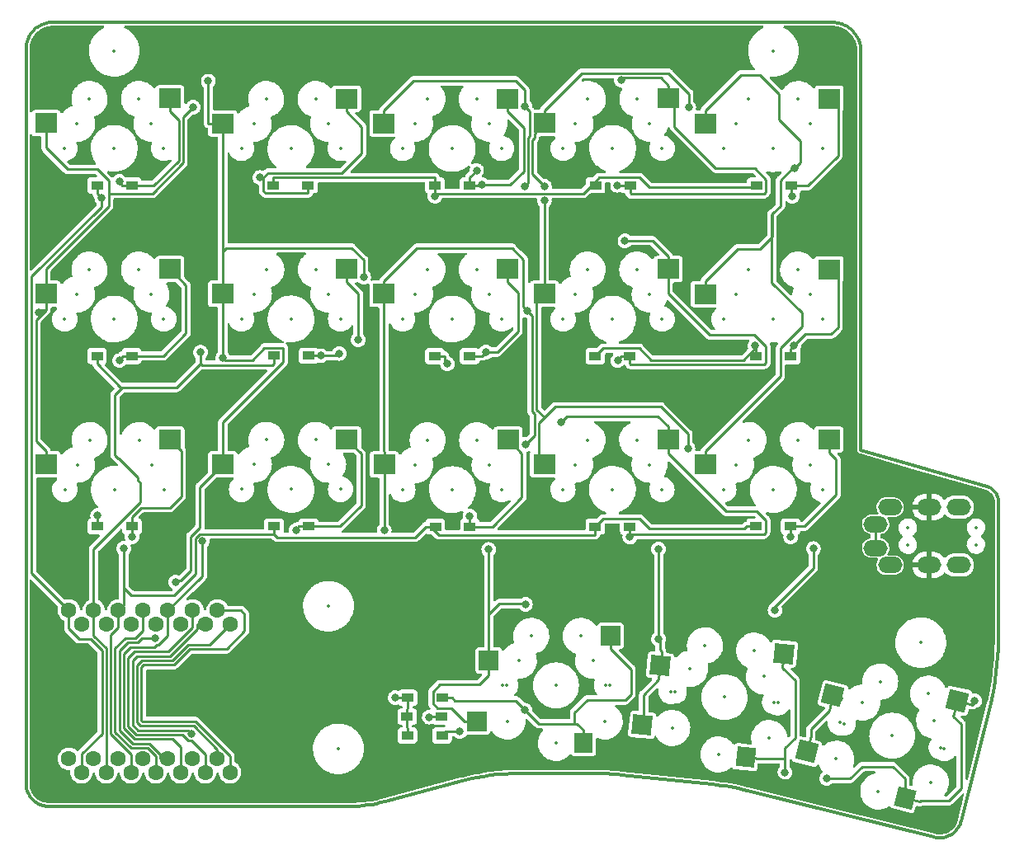
<source format=gbl>
%TF.GenerationSoftware,KiCad,Pcbnew,(6.0.6)*%
%TF.CreationDate,2022-09-17T23:41:45+09:00*%
%TF.ProjectId,split-mini,73706c69-742d-46d6-996e-692e6b696361,rev?*%
%TF.SameCoordinates,Original*%
%TF.FileFunction,Copper,L2,Bot*%
%TF.FilePolarity,Positive*%
%FSLAX46Y46*%
G04 Gerber Fmt 4.6, Leading zero omitted, Abs format (unit mm)*
G04 Created by KiCad (PCBNEW (6.0.6)) date 2022-09-17 23:41:45*
%MOMM*%
%LPD*%
G01*
G04 APERTURE LIST*
G04 Aperture macros list*
%AMRotRect*
0 Rectangle, with rotation*
0 The origin of the aperture is its center*
0 $1 length*
0 $2 width*
0 $3 Rotation angle, in degrees counterclockwise*
0 Add horizontal line*
21,1,$1,$2,0,0,$3*%
G04 Aperture macros list end*
%TA.AperFunction,Profile*%
%ADD10C,0.349999*%
%TD*%
%TA.AperFunction,SMDPad,CuDef*%
%ADD11R,1.300000X0.950000*%
%TD*%
%TA.AperFunction,SMDPad,CuDef*%
%ADD12R,2.300000X2.000000*%
%TD*%
%TA.AperFunction,SMDPad,CuDef*%
%ADD13R,2.000000X2.000000*%
%TD*%
%TA.AperFunction,SMDPad,CuDef*%
%ADD14R,1.900000X2.000000*%
%TD*%
%TA.AperFunction,SMDPad,CuDef*%
%ADD15RotRect,2.000000X2.000000X166.000000*%
%TD*%
%TA.AperFunction,SMDPad,CuDef*%
%ADD16RotRect,1.900000X2.000000X166.000000*%
%TD*%
%TA.AperFunction,ComponentPad*%
%ADD17O,2.500000X1.700000*%
%TD*%
%TA.AperFunction,SMDPad,CuDef*%
%ADD18RotRect,2.000000X2.000000X174.000000*%
%TD*%
%TA.AperFunction,SMDPad,CuDef*%
%ADD19RotRect,1.900000X2.000000X174.000000*%
%TD*%
%TA.AperFunction,ComponentPad*%
%ADD20C,1.600000*%
%TD*%
%TA.AperFunction,ViaPad*%
%ADD21C,0.800000*%
%TD*%
%TA.AperFunction,ViaPad*%
%ADD22C,0.605000*%
%TD*%
%TA.AperFunction,Conductor*%
%ADD23C,0.250000*%
%TD*%
%ADD24C,0.350000*%
%ADD25C,0.300000*%
%ADD26O,1.500000X1.000000*%
G04 APERTURE END LIST*
D10*
X120734058Y-85321050D02*
X120746346Y-84517181D01*
X94563467Y-99773630D02*
X95006416Y-99879974D01*
X21067121Y-99747413D02*
X21097288Y-99856121D01*
X95006416Y-99879974D02*
X95006416Y-99879974D01*
X106613959Y-23464589D02*
X106588365Y-23321274D01*
X21022792Y-99525582D02*
X21042263Y-99637170D01*
X21450528Y-100558221D02*
X21520346Y-100647842D01*
X23314208Y-21027240D02*
X23182826Y-21050152D01*
X120663178Y-69673555D02*
X120617953Y-69555976D01*
X120429619Y-69232038D02*
X120350533Y-69135311D01*
X116257734Y-104147387D02*
X116337281Y-104072331D01*
X65730083Y-98890289D02*
X65730083Y-98890289D01*
X104737877Y-21174101D02*
X104602654Y-21128344D01*
X120306060Y-89309528D02*
X120440307Y-88517806D01*
X106647491Y-64950611D02*
X106647491Y-23907794D01*
X114417834Y-104707695D02*
X114531519Y-104721167D01*
X22319756Y-101272024D02*
X22422725Y-101317646D01*
X21325017Y-100370023D02*
X21385392Y-100465551D01*
X116831755Y-103339065D02*
X116873233Y-103232363D01*
X114869318Y-104727193D02*
X114980256Y-104718084D01*
X116678483Y-103640152D02*
X116734207Y-103543064D01*
X21793434Y-21793513D02*
X21700478Y-21891184D01*
X106069327Y-22166530D02*
X105982931Y-22056589D01*
X105588428Y-21662081D02*
X105478488Y-21575683D01*
X104870037Y-21226211D02*
X104737877Y-21174101D01*
X79268402Y-98118347D02*
X79619825Y-98120645D01*
X119962618Y-68817891D02*
X119849615Y-68758387D01*
X120725055Y-69920137D02*
X120699003Y-69795107D01*
X21042263Y-99637170D02*
X21067121Y-99747413D01*
X120699003Y-69795107D02*
X120663178Y-69673555D01*
X81724553Y-98230937D02*
X82074291Y-98265381D01*
X119606995Y-68666672D02*
X106647491Y-64950611D01*
X21218860Y-100171147D02*
X21269480Y-100271825D01*
X21049932Y-23182830D02*
X21027007Y-23314210D01*
X23078052Y-101482078D02*
X23191759Y-101490535D01*
X20997490Y-99184639D02*
X21000327Y-99299127D01*
X115907617Y-104406218D02*
X115999590Y-104347927D01*
X105694026Y-21753553D02*
X105588428Y-21662081D01*
X105891460Y-21950990D02*
X105795097Y-21849917D01*
X23306244Y-101493370D02*
X54168747Y-101493347D01*
X23715622Y-20997488D02*
X23715622Y-20997488D01*
X21992830Y-21612950D02*
X21891115Y-21700567D01*
X57823814Y-101011581D02*
X57823814Y-101011581D01*
X120746346Y-84517181D02*
X120746346Y-70178646D01*
X120563702Y-69442866D02*
X120500800Y-69334721D01*
X120744992Y-70113118D02*
X120740961Y-70048149D01*
X21114721Y-22925043D02*
X21079201Y-23053033D01*
X21000556Y-23580829D02*
X20997215Y-23715622D01*
X93224898Y-99501293D02*
X93672605Y-99584271D01*
X115411094Y-104628832D02*
X115514710Y-104593834D01*
X116618357Y-103733828D02*
X116678483Y-103640152D01*
X55553294Y-101425245D02*
X56012088Y-101372398D01*
X21932681Y-101040365D02*
X22025351Y-101105499D01*
X79971141Y-98127542D02*
X80322305Y-98139037D01*
X94118828Y-99675056D02*
X94563467Y-99773630D01*
X119965073Y-90880112D02*
X120147626Y-90097149D01*
X21520346Y-100647842D02*
X21594767Y-100734227D01*
X21843058Y-100970549D02*
X21932681Y-101040365D01*
X116413290Y-103993343D02*
X116485588Y-103910527D01*
X114980256Y-104718084D02*
X115090076Y-104703590D01*
X92325451Y-99358830D02*
X92775813Y-99426140D01*
X119790967Y-68731954D02*
X119730949Y-68707815D01*
X22207471Y-21454070D02*
X22098356Y-21530754D01*
X103737228Y-20997492D02*
X23715622Y-20997488D01*
X116088715Y-104285289D02*
X116174821Y-104218407D01*
X105982931Y-22056589D02*
X105891460Y-21950990D01*
X104034787Y-21012522D02*
X103886991Y-21001281D01*
X116337281Y-104072331D02*
X116413290Y-103993343D01*
X22634779Y-101393589D02*
X22743485Y-101423753D01*
X23182826Y-21050152D02*
X23053027Y-21079407D01*
X21156400Y-22799082D02*
X21114721Y-22925043D01*
X21700478Y-21891184D02*
X21612850Y-21992890D01*
X105364387Y-21494542D02*
X105246308Y-21418842D01*
X22435573Y-21317612D02*
X22319950Y-21382992D01*
X69367896Y-98227495D02*
X70105548Y-98166918D01*
X22925033Y-21114915D02*
X22799069Y-21156581D01*
X103737228Y-20997492D02*
X103737228Y-20997492D01*
X115812969Y-104460058D02*
X115907617Y-104406218D01*
X54631255Y-101485768D02*
X55092893Y-101463051D01*
X82074291Y-98265381D02*
X91421310Y-99247810D01*
X104464550Y-21089126D02*
X104323750Y-21056627D01*
X21010518Y-23446950D02*
X21000556Y-23580829D01*
X104180434Y-21031031D02*
X104034787Y-21012522D01*
X119606995Y-68666672D02*
X119606995Y-68666672D01*
X22098356Y-21530754D02*
X21992830Y-21612950D01*
X115514710Y-104593834D02*
X115616343Y-104553970D01*
X21453948Y-22207514D02*
X21382859Y-22319987D01*
X106418789Y-22774986D02*
X106360509Y-22646071D01*
X106470898Y-22907146D02*
X106418789Y-22774986D01*
X80322305Y-98139037D02*
X80673272Y-98155126D01*
X21673714Y-100817184D02*
X21673714Y-100817184D01*
X106643705Y-23758032D02*
X106632466Y-23610236D01*
X55092893Y-101463051D02*
X55553294Y-101425245D01*
X80673272Y-98155126D02*
X81023999Y-98175807D01*
X105246308Y-21418842D02*
X105124435Y-21348765D01*
X106647491Y-64950611D02*
X106647491Y-64950611D01*
X57823814Y-101011581D02*
X65730083Y-98890289D01*
X56468906Y-101304560D02*
X56923379Y-101221779D01*
X79268402Y-98118347D02*
X79268402Y-98118347D01*
X106296240Y-22520586D02*
X106226164Y-22398712D01*
X70105548Y-98166918D02*
X70845185Y-98130517D01*
X116940735Y-103010071D02*
X116940735Y-103010071D01*
X54168747Y-101493347D02*
X54168747Y-101493347D01*
X119730949Y-68707815D02*
X119669610Y-68686034D01*
X106647491Y-23907794D02*
X106643705Y-23758032D01*
X21204145Y-22675373D02*
X21156400Y-22799082D01*
X116554001Y-103823988D02*
X116618357Y-103733828D01*
X56012088Y-101372398D02*
X56468906Y-101304560D01*
X57375138Y-101124103D02*
X57823814Y-101011581D01*
X120746346Y-70178646D02*
X120744992Y-70113118D01*
X67900910Y-98420864D02*
X68632820Y-98312169D01*
X21000327Y-99299127D02*
X21008788Y-99412838D01*
X23053027Y-21079407D02*
X22925033Y-21114915D01*
X91421310Y-99247810D02*
X91873916Y-99299381D01*
X71586216Y-98118370D02*
X71586216Y-98118370D01*
X21382859Y-22319987D02*
X21317467Y-22435603D01*
X20997490Y-99184639D02*
X20997490Y-99184639D01*
X21673714Y-100817184D02*
X21756673Y-100896129D01*
X114189873Y-104662933D02*
X114189873Y-104662933D01*
X21612850Y-21992890D02*
X21530643Y-22098408D01*
X23191759Y-101490535D02*
X23306244Y-101493370D01*
X82074291Y-98265381D02*
X82074291Y-98265381D01*
X115090076Y-104703590D02*
X115198604Y-104683814D01*
X21891115Y-21700567D02*
X21793434Y-21793513D01*
X106632466Y-23610236D02*
X106613959Y-23464589D01*
X92775813Y-99426140D02*
X93224898Y-99501293D01*
X120697243Y-86123603D02*
X120734058Y-85321050D01*
X22965311Y-101468076D02*
X23078052Y-101482078D01*
X114757434Y-104730812D02*
X114869318Y-104727193D01*
X21756673Y-100896129D02*
X21843058Y-100970549D01*
X116940735Y-103010071D02*
X119965073Y-90880112D01*
X120734300Y-69983801D02*
X120725055Y-69920137D01*
X119669610Y-68686034D02*
X119606995Y-68666672D01*
X23580829Y-21000816D02*
X23446950Y-21010763D01*
X115999590Y-104347927D02*
X116088715Y-104285289D01*
X106226164Y-22398712D02*
X106150466Y-22280632D01*
X81374440Y-98201078D02*
X81724553Y-98230937D01*
X104998950Y-21284494D02*
X104870037Y-21226211D01*
X22120879Y-101165872D02*
X22219077Y-101221407D01*
X116485588Y-103910527D02*
X116554001Y-103823988D01*
X21079201Y-23053033D02*
X21049932Y-23182830D01*
X23446950Y-21010763D02*
X23314208Y-21027240D01*
X116909617Y-103122663D02*
X116940735Y-103010071D01*
X22554116Y-21258022D02*
X22435573Y-21317612D01*
X120147626Y-90097149D02*
X120306060Y-89309528D01*
X21530643Y-22098408D02*
X21453948Y-22207514D01*
X106588365Y-23321274D02*
X106555869Y-23180473D01*
X120635967Y-86924286D02*
X120697243Y-86123603D01*
X116873233Y-103232363D02*
X116909617Y-103122663D01*
X68632820Y-98312169D02*
X69367896Y-98227495D01*
X22743485Y-101423753D02*
X22853726Y-101448609D01*
X120440307Y-88517806D02*
X120550299Y-87722539D01*
X22527796Y-101358194D02*
X22634779Y-101393589D01*
X21132686Y-99963106D02*
X21173236Y-100068177D01*
X22025351Y-101105499D02*
X22120879Y-101165872D01*
X95006416Y-99879974D02*
X114189873Y-104662933D01*
X21385392Y-100465551D02*
X21450528Y-100558221D01*
X21008788Y-99412838D02*
X21022792Y-99525582D01*
X115198604Y-104683814D02*
X115305668Y-104658860D01*
X67172756Y-98553501D02*
X67900910Y-98420864D01*
X106150466Y-22280632D02*
X106069327Y-22166530D01*
X21097288Y-99856121D02*
X21132686Y-99963106D01*
X120500800Y-69334721D02*
X120429619Y-69232038D01*
X21027007Y-23314210D02*
X21010518Y-23446950D01*
X116174821Y-104218407D02*
X116257734Y-104147387D01*
X120263917Y-69045037D02*
X120170143Y-68961712D01*
X70845185Y-98130517D02*
X71586216Y-98118370D01*
X91421310Y-99247810D02*
X91421310Y-99247810D01*
X22675355Y-21204314D02*
X22554116Y-21258022D01*
X21257865Y-22554139D02*
X21204145Y-22675373D01*
X22422725Y-101317646D02*
X22527796Y-101358194D01*
X114644776Y-104728838D02*
X114757434Y-104730812D01*
X116734207Y-103543064D02*
X116785355Y-103442667D01*
X120350533Y-69135311D02*
X120263917Y-69045037D01*
X120550299Y-87722539D02*
X120635967Y-86924286D01*
X21594767Y-100734227D02*
X21673714Y-100817184D01*
X106360509Y-22646071D02*
X106296240Y-22520586D01*
X79619825Y-98120645D02*
X79971141Y-98127542D01*
X115715821Y-104509343D02*
X115812969Y-104460058D01*
X120746346Y-70178646D02*
X120746346Y-70178646D01*
X20997215Y-23715622D02*
X20997215Y-23715622D01*
X104323750Y-21056627D02*
X104180434Y-21031031D01*
X71586216Y-98118370D02*
X79268402Y-98118347D01*
X105795097Y-21849917D02*
X105694026Y-21753553D01*
X119849615Y-68758387D02*
X119790967Y-68731954D01*
X54168747Y-101493347D02*
X54631255Y-101485768D01*
X116785355Y-103442667D02*
X116831755Y-103339065D01*
X120170143Y-68961712D02*
X120069586Y-68885831D01*
X66448951Y-98710002D02*
X67172756Y-98553501D01*
X104602654Y-21128344D02*
X104464550Y-21089126D01*
X114189873Y-104662933D02*
X114303894Y-104688319D01*
X22799069Y-21156581D02*
X22675355Y-21204314D01*
X120746346Y-84517181D02*
X120746346Y-84517181D01*
X120617953Y-69555976D02*
X120563702Y-69442866D01*
X114303894Y-104688319D02*
X114417834Y-104707695D01*
X106555869Y-23180473D02*
X106516652Y-23042369D01*
X65730083Y-98890289D02*
X66448951Y-98710002D01*
X81023999Y-98175807D02*
X81374440Y-98201078D01*
X21173236Y-100068177D02*
X21218860Y-100171147D01*
X115616343Y-104553970D02*
X115715821Y-104509343D01*
X106516652Y-23042369D02*
X106470898Y-22907146D01*
X23715622Y-20997488D02*
X23580829Y-21000816D01*
X120740961Y-70048149D02*
X120734300Y-69983801D01*
X22219077Y-101221407D02*
X22319756Y-101272024D01*
X56923379Y-101221779D02*
X57375138Y-101124103D01*
X103886991Y-21001281D02*
X103737228Y-20997492D01*
X22853726Y-101448609D02*
X22965311Y-101468076D01*
X105478488Y-21575683D02*
X105364387Y-21494542D01*
X119965073Y-90880112D02*
X119965073Y-90880112D01*
X105124435Y-21348765D02*
X104998950Y-21284494D01*
X21793434Y-21793513D02*
X21793434Y-21793513D01*
X93672605Y-99584271D02*
X94118828Y-99675056D01*
X21317467Y-22435603D02*
X21257865Y-22554139D01*
X20997215Y-23715622D02*
X20997490Y-99184639D01*
X23306244Y-101493370D02*
X23306244Y-101493370D01*
X22319950Y-21382992D02*
X22207471Y-21454070D01*
X91873916Y-99299381D02*
X92325451Y-99358830D01*
X120069586Y-68885831D02*
X119962618Y-68817891D01*
X21269480Y-100271825D02*
X21325017Y-100370023D01*
X115305668Y-104658860D02*
X115411094Y-104628832D01*
X114531519Y-104721167D02*
X114644776Y-104728838D01*
D11*
%TO.P,D7,1,K*%
%TO.N,row1*%
X46415000Y-55230000D03*
%TO.P,D7,2,A*%
%TO.N,Net-(D7-Pad2)*%
X49965000Y-55230000D03*
%TD*%
D12*
%TO.P,SW6,1,1*%
%TO.N,col0*%
X23040000Y-48880000D03*
%TO.P,SW6,2,2*%
%TO.N,Net-(D6-Pad2)*%
X35740000Y-46340000D03*
%TD*%
%TO.P,SW11,1,1*%
%TO.N,col0*%
X23050000Y-66380000D03*
%TO.P,SW11,2,2*%
%TO.N,Net-(D11-Pad2)*%
X35750000Y-63840000D03*
%TD*%
D11*
%TO.P,D6,1,K*%
%TO.N,row1*%
X28275000Y-55260000D03*
%TO.P,D6,2,A*%
%TO.N,Net-(D6-Pad2)*%
X31825000Y-55260000D03*
%TD*%
D12*
%TO.P,SW9,1,1*%
%TO.N,col3*%
X74170000Y-48880000D03*
%TO.P,SW9,2,2*%
%TO.N,Net-(D9-Pad2)*%
X86870000Y-46340000D03*
%TD*%
%TO.P,SW3,1,1*%
%TO.N,col2*%
X57710000Y-31370000D03*
%TO.P,SW3,2,2*%
%TO.N,Net-(D3-Pad2)*%
X70410000Y-28830000D03*
%TD*%
D11*
%TO.P,D9,1,K*%
%TO.N,row1*%
X79405000Y-55270000D03*
%TO.P,D9,2,A*%
%TO.N,Net-(D9-Pad2)*%
X82955000Y-55270000D03*
%TD*%
%TO.P,D16,1,K*%
%TO.N,row3*%
X60155000Y-90350000D03*
%TO.P,D16,2,A*%
%TO.N,Net-(D16-Pad2)*%
X63705000Y-90350000D03*
%TD*%
%TO.P,D11,1,K*%
%TO.N,row2*%
X28305000Y-72750000D03*
%TO.P,D11,2,A*%
%TO.N,Net-(D11-Pad2)*%
X31855000Y-72750000D03*
%TD*%
%TO.P,D14,1,K*%
%TO.N,row2*%
X79395000Y-72770000D03*
%TO.P,D14,2,A*%
%TO.N,Net-(D14-Pad2)*%
X82945000Y-72770000D03*
%TD*%
%TO.P,D17,1,K*%
%TO.N,row3*%
X60095000Y-92290000D03*
%TO.P,D17,2,A*%
%TO.N,Net-(D17-Pad2)*%
X63645000Y-92290000D03*
%TD*%
D12*
%TO.P,SW5,1,1*%
%TO.N,col4*%
X90690000Y-31380000D03*
%TO.P,SW5,2,2*%
%TO.N,Net-(D5-Pad2)*%
X103390000Y-28840000D03*
%TD*%
%TO.P,SW15,1,1*%
%TO.N,col4*%
X90670000Y-66380000D03*
%TO.P,SW15,2,2*%
%TO.N,Net-(D15-Pad2)*%
X103370000Y-63840000D03*
%TD*%
D11*
%TO.P,D13,1,K*%
%TO.N,row2*%
X62985000Y-72780000D03*
%TO.P,D13,2,A*%
%TO.N,Net-(D13-Pad2)*%
X66535000Y-72780000D03*
%TD*%
D12*
%TO.P,SW7,1,1*%
%TO.N,col1*%
X41180000Y-48870000D03*
%TO.P,SW7,2,2*%
%TO.N,Net-(D7-Pad2)*%
X53880000Y-46330000D03*
%TD*%
D11*
%TO.P,D1,1,K*%
%TO.N,row0*%
X28285000Y-37740000D03*
%TO.P,D1,2,A*%
%TO.N,Net-(D1-Pad2)*%
X31835000Y-37740000D03*
%TD*%
D13*
%TO.P,SW16,1,1*%
%TO.N,col2*%
X67270000Y-92780000D03*
X68470000Y-86540000D03*
D14*
%TO.P,SW16,2,2*%
%TO.N,Net-(D16-Pad2)*%
X78170000Y-94980000D03*
D13*
X80970000Y-84000000D03*
%TD*%
D11*
%TO.P,D18,1,K*%
%TO.N,row3*%
X60125000Y-94220000D03*
%TO.P,D18,2,A*%
%TO.N,Net-(D18-Pad2)*%
X63675000Y-94220000D03*
%TD*%
%TO.P,D4,1,K*%
%TO.N,row0*%
X79415000Y-37730000D03*
%TO.P,D4,2,A*%
%TO.N,Net-(D4-Pad2)*%
X82965000Y-37730000D03*
%TD*%
%TO.P,D10,1,K*%
%TO.N,row1*%
X95915000Y-55290000D03*
%TO.P,D10,2,A*%
%TO.N,Net-(D10-Pad2)*%
X99465000Y-55290000D03*
%TD*%
D15*
%TO.P,SW18,1,1*%
%TO.N,col4*%
X101114594Y-95869527D03*
X103788541Y-90105188D03*
%TO.P,SW18,2,2*%
%TO.N,Net-(D18-Pad2)*%
X116531719Y-90664660D03*
D16*
X111158589Y-100641126D03*
%TD*%
D17*
%TO.P,J1,A*%
%TO.N,unconnected-(J1-PadA)*%
X108160000Y-74975000D03*
X108160000Y-72525000D03*
%TO.P,J1,B*%
%TO.N,data*%
X116660000Y-76725000D03*
X116660000Y-70775000D03*
%TO.P,J1,C*%
%TO.N,GND*%
X113660000Y-76725000D03*
X113660000Y-70775000D03*
%TO.P,J1,D*%
%TO.N,VCC*%
X109660000Y-76725000D03*
X109660000Y-70775000D03*
%TD*%
D11*
%TO.P,D3,1,K*%
%TO.N,row0*%
X62955000Y-37760000D03*
%TO.P,D3,2,A*%
%TO.N,Net-(D3-Pad2)*%
X66505000Y-37760000D03*
%TD*%
D12*
%TO.P,SW8,1,1*%
%TO.N,col2*%
X57710000Y-48880000D03*
%TO.P,SW8,2,2*%
%TO.N,Net-(D8-Pad2)*%
X70410000Y-46340000D03*
%TD*%
D18*
%TO.P,SW17,1,1*%
%TO.N,col3*%
X86056201Y-87039368D03*
X84210517Y-93119750D03*
%TO.P,SW17,2,2*%
%TO.N,Net-(D17-Pad2)*%
X98753227Y-85819888D03*
D19*
X94820843Y-96447059D03*
%TD*%
D20*
%TO.P,U1,1,GP26*%
%TO.N,row0*%
X26686500Y-98011200D03*
X25387500Y-81378700D03*
%TO.P,U1,2,GP27*%
%TO.N,row1*%
X27927500Y-81378700D03*
X29226500Y-98011200D03*
%TO.P,U1,3,GP28*%
%TO.N,row2*%
X30467500Y-81378700D03*
X31766500Y-98011200D03*
%TO.P,U1,4,GP29*%
%TO.N,row3*%
X34306500Y-98011200D03*
X33007500Y-81378700D03*
%TO.P,U1,5,GP6_SDA*%
%TO.N,col0*%
X35547500Y-81378700D03*
X36846500Y-98011200D03*
%TO.P,U1,6,GP7_SCL*%
%TO.N,col1*%
X38087500Y-81378700D03*
X39386500Y-98011200D03*
%TO.P,U1,7,GP0_TX*%
%TO.N,unconnected-(U1-Pad7)*%
X40627500Y-81378700D03*
X41926500Y-98011200D03*
%TO.P,U1,8,GP1_RX*%
%TO.N,data*%
X41926500Y-82776200D03*
X40627500Y-96613700D03*
%TO.P,U1,9,GP2*%
%TO.N,col4*%
X39386500Y-82776200D03*
X38087500Y-96613700D03*
%TO.P,U1,10,GP4*%
%TO.N,col3*%
X35547500Y-96613700D03*
X36846500Y-82776200D03*
%TO.P,U1,11,GP3*%
%TO.N,col2*%
X34306500Y-82776200D03*
X33007500Y-96613700D03*
%TO.P,U1,12,3V3*%
%TO.N,unconnected-(U1-Pad12)*%
X31766500Y-82776200D03*
X30467500Y-96613700D03*
%TO.P,U1,13,GND*%
%TO.N,GND*%
X27927500Y-96613700D03*
X29226500Y-82776200D03*
%TO.P,U1,14,5V*%
%TO.N,VCC*%
X26686500Y-82776200D03*
X25387500Y-96613700D03*
%TD*%
D12*
%TO.P,SW10,1,1*%
%TO.N,col4*%
X90680000Y-48890000D03*
%TO.P,SW10,2,2*%
%TO.N,Net-(D10-Pad2)*%
X103380000Y-46350000D03*
%TD*%
D11*
%TO.P,D15,1,K*%
%TO.N,row2*%
X95905000Y-72760000D03*
%TO.P,D15,2,A*%
%TO.N,Net-(D15-Pad2)*%
X99455000Y-72760000D03*
%TD*%
D12*
%TO.P,SW2,1,1*%
%TO.N,col1*%
X41170000Y-31370000D03*
%TO.P,SW2,2,2*%
%TO.N,Net-(D2-Pad2)*%
X53870000Y-28830000D03*
%TD*%
%TO.P,SW13,1,1*%
%TO.N,col2*%
X57740000Y-66400000D03*
%TO.P,SW13,2,2*%
%TO.N,Net-(D13-Pad2)*%
X70440000Y-63860000D03*
%TD*%
%TO.P,SW12,1,1*%
%TO.N,col1*%
X41180000Y-66360000D03*
%TO.P,SW12,2,2*%
%TO.N,Net-(D12-Pad2)*%
X53880000Y-63820000D03*
%TD*%
%TO.P,SW14,1,1*%
%TO.N,col3*%
X74160000Y-66380000D03*
%TO.P,SW14,2,2*%
%TO.N,Net-(D14-Pad2)*%
X86860000Y-63840000D03*
%TD*%
%TO.P,SW1,1,1*%
%TO.N,col0*%
X23040000Y-31350000D03*
%TO.P,SW1,2,2*%
%TO.N,Net-(D1-Pad2)*%
X35740000Y-28810000D03*
%TD*%
D11*
%TO.P,D5,1,K*%
%TO.N,row0*%
X95935000Y-37770000D03*
%TO.P,D5,2,A*%
%TO.N,Net-(D5-Pad2)*%
X99485000Y-37770000D03*
%TD*%
%TO.P,D8,1,K*%
%TO.N,row1*%
X62945000Y-55260000D03*
%TO.P,D8,2,A*%
%TO.N,Net-(D8-Pad2)*%
X66495000Y-55260000D03*
%TD*%
D12*
%TO.P,SW4,1,1*%
%TO.N,col3*%
X74180000Y-31350000D03*
%TO.P,SW4,2,2*%
%TO.N,Net-(D4-Pad2)*%
X86880000Y-28810000D03*
%TD*%
D11*
%TO.P,D2,1,K*%
%TO.N,row0*%
X46380000Y-37730000D03*
%TO.P,D2,2,A*%
%TO.N,Net-(D2-Pad2)*%
X49930000Y-37730000D03*
%TD*%
%TO.P,D12,1,K*%
%TO.N,row2*%
X46425000Y-72740000D03*
%TO.P,D12,2,A*%
%TO.N,Net-(D12-Pad2)*%
X49975000Y-72740000D03*
%TD*%
D21*
%TO.N,row0*%
X62955000Y-38838100D03*
X28753000Y-39008300D03*
%TO.N,Net-(D1-Pad2)*%
X30564500Y-37339800D03*
%TO.N,Net-(D2-Pad2)*%
X44975300Y-36929600D03*
%TO.N,Net-(D3-Pad2)*%
X67799300Y-37655900D03*
X67219700Y-36187600D03*
%TO.N,Net-(D4-Pad2)*%
X81691300Y-37730000D03*
X82070000Y-26954500D03*
%TO.N,Net-(D5-Pad2)*%
X99618400Y-38852600D03*
%TO.N,Net-(D6-Pad2)*%
X30574000Y-55726400D03*
%TO.N,Net-(D7-Pad2)*%
X51237400Y-55230000D03*
X55073100Y-53588000D03*
X53122300Y-54996700D03*
%TO.N,Net-(D8-Pad2)*%
X68194700Y-54859800D03*
%TO.N,Net-(D9-Pad2)*%
X82454000Y-43413000D03*
X81699500Y-55731400D03*
%TO.N,Net-(D10-Pad2)*%
X99759000Y-54190300D03*
%TO.N,row1*%
X64235100Y-56060300D03*
X95798900Y-54190100D03*
X38888200Y-54869700D03*
%TO.N,Net-(D11-Pad2)*%
X31855000Y-73826700D03*
%TO.N,Net-(D12-Pad2)*%
X48718200Y-73140100D03*
%TO.N,Net-(D13-Pad2)*%
X66535000Y-71702300D03*
%TO.N,Net-(D14-Pad2)*%
X75910000Y-62030000D03*
X82945000Y-73858700D03*
%TO.N,Net-(D15-Pad2)*%
X99455000Y-73836500D03*
%TO.N,Net-(D16-Pad2)*%
X72195400Y-91616100D03*
%TO.N,Net-(D17-Pad2)*%
X62361700Y-92327600D03*
X98861400Y-97992800D03*
%TO.N,Net-(D18-Pad2)*%
X103137400Y-98638000D03*
X118345000Y-90646400D03*
X65512003Y-93817997D03*
%TO.N,row2*%
X28335000Y-71632400D03*
X31024800Y-75015000D03*
%TO.N,row3*%
X58885800Y-90329200D03*
D22*
%TO.N,GND*%
X61000000Y-58000000D03*
X46840000Y-82500000D03*
X91720000Y-80940000D03*
X24000000Y-39000000D03*
X63170000Y-82670000D03*
X37000000Y-60000000D03*
X83970000Y-97260000D03*
X36740000Y-72820000D03*
X103511246Y-41001037D03*
X57020000Y-79240000D03*
X76000000Y-72000000D03*
X84000000Y-40000000D03*
X77820000Y-35710000D03*
X40240000Y-79250000D03*
X30000000Y-80000000D03*
X24000000Y-73000000D03*
X53000000Y-58000000D03*
X103240000Y-100300000D03*
X57150000Y-38100000D03*
D21*
%TO.N,col0*%
X22289100Y-50760000D03*
X38128700Y-29721100D03*
X39071800Y-74266900D03*
%TO.N,col1*%
X39694700Y-27028200D03*
X55635200Y-47148300D03*
X41180000Y-55450000D03*
X36360000Y-78460000D03*
%TO.N,col2*%
X57740000Y-73147200D03*
X72166700Y-29597400D03*
X68470000Y-75110200D03*
X72410000Y-50580000D03*
X72166700Y-37831400D03*
X72230600Y-64335100D03*
X72230000Y-80750000D03*
%TO.N,col3*%
X34277500Y-84211300D03*
X74170000Y-39288400D03*
X88995400Y-29721100D03*
X74180000Y-37820700D03*
X88909400Y-64749600D03*
X85894900Y-84303300D03*
X85894900Y-75080200D03*
%TO.N,col4*%
X101780000Y-75030000D03*
X97851650Y-81348350D03*
X104402800Y-90422800D03*
X99848300Y-35996500D03*
X37980000Y-94040000D03*
%TD*%
D23*
%TO.N,row0*%
X46380000Y-36929700D02*
X62925000Y-36929700D01*
X28285000Y-38140100D02*
X28285000Y-38582100D01*
X21564600Y-77555800D02*
X21564600Y-47104704D01*
X95755000Y-37950000D02*
X84960000Y-37950000D01*
X46380000Y-37730000D02*
X46380000Y-36929700D01*
X79415000Y-37730000D02*
X79415000Y-37329800D01*
X26686500Y-96113500D02*
X28776500Y-94023500D01*
X84960000Y-37950000D02*
X83940000Y-36930000D01*
X79814800Y-36930000D02*
X79415000Y-37329800D01*
X28711200Y-39008300D02*
X28753000Y-39008300D01*
X28776500Y-94023500D02*
X28776500Y-85476500D01*
X62955000Y-37760000D02*
X62955000Y-36959700D01*
X28285000Y-37740000D02*
X28285000Y-38140100D01*
X78184500Y-38560300D02*
X62955000Y-38560300D01*
X95935000Y-37770000D02*
X95755000Y-37950000D01*
X26430000Y-84300000D02*
X25387500Y-83257500D01*
X62925000Y-36929700D02*
X62955000Y-36959700D01*
X62955000Y-38560300D02*
X62955000Y-37760000D01*
X21564600Y-47104704D02*
X28711200Y-39958104D01*
X28711200Y-39958104D02*
X28711200Y-39008300D01*
X25387500Y-83257500D02*
X25387500Y-81378700D01*
X79415000Y-37329800D02*
X78184500Y-38560300D01*
X28285000Y-38582100D02*
X28711200Y-39008300D01*
X26686500Y-98011200D02*
X26686500Y-96113500D01*
X28776500Y-85476500D02*
X27600000Y-84300000D01*
X27600000Y-84300000D02*
X26430000Y-84300000D01*
X25387500Y-81378700D02*
X21564600Y-77555800D01*
X62955000Y-38560300D02*
X62955000Y-38838100D01*
X83940000Y-36930000D02*
X79814800Y-36930000D01*
%TO.N,Net-(D1-Pad2)*%
X31835000Y-37740000D02*
X30859700Y-37740000D01*
X36650000Y-31045300D02*
X36650000Y-35170000D01*
X30859700Y-37740000D02*
X30564500Y-37444800D01*
X34080000Y-37740000D02*
X31835000Y-37740000D01*
X36650000Y-35170000D02*
X34080000Y-37740000D01*
X35740000Y-28810000D02*
X35740000Y-30135300D01*
X35740000Y-30135300D02*
X36650000Y-31045300D01*
X30564500Y-37444800D02*
X30564500Y-37339800D01*
%TO.N,Net-(D2-Pad2)*%
X53390700Y-36479300D02*
X55420000Y-34450000D01*
X45817500Y-36479300D02*
X53390700Y-36479300D01*
X45367200Y-38334900D02*
X45367200Y-36929600D01*
X55420000Y-31705300D02*
X53870000Y-30155300D01*
X45367200Y-36929600D02*
X45817500Y-36479300D01*
X49930000Y-37730000D02*
X49930000Y-38530300D01*
X49930000Y-38530300D02*
X45562600Y-38530300D01*
X45562600Y-38530300D02*
X45367200Y-38334900D01*
X53870000Y-30155300D02*
X53870000Y-28830000D01*
X55420000Y-34450000D02*
X55420000Y-31705300D01*
X45367200Y-36929600D02*
X44975300Y-36929600D01*
%TO.N,Net-(D3-Pad2)*%
X67480300Y-37760000D02*
X67584400Y-37655900D01*
X70664100Y-37655900D02*
X72050000Y-36270000D01*
X67219700Y-36187600D02*
X66505000Y-36902300D01*
X66505000Y-37760000D02*
X67480300Y-37760000D01*
X66505000Y-36902300D02*
X66505000Y-37760000D01*
X72050000Y-31795300D02*
X70410000Y-30155300D01*
X70410000Y-30155300D02*
X70410000Y-28830000D01*
X67799300Y-37655900D02*
X70664100Y-37655900D01*
X67584400Y-37655900D02*
X67799300Y-37655900D01*
X72050000Y-36270000D02*
X72050000Y-31795300D01*
%TO.N,Net-(D4-Pad2)*%
X91730000Y-35970000D02*
X87500000Y-31740000D01*
X87500000Y-31740000D02*
X87500000Y-29430000D01*
X96910400Y-38389400D02*
X96910400Y-37117700D01*
X81691300Y-37730000D02*
X82965000Y-37730000D01*
X82965000Y-38530300D02*
X83051200Y-38616500D01*
X86095300Y-26700000D02*
X86880000Y-27484700D01*
X82965000Y-37730000D02*
X82965000Y-38530300D01*
X96910400Y-37117700D02*
X95762700Y-35970000D01*
X87500000Y-29430000D02*
X86880000Y-28810000D01*
X86880000Y-27484700D02*
X86880000Y-28810000D01*
X83051200Y-38616500D02*
X96683300Y-38616500D01*
X96683300Y-38616500D02*
X96910400Y-38389400D01*
X82324500Y-26700000D02*
X86095300Y-26700000D01*
X95762700Y-35970000D02*
X91730000Y-35970000D01*
X82070000Y-26954500D02*
X82324500Y-26700000D01*
%TO.N,Net-(D5-Pad2)*%
X104300000Y-34680000D02*
X104300000Y-29750000D01*
X99485000Y-38719200D02*
X99618400Y-38852600D01*
X104300000Y-29750000D02*
X103390000Y-28840000D01*
X99485000Y-37770000D02*
X99485000Y-38719200D01*
X101210000Y-37770000D02*
X104300000Y-34680000D01*
X99485000Y-37770000D02*
X101210000Y-37770000D01*
%TO.N,Net-(D6-Pad2)*%
X35067668Y-55260000D02*
X37410000Y-52917668D01*
X37410000Y-52917668D02*
X37410000Y-48010000D01*
X37410000Y-48010000D02*
X35740000Y-46340000D01*
X31825000Y-55260000D02*
X35067668Y-55260000D01*
X30574000Y-55726400D02*
X30849700Y-55450700D01*
X30849700Y-55450700D02*
X30849700Y-55260000D01*
X31825000Y-55260000D02*
X30849700Y-55260000D01*
%TO.N,Net-(D7-Pad2)*%
X55073100Y-48848400D02*
X53880000Y-47655300D01*
X51237400Y-55230000D02*
X52889000Y-55230000D01*
X55073100Y-53588000D02*
X55073100Y-48848400D01*
X53880000Y-46330000D02*
X53880000Y-47655300D01*
X52889000Y-55230000D02*
X53122300Y-54996700D01*
X49965000Y-55230000D02*
X51237400Y-55230000D01*
%TO.N,Net-(D8-Pad2)*%
X69340200Y-54859800D02*
X68194700Y-54859800D01*
X67794500Y-55260000D02*
X68194700Y-54859800D01*
X70410000Y-47665300D02*
X71470000Y-48725300D01*
X71470000Y-52730000D02*
X69340200Y-54859800D01*
X71470000Y-48725300D02*
X71470000Y-52730000D01*
X70410000Y-46340000D02*
X70410000Y-47665300D01*
X66495000Y-55260000D02*
X67794500Y-55260000D01*
%TO.N,Net-(D9-Pad2)*%
X86870000Y-45014700D02*
X85268300Y-43413000D01*
X86870000Y-48830000D02*
X86870000Y-46340000D01*
X81699500Y-55731400D02*
X81979700Y-55451200D01*
X96890400Y-54247800D02*
X95717400Y-53074800D01*
X81979700Y-55451200D02*
X81979700Y-55270000D01*
X91114800Y-53074800D02*
X86870000Y-48830000D01*
X96890400Y-55976000D02*
X96890400Y-54247800D01*
X85268300Y-43413000D02*
X82454000Y-43413000D01*
X86870000Y-46340000D02*
X86870000Y-45014700D01*
X82467400Y-55270000D02*
X81979700Y-55270000D01*
X95717400Y-53074800D02*
X91114800Y-53074800D01*
X82467400Y-55270000D02*
X82955000Y-55270000D01*
X82955000Y-56070300D02*
X83001200Y-56116500D01*
X96749900Y-56116500D02*
X96890400Y-55976000D01*
X83001200Y-56116500D02*
X96749900Y-56116500D01*
X82955000Y-55270000D02*
X82955000Y-56070300D01*
%TO.N,Net-(D10-Pad2)*%
X99465000Y-55290000D02*
X99465000Y-54525000D01*
X99465000Y-54484300D02*
X99465000Y-55290000D01*
X99465000Y-54525000D02*
X100990000Y-53000000D01*
X104300000Y-47270000D02*
X103380000Y-46350000D01*
X100990000Y-53000000D02*
X103620000Y-53000000D01*
X103620000Y-53000000D02*
X104300000Y-52320000D01*
X104300000Y-52320000D02*
X104300000Y-47270000D01*
X99759000Y-54190300D02*
X99465000Y-54484300D01*
%TO.N,row1*%
X30718200Y-58503500D02*
X30866500Y-58503500D01*
X63920300Y-55260000D02*
X63920300Y-55745500D01*
X30866500Y-58503500D02*
X36415000Y-58503500D01*
X46270000Y-56175300D02*
X46415000Y-56030300D01*
X83930000Y-54470000D02*
X80205000Y-54470000D01*
X30510000Y-65770000D02*
X30460000Y-65770000D01*
X38888200Y-56030300D02*
X39033200Y-56175300D01*
X95915000Y-55290000D02*
X95915000Y-54489700D01*
X32730000Y-70272100D02*
X32730000Y-68280600D01*
X30120000Y-65430000D02*
X30120000Y-59250000D01*
X32425400Y-67685400D02*
X30510000Y-65770000D01*
X29226500Y-85256500D02*
X27927500Y-83957500D01*
X38888200Y-56030300D02*
X38888200Y-54869700D01*
X95915000Y-54489700D02*
X95895000Y-54469700D01*
X36415000Y-58503500D02*
X38888200Y-56030300D01*
X95895000Y-54469700D02*
X95798900Y-54469700D01*
X27927500Y-83957500D02*
X27927500Y-81378700D01*
X27927500Y-81378700D02*
X27927500Y-75074600D01*
X29226500Y-98011200D02*
X29226500Y-85256500D01*
X62945000Y-55260000D02*
X63920300Y-55260000D01*
X27927500Y-75074600D02*
X32730000Y-70272100D01*
X46415000Y-55230000D02*
X46415000Y-56030300D01*
X95798900Y-54190100D02*
X95798900Y-54469700D01*
X95798900Y-54469700D02*
X94602100Y-55666500D01*
X32425400Y-67976000D02*
X32425400Y-67685400D01*
X94602100Y-55666500D02*
X85126500Y-55666500D01*
X85126500Y-55666500D02*
X83930000Y-54470000D01*
X30460000Y-65770000D02*
X30120000Y-65430000D01*
X32730000Y-68280600D02*
X32425400Y-67976000D01*
X39033200Y-56175300D02*
X46270000Y-56175300D01*
X63920300Y-55745500D02*
X64235100Y-56060300D01*
X30120000Y-59250000D02*
X30866500Y-58503500D01*
X28275000Y-56060300D02*
X30718200Y-58503500D01*
X28275000Y-55260000D02*
X28275000Y-56060300D01*
X80205000Y-54470000D02*
X79405000Y-55270000D01*
%TO.N,Net-(D11-Pad2)*%
X32818496Y-70820000D02*
X35750000Y-70820000D01*
X31855000Y-72750000D02*
X31855000Y-71783496D01*
X36920000Y-65010000D02*
X35750000Y-63840000D01*
X35750000Y-70820000D02*
X36920000Y-69650000D01*
X31855000Y-71783496D02*
X32818496Y-70820000D01*
X36920000Y-69650000D02*
X36920000Y-65010000D01*
X31855000Y-72750000D02*
X31855000Y-73826700D01*
%TO.N,Net-(D12-Pad2)*%
X53207668Y-72740000D02*
X55370000Y-70577668D01*
X55370000Y-65310000D02*
X53880000Y-63820000D01*
X49975000Y-72740000D02*
X53207668Y-72740000D01*
X49975000Y-72740000D02*
X48999700Y-72740000D01*
X48999700Y-72740000D02*
X48718200Y-73021500D01*
X48718200Y-73021500D02*
X48718200Y-73140100D01*
X55370000Y-70577668D02*
X55370000Y-65310000D01*
%TO.N,Net-(D13-Pad2)*%
X71870000Y-69750000D02*
X71870000Y-65290000D01*
X68840000Y-72780000D02*
X71870000Y-69750000D01*
X71870000Y-65290000D02*
X70440000Y-63860000D01*
X66535000Y-72780000D02*
X66535000Y-71979700D01*
X66535000Y-72780000D02*
X68840000Y-72780000D01*
X66535000Y-71979700D02*
X66535000Y-71702300D01*
%TO.N,Net-(D14-Pad2)*%
X86860000Y-63840000D02*
X86860000Y-65256300D01*
X95966700Y-71196900D02*
X96880400Y-72110600D01*
X86860000Y-65256300D02*
X92800600Y-71196900D01*
X92800600Y-71196900D02*
X95966700Y-71196900D01*
X86860000Y-62514700D02*
X85805300Y-61460000D01*
X86860000Y-63840000D02*
X86860000Y-62514700D01*
X85805300Y-61460000D02*
X76480000Y-61460000D01*
X82945000Y-73560400D02*
X82945000Y-72770000D01*
X96880400Y-73388500D02*
X96708500Y-73560400D01*
X96708500Y-73560400D02*
X82945000Y-73560400D01*
X76480000Y-61460000D02*
X75910000Y-62030000D01*
X96880400Y-72110600D02*
X96880400Y-73388500D01*
X82945000Y-73858700D02*
X82945000Y-73560400D01*
%TO.N,Net-(D15-Pad2)*%
X99455000Y-72760000D02*
X100838300Y-72760000D01*
X100838300Y-72760000D02*
X104105500Y-69492800D01*
X103370000Y-63840000D02*
X103370000Y-65165300D01*
X104105500Y-65900800D02*
X103370000Y-65165300D01*
X99455000Y-73560300D02*
X99455000Y-73836500D01*
X104105500Y-69492800D02*
X104105500Y-65900800D01*
X99455000Y-72760000D02*
X99455000Y-73560300D01*
%TO.N,Net-(D16-Pad2)*%
X71239300Y-90660000D02*
X72195400Y-91616100D01*
X78170000Y-94980000D02*
X78170000Y-93654700D01*
X83070000Y-89970000D02*
X83070000Y-87425300D01*
X77289100Y-93010900D02*
X77289100Y-91850900D01*
X73590200Y-93010900D02*
X77289100Y-93010900D01*
X82460000Y-90580000D02*
X83070000Y-89970000D01*
X78560000Y-90580000D02*
X82460000Y-90580000D01*
X72195400Y-91616100D02*
X73590200Y-93010900D01*
X63705000Y-90350000D02*
X64680300Y-90350000D01*
X83070000Y-87425300D02*
X80970000Y-85325300D01*
X64680300Y-90350000D02*
X64990300Y-90660000D01*
X78170000Y-93654700D02*
X77526200Y-93010900D01*
X77289100Y-91850900D02*
X78560000Y-90580000D01*
X64990300Y-90660000D02*
X71239300Y-90660000D01*
X77289100Y-93010900D02*
X77526200Y-93010900D01*
X80970000Y-85325300D02*
X80970000Y-84000000D01*
%TO.N,Net-(D17-Pad2)*%
X98844900Y-95525100D02*
X98844900Y-96594900D01*
X98600100Y-87276500D02*
X98600200Y-87276500D01*
X63645000Y-92290000D02*
X62399300Y-92290000D01*
X99900000Y-94470000D02*
X98844900Y-95525100D01*
X98844900Y-96594900D02*
X98844900Y-97976300D01*
X98600200Y-87276500D02*
X99900000Y-88576300D01*
X99900000Y-88576300D02*
X99900000Y-94470000D01*
X98844900Y-97976300D02*
X98861400Y-97992800D01*
X62399300Y-92290000D02*
X62361700Y-92327600D01*
X96227800Y-96594900D02*
X98844900Y-96594900D01*
X98753200Y-85819900D02*
X98600100Y-87276500D01*
X94820800Y-96447100D02*
X96227800Y-96594900D01*
%TO.N,Net-(D18-Pad2)*%
X106758500Y-97430000D02*
X105550500Y-98638000D01*
X105550500Y-98638000D02*
X103137400Y-98638000D01*
X118138300Y-91065200D02*
X118138300Y-90853100D01*
X118138300Y-90853100D02*
X118345000Y-90646400D01*
X116930000Y-99650000D02*
X116930000Y-93070100D01*
X109920000Y-97430000D02*
X106758500Y-97430000D01*
X111158589Y-100641126D02*
X111158589Y-98668589D01*
X111158600Y-100641100D02*
X112716700Y-101029500D01*
X111158589Y-98668589D02*
X109920000Y-97430000D01*
X116131200Y-92271300D02*
X116531700Y-90664700D01*
X65512003Y-93817997D02*
X64077003Y-93817997D01*
X116930000Y-93070100D02*
X116131200Y-92271300D01*
X112810800Y-100935400D02*
X115644600Y-100935400D01*
X116531700Y-90664700D02*
X118138300Y-91065200D01*
X112716700Y-101029500D02*
X112810800Y-100935400D01*
X64077003Y-93817997D02*
X63675000Y-94220000D01*
X115644600Y-100935400D02*
X116930000Y-99650000D01*
%TO.N,row2*%
X38346800Y-73966595D02*
X38773095Y-73540300D01*
X29676500Y-83917191D02*
X30467500Y-83126191D01*
X31024800Y-79059400D02*
X31815400Y-79850000D01*
X46425000Y-72740000D02*
X46425000Y-73540300D01*
X84950000Y-73000000D02*
X83920000Y-71970000D01*
X31766500Y-98011200D02*
X31766500Y-96150000D01*
X38773095Y-73540300D02*
X46425000Y-73540300D01*
X60917200Y-73872500D02*
X62009700Y-72780000D01*
X62497400Y-72780000D02*
X63329400Y-73612000D01*
X79395000Y-72770000D02*
X79395000Y-73570300D01*
X31024800Y-80821400D02*
X31024800Y-79059400D01*
X46757200Y-73872500D02*
X60917200Y-73872500D01*
X94929700Y-72760000D02*
X94689700Y-73000000D01*
X30467500Y-81378700D02*
X31024800Y-80821400D01*
X28335000Y-71919700D02*
X28335000Y-71632400D01*
X30467500Y-83126191D02*
X30467500Y-81378700D01*
X62497400Y-72780000D02*
X62009700Y-72780000D01*
X95905000Y-72760000D02*
X94929700Y-72760000D01*
X29676500Y-94060000D02*
X29676500Y-83917191D01*
X46425000Y-73540300D02*
X46757200Y-73872500D01*
X28305000Y-72750000D02*
X28305000Y-71949700D01*
X80195000Y-71970000D02*
X79395000Y-72770000D01*
X83920000Y-71970000D02*
X80195000Y-71970000D01*
X62985000Y-72780000D02*
X62497400Y-72780000D01*
X31766500Y-96150000D02*
X29676500Y-94060000D01*
X79353300Y-73612000D02*
X79395000Y-73570300D01*
X28305000Y-71949700D02*
X28335000Y-71919700D01*
X31815400Y-79850000D02*
X36150000Y-79850000D01*
X63329400Y-73612000D02*
X79353300Y-73612000D01*
X36150000Y-79850000D02*
X38346800Y-77653200D01*
X94689700Y-73000000D02*
X84950000Y-73000000D01*
X38346800Y-77653200D02*
X38346800Y-73966595D01*
X31024800Y-79059400D02*
X31024800Y-75015000D01*
%TO.N,row3*%
X31180000Y-84220000D02*
X30126500Y-85273500D01*
X33473491Y-95488700D02*
X34306500Y-96321709D01*
X34306500Y-96321709D02*
X34306500Y-98011200D01*
X33007500Y-81378700D02*
X33007500Y-83452500D01*
X60155000Y-91429700D02*
X60155000Y-90350000D01*
X31741596Y-95488700D02*
X33473491Y-95488700D01*
X30126500Y-85273500D02*
X30126500Y-93873604D01*
X60095000Y-92290000D02*
X60095000Y-91489700D01*
X58906600Y-90350000D02*
X58885800Y-90329200D01*
X30126500Y-93873604D02*
X31741596Y-95488700D01*
X33007500Y-83452500D02*
X32240000Y-84220000D01*
X60095000Y-91489700D02*
X60155000Y-91429700D01*
X60125000Y-94220000D02*
X60125000Y-93419700D01*
X32240000Y-84220000D02*
X31180000Y-84220000D01*
X60155000Y-90350000D02*
X58906600Y-90350000D01*
X60095000Y-93389700D02*
X60095000Y-92290000D01*
X60125000Y-93419700D02*
X60095000Y-93389700D01*
%TO.N,unconnected-(J1-PadA)*%
X108160000Y-72525000D02*
X108160000Y-74975000D01*
%TO.N,data*%
X38207095Y-93238700D02*
X40627500Y-95659105D01*
X32376500Y-92866500D02*
X32748700Y-93238700D01*
X32748700Y-93238700D02*
X38207095Y-93238700D01*
X32376500Y-87033500D02*
X32376500Y-92866500D01*
X37606483Y-84880000D02*
X35976483Y-86510000D01*
X41926500Y-82776200D02*
X39822700Y-84880000D01*
X35976483Y-86510000D02*
X32900000Y-86510000D01*
X40627500Y-95659105D02*
X40627500Y-96613700D01*
X39822700Y-84880000D02*
X37606483Y-84880000D01*
X32900000Y-86510000D02*
X32376500Y-87033500D01*
%TO.N,col0*%
X22014600Y-64019300D02*
X23050000Y-65054700D01*
X23040000Y-50494500D02*
X23040000Y-48880000D01*
X28278700Y-36071900D02*
X25226400Y-36071900D01*
X31026500Y-93500812D02*
X32114388Y-94588700D01*
X35547500Y-83966605D02*
X34577805Y-84936300D01*
X31026500Y-85843500D02*
X31026500Y-93500812D01*
X37100000Y-30749800D02*
X38128700Y-29721100D01*
X29478400Y-37271600D02*
X28278700Y-36071900D01*
X34577805Y-84936300D02*
X34383700Y-84936300D01*
X32114388Y-94588700D02*
X36018700Y-94588700D01*
X22014600Y-51519900D02*
X22014600Y-64019300D01*
X23040000Y-50494500D02*
X22014600Y-51519900D01*
X25226400Y-36071900D02*
X23040000Y-33885500D01*
X23050000Y-65054700D02*
X23050000Y-66380000D01*
X23040000Y-50494500D02*
X22554600Y-50494500D01*
X39071800Y-77854400D02*
X39071800Y-74266900D01*
X29478400Y-38565100D02*
X29478400Y-37271600D01*
X36846500Y-95416500D02*
X36846500Y-98011200D01*
X23040000Y-46265700D02*
X29478400Y-39827300D01*
X34383700Y-84936300D02*
X34160000Y-85160000D01*
X35547500Y-81378700D02*
X35547500Y-83966605D01*
X33954900Y-38565100D02*
X37100000Y-35420000D01*
X22554600Y-50494500D02*
X22289100Y-50760000D01*
X23040000Y-33885500D02*
X23040000Y-31350000D01*
X23040000Y-48880000D02*
X23040000Y-46265700D01*
X34160000Y-85160000D02*
X31710000Y-85160000D01*
X29478400Y-39827300D02*
X29478400Y-38565100D01*
X35547500Y-81378700D02*
X39071800Y-77854400D01*
X29478400Y-38565100D02*
X33954900Y-38565100D01*
X31710000Y-85160000D02*
X31026500Y-85843500D01*
X37100000Y-35420000D02*
X37100000Y-30749800D01*
X36018700Y-94588700D02*
X36846500Y-95416500D01*
%TO.N,col1*%
X38820000Y-68720000D02*
X41180000Y-66360000D01*
X41180000Y-66360000D02*
X41180000Y-62055400D01*
X41180000Y-62055400D02*
X47390000Y-55845400D01*
X36360000Y-78460000D02*
X36530800Y-78289200D01*
X38820000Y-72856999D02*
X38820000Y-68720000D01*
X39386500Y-96166500D02*
X37985000Y-94765000D01*
X31476500Y-93314416D02*
X31476500Y-86243500D01*
X41180000Y-44504100D02*
X41180000Y-48207300D01*
X36880800Y-78289200D02*
X37896800Y-77273200D01*
X36530800Y-78289200D02*
X36880800Y-78289200D01*
X54375300Y-44150000D02*
X55635200Y-45409900D01*
X47390000Y-54430000D02*
X45440000Y-54430000D01*
X39694700Y-31370000D02*
X39694700Y-27028200D01*
X41170000Y-31370000D02*
X41170000Y-44494100D01*
X37615000Y-94765000D02*
X36988700Y-94138700D01*
X44200000Y-55670000D02*
X41400000Y-55670000D01*
X41180000Y-44504100D02*
X41534100Y-44150000D01*
X55635200Y-45409900D02*
X55635200Y-47148300D01*
X41180000Y-48207300D02*
X41180000Y-48870000D01*
X41170000Y-44494100D02*
X41180000Y-44504100D01*
X47390000Y-55845400D02*
X47390000Y-54430000D01*
X38087500Y-83126191D02*
X38087500Y-81378700D01*
X31476500Y-86243500D02*
X32110000Y-85610000D01*
X37896800Y-77273200D02*
X37896800Y-73780199D01*
X39386500Y-98011200D02*
X39386500Y-96166500D01*
X41170000Y-31370000D02*
X39694700Y-31370000D01*
X45440000Y-54430000D02*
X44200000Y-55670000D01*
X32300784Y-94138700D02*
X31476500Y-93314416D01*
X32110000Y-85610000D02*
X35603691Y-85610000D01*
X41180000Y-48870000D02*
X41180000Y-55450000D01*
X37896800Y-73780199D02*
X38820000Y-72856999D01*
X36988700Y-94138700D02*
X32300784Y-94138700D01*
X35603691Y-85610000D02*
X38087500Y-83126191D01*
X37985000Y-94765000D02*
X37615000Y-94765000D01*
X41534100Y-44150000D02*
X54375300Y-44150000D01*
X41400000Y-55670000D02*
X41180000Y-55450000D01*
%TO.N,col2*%
X57710000Y-30044700D02*
X60765200Y-26989500D01*
X69580000Y-80680000D02*
X68470000Y-81790000D01*
X68470000Y-82119200D02*
X68470000Y-86540000D01*
X62729600Y-90963400D02*
X63220900Y-91454700D01*
X68470000Y-81790000D02*
X68470000Y-82119200D01*
X72016300Y-45336200D02*
X70860100Y-44180000D01*
X57710000Y-48880000D02*
X57710000Y-65044700D01*
X71196600Y-26989500D02*
X72166700Y-27959600D01*
X57740000Y-65987400D02*
X57740000Y-65074700D01*
X68470000Y-75110200D02*
X68470000Y-82119200D01*
X68470000Y-88060000D02*
X67530000Y-89000000D01*
X70860100Y-44180000D02*
X61084700Y-44180000D01*
X72166700Y-27959600D02*
X72166700Y-29597400D01*
X72410000Y-50580000D02*
X72016300Y-50186300D01*
X72705000Y-32675000D02*
X72500000Y-32880000D01*
X57710000Y-65044700D02*
X57740000Y-65074700D01*
X73160000Y-63405700D02*
X72230600Y-64335100D01*
X72705000Y-30135700D02*
X72705000Y-32675000D01*
X64619400Y-91454700D02*
X65944700Y-92780000D01*
X68470000Y-86540000D02*
X68470000Y-88060000D01*
X57710000Y-31370000D02*
X57710000Y-30044700D01*
X62729600Y-89724000D02*
X62729600Y-90963400D01*
X72160000Y-80680000D02*
X69580000Y-80680000D01*
X65944700Y-92780000D02*
X67270000Y-92780000D01*
X57710000Y-47554700D02*
X57710000Y-48880000D01*
X67530000Y-89000000D02*
X63453600Y-89000000D01*
X57740000Y-65987400D02*
X57740000Y-66400000D01*
X61084700Y-44180000D02*
X57710000Y-47554700D01*
X63453600Y-89000000D02*
X62729600Y-89724000D01*
X72016300Y-50186300D02*
X72016300Y-45336200D01*
X73160000Y-61203296D02*
X73160000Y-63405700D01*
X72230000Y-80750000D02*
X72160000Y-80680000D01*
X72930000Y-51100000D02*
X72930000Y-60973296D01*
X63220900Y-91454700D02*
X64619400Y-91454700D01*
X57740000Y-66400000D02*
X57740000Y-73147200D01*
X72166700Y-29597400D02*
X72705000Y-30135700D01*
X72500000Y-37498100D02*
X72166700Y-37831400D01*
X72500000Y-32880000D02*
X72500000Y-37498100D01*
X72930000Y-60973296D02*
X73160000Y-61203296D01*
X60765200Y-26989500D02*
X71196600Y-26989500D01*
X72410000Y-50580000D02*
X72930000Y-51100000D01*
%TO.N,col3*%
X34756500Y-96135313D02*
X34756500Y-96613700D01*
X86209200Y-85582700D02*
X86209300Y-85582700D01*
X73380000Y-60786900D02*
X74170000Y-61576900D01*
X75276900Y-60470000D02*
X74170000Y-61576900D01*
X88909400Y-64749600D02*
X88909400Y-63262000D01*
X86913300Y-26230000D02*
X77974700Y-26230000D01*
X33659887Y-95038700D02*
X34756500Y-96135313D01*
X85894900Y-84303300D02*
X86056200Y-84464600D01*
X84363500Y-91663100D02*
X84363600Y-91663100D01*
X88995400Y-28312100D02*
X86913300Y-26230000D01*
X32426396Y-84670000D02*
X31410000Y-84670000D01*
X34756500Y-96613700D02*
X35547500Y-96613700D01*
X86117400Y-60470000D02*
X75276900Y-60470000D01*
X85903100Y-88496000D02*
X84363500Y-90035600D01*
X74170000Y-39288400D02*
X74170000Y-48880000D01*
X31410000Y-84670000D02*
X30576500Y-85503500D01*
X84210500Y-93119800D02*
X84363600Y-91663100D01*
X30576500Y-85503500D02*
X30576500Y-93687208D01*
X73155000Y-32375000D02*
X73155000Y-32861396D01*
X73610000Y-62136900D02*
X73610000Y-65830000D01*
X73380000Y-49670000D02*
X73380000Y-60786900D01*
X74170000Y-48880000D02*
X73380000Y-49670000D01*
X74180000Y-31350000D02*
X73155000Y-32375000D01*
X72950000Y-36590700D02*
X74180000Y-37820700D01*
X32885096Y-84211300D02*
X32426396Y-84670000D01*
X74180000Y-30024700D02*
X74180000Y-31350000D01*
X88909400Y-63262000D02*
X86117400Y-60470000D01*
X74170000Y-61576900D02*
X73610000Y-62136900D01*
X85894900Y-75080200D02*
X85894900Y-84303300D01*
X88995400Y-29721100D02*
X88995400Y-28312100D01*
X86056200Y-85429700D02*
X86209200Y-85582700D01*
X86056200Y-84464600D02*
X86056200Y-85429700D01*
X34277500Y-84211300D02*
X32885096Y-84211300D01*
X86056200Y-87039400D02*
X85903100Y-88496000D01*
X31927992Y-95038700D02*
X33659887Y-95038700D01*
X72950000Y-33066396D02*
X72950000Y-36590700D01*
X77974700Y-26230000D02*
X74180000Y-30024700D01*
X73610000Y-65830000D02*
X74160000Y-66380000D01*
X86056200Y-87039400D02*
X86209300Y-85582700D01*
X30576500Y-93687208D02*
X31927992Y-95038700D01*
X73155000Y-32861396D02*
X72950000Y-33066396D01*
X84363500Y-90035600D02*
X84363500Y-91663100D01*
%TO.N,col4*%
X31926500Y-86493500D02*
X32360000Y-86060000D01*
X101780000Y-75030000D02*
X101780000Y-77000000D01*
X100600000Y-50826000D02*
X100600000Y-52266100D01*
X32360000Y-86060000D02*
X35790087Y-86060000D01*
X101515100Y-94262900D02*
X101114600Y-95869500D01*
X100470000Y-33176000D02*
X100470000Y-35374800D01*
X99848300Y-35996500D02*
X99631200Y-35996500D01*
X101515100Y-93584600D02*
X101515100Y-94262900D01*
X96310000Y-44250000D02*
X93994700Y-44250000D01*
X37980000Y-94040000D02*
X37628700Y-93688700D01*
X100470000Y-35374800D02*
X99848300Y-35996500D01*
X31926500Y-93128020D02*
X31926500Y-86493500D01*
X103788500Y-90105200D02*
X103388000Y-91711800D01*
X98394700Y-57330000D02*
X90670000Y-65054700D01*
X90670000Y-65054700D02*
X90670000Y-66380000D01*
X99631200Y-35996500D02*
X98414700Y-37213000D01*
X98394700Y-54471400D02*
X98394700Y-57330000D01*
X97530000Y-40714700D02*
X97530000Y-43030000D01*
X90690000Y-30054700D02*
X94344700Y-26400000D01*
X97500000Y-40744700D02*
X97500000Y-47726000D01*
X97682350Y-40562350D02*
X97500000Y-40744700D01*
X98414700Y-39830000D02*
X97682350Y-40562350D01*
X35790087Y-86060000D02*
X38537500Y-83312587D01*
X37628700Y-93688700D02*
X32487180Y-93688700D01*
X101780000Y-77000000D02*
X97710000Y-81070000D01*
X90680000Y-47564700D02*
X90680000Y-48890000D01*
X103388000Y-91711800D02*
X103387900Y-91711800D01*
X38537500Y-82776200D02*
X39386500Y-82776200D01*
X90690000Y-31380000D02*
X90690000Y-30054700D01*
X98414700Y-37213000D02*
X98414700Y-39830000D01*
X32487180Y-93688700D02*
X31926500Y-93128020D01*
X97682350Y-40562350D02*
X97530000Y-40714700D01*
X93994700Y-44250000D02*
X90680000Y-47564700D01*
X96310000Y-26400000D02*
X98280100Y-28370100D01*
X97500000Y-47726000D02*
X100600000Y-50826000D01*
X98280100Y-28370100D02*
X98280100Y-30986100D01*
X38537500Y-83312587D02*
X38537500Y-82776200D01*
X100600000Y-52266100D02*
X98394700Y-54471400D01*
X98280100Y-30986100D02*
X100470000Y-33176000D01*
X97530000Y-43030000D02*
X96310000Y-44250000D01*
X94344700Y-26400000D02*
X96310000Y-26400000D01*
X103387900Y-91711800D02*
X101515100Y-93584600D01*
%TO.N,unconnected-(U1-Pad7)*%
X43038700Y-81378700D02*
X43400000Y-81740000D01*
X43400000Y-81740000D02*
X43400000Y-83510000D01*
X37792879Y-85330000D02*
X36162879Y-86960000D01*
X32826500Y-87219896D02*
X32826500Y-92680104D01*
X33086396Y-86960000D02*
X32826500Y-87219896D01*
X40627500Y-81378700D02*
X43038700Y-81378700D01*
X41926500Y-96321709D02*
X41926500Y-98011200D01*
X38393491Y-92788700D02*
X41926500Y-96321709D01*
X32826500Y-92680104D02*
X32935096Y-92788700D01*
X36162879Y-86960000D02*
X33086396Y-86960000D01*
X43400000Y-83510000D02*
X41580000Y-85330000D01*
X41580000Y-85330000D02*
X37792879Y-85330000D01*
X32935096Y-92788700D02*
X38393491Y-92788700D01*
%TD*%
%TA.AperFunction,Conductor*%
%TO.N,GND*%
G36*
X103734368Y-21348032D02*
G01*
X103739280Y-21348156D01*
X103866071Y-21351364D01*
X103872440Y-21351687D01*
X103982327Y-21360045D01*
X103996213Y-21361101D01*
X104002539Y-21361743D01*
X104020134Y-21363979D01*
X104124371Y-21377226D01*
X104130626Y-21378182D01*
X104250360Y-21399565D01*
X104256526Y-21400826D01*
X104334236Y-21418763D01*
X104374149Y-21427976D01*
X104380229Y-21429540D01*
X104495545Y-21462286D01*
X104501500Y-21464138D01*
X104614420Y-21502348D01*
X104620203Y-21504464D01*
X104730622Y-21548002D01*
X104736253Y-21550383D01*
X104817210Y-21586985D01*
X104843977Y-21599087D01*
X104849506Y-21601751D01*
X104878125Y-21616409D01*
X104954390Y-21655470D01*
X104959746Y-21658380D01*
X105061625Y-21716960D01*
X105066822Y-21720117D01*
X105165584Y-21783434D01*
X105170601Y-21786824D01*
X105266059Y-21854707D01*
X105270894Y-21858322D01*
X105362903Y-21930630D01*
X105367544Y-21934460D01*
X105455947Y-22011036D01*
X105460387Y-22015072D01*
X105545006Y-22095749D01*
X105549248Y-22099991D01*
X105629959Y-22184647D01*
X105633948Y-22189036D01*
X105710559Y-22277481D01*
X105714361Y-22282087D01*
X105786707Y-22374149D01*
X105790296Y-22378949D01*
X105853599Y-22467968D01*
X105858179Y-22474409D01*
X105861562Y-22479416D01*
X105897899Y-22536098D01*
X105924892Y-22578204D01*
X105928044Y-22583393D01*
X105959691Y-22638432D01*
X105986624Y-22685274D01*
X105989540Y-22690642D01*
X106043247Y-22795505D01*
X106045913Y-22801039D01*
X106094604Y-22908744D01*
X106097009Y-22914431D01*
X106140519Y-23024783D01*
X106142654Y-23030615D01*
X106180860Y-23143529D01*
X106182708Y-23149474D01*
X106215452Y-23264782D01*
X106217016Y-23270865D01*
X106244159Y-23388469D01*
X106245425Y-23394655D01*
X106266810Y-23514409D01*
X106267767Y-23520675D01*
X106276733Y-23591228D01*
X106283246Y-23642485D01*
X106283888Y-23648816D01*
X106293298Y-23772570D01*
X106293621Y-23778938D01*
X106296951Y-23910632D01*
X106296991Y-23913817D01*
X106296991Y-64929737D01*
X106296521Y-64940610D01*
X106293240Y-64978491D01*
X106295430Y-64987306D01*
X106295105Y-64996379D01*
X106302151Y-65019642D01*
X106303084Y-65022723D01*
X106306783Y-65038557D01*
X106311303Y-65065714D01*
X106316250Y-65074881D01*
X106317424Y-65078310D01*
X106318861Y-65081632D01*
X106321371Y-65091736D01*
X106326295Y-65099362D01*
X106328928Y-65108055D01*
X106336403Y-65118438D01*
X106345012Y-65130397D01*
X106353639Y-65144177D01*
X106361768Y-65159242D01*
X106361770Y-65159245D01*
X106366713Y-65168405D01*
X106374358Y-65175472D01*
X106376576Y-65178332D01*
X106379016Y-65181014D01*
X106384666Y-65189763D01*
X106391799Y-65195386D01*
X106397103Y-65202754D01*
X106405598Y-65208780D01*
X106419551Y-65218678D01*
X106432178Y-65228922D01*
X106444745Y-65240539D01*
X106444750Y-65240542D01*
X106452398Y-65247612D01*
X106461925Y-65251824D01*
X106464952Y-65253812D01*
X106468124Y-65255556D01*
X106476302Y-65262003D01*
X106483976Y-65264698D01*
X106485809Y-65265679D01*
X106492276Y-65270266D01*
X106497092Y-65272110D01*
X106519294Y-65278477D01*
X106535501Y-65284352D01*
X106549592Y-65290581D01*
X106559120Y-65294793D01*
X106569499Y-65295692D01*
X106574388Y-65296947D01*
X106575714Y-65297349D01*
X106578914Y-65298038D01*
X106586397Y-65300666D01*
X106591535Y-65301111D01*
X106593187Y-65301111D01*
X106602044Y-65303018D01*
X106601985Y-65303294D01*
X106612842Y-65305301D01*
X111965827Y-66840237D01*
X119496595Y-68999640D01*
X119503599Y-69001872D01*
X119545901Y-69016727D01*
X119551039Y-69017172D01*
X119552000Y-69017172D01*
X119565475Y-69020998D01*
X119589249Y-69029440D01*
X119604440Y-69034834D01*
X119609257Y-69036658D01*
X119651118Y-69053493D01*
X119655861Y-69055516D01*
X119692303Y-69071941D01*
X119699210Y-69075311D01*
X119782212Y-69119019D01*
X119791032Y-69124131D01*
X119865453Y-69171399D01*
X119873794Y-69177181D01*
X119943799Y-69230007D01*
X119951586Y-69236388D01*
X120016920Y-69294442D01*
X120024147Y-69301397D01*
X120084536Y-69364338D01*
X120091161Y-69371816D01*
X120146313Y-69439270D01*
X120152320Y-69447241D01*
X120201968Y-69518861D01*
X120207323Y-69527280D01*
X120249385Y-69599593D01*
X120251186Y-69602690D01*
X120255877Y-69611547D01*
X120293680Y-69690364D01*
X120297666Y-69699607D01*
X120329145Y-69781451D01*
X120332404Y-69791061D01*
X120356056Y-69871307D01*
X120357330Y-69875631D01*
X120359820Y-69885548D01*
X120378539Y-69975382D01*
X120378948Y-69977347D01*
X120380289Y-69984942D01*
X120386033Y-70024497D01*
X120386671Y-70029629D01*
X120391315Y-70074487D01*
X120391742Y-70079653D01*
X120394489Y-70123917D01*
X120394555Y-70124986D01*
X120394769Y-70130168D01*
X120395205Y-70151222D01*
X120395389Y-70160139D01*
X120394946Y-70173604D01*
X120392095Y-70206526D01*
X120394606Y-70216634D01*
X120395423Y-70227018D01*
X120394628Y-70227081D01*
X120395846Y-70237044D01*
X120395846Y-84496307D01*
X120395376Y-84507180D01*
X120392095Y-84545061D01*
X120394606Y-84555169D01*
X120394660Y-84555861D01*
X120395033Y-84567666D01*
X120383799Y-85302648D01*
X120383711Y-85308380D01*
X120383594Y-85312212D01*
X120366689Y-85680758D01*
X120347444Y-86100281D01*
X120347209Y-86104122D01*
X120327190Y-86365704D01*
X120288382Y-86872815D01*
X120287044Y-86890294D01*
X120286694Y-86894104D01*
X120202948Y-87674448D01*
X120202575Y-87677919D01*
X120202110Y-87681708D01*
X120164710Y-87952113D01*
X120094108Y-88462580D01*
X120093523Y-88466381D01*
X119961709Y-89243758D01*
X119961008Y-89247542D01*
X119909880Y-89501712D01*
X119814482Y-89975967D01*
X119805441Y-90020910D01*
X119804624Y-90024672D01*
X119633914Y-90756839D01*
X119626446Y-90779176D01*
X119625640Y-90780999D01*
X119620891Y-90791741D01*
X119619992Y-90802117D01*
X119619992Y-90802119D01*
X119619098Y-90812444D01*
X119615825Y-90832054D01*
X117653757Y-98701480D01*
X117617869Y-98762738D01*
X117554560Y-98794870D01*
X117483929Y-98787673D01*
X117428402Y-98743432D01*
X117405500Y-98670998D01*
X117405500Y-93137473D01*
X117406739Y-93126377D01*
X117406141Y-93126329D01*
X117406861Y-93117383D01*
X117408842Y-93108627D01*
X117405742Y-93058653D01*
X117405500Y-93050852D01*
X117405500Y-93035955D01*
X117404159Y-93026590D01*
X117403129Y-93016530D01*
X117403059Y-93015393D01*
X117400409Y-92972683D01*
X117397359Y-92964235D01*
X117396067Y-92957996D01*
X117394138Y-92950258D01*
X117392353Y-92944154D01*
X117391081Y-92935271D01*
X117379377Y-92909529D01*
X117372893Y-92895267D01*
X117369081Y-92885903D01*
X117357209Y-92853019D01*
X117357209Y-92853018D01*
X117354159Y-92844571D01*
X117348860Y-92837318D01*
X117345856Y-92831669D01*
X117341856Y-92824825D01*
X117338424Y-92819458D01*
X117334706Y-92811280D01*
X117306021Y-92777990D01*
X117299731Y-92770069D01*
X117298728Y-92768696D01*
X117292423Y-92760065D01*
X117282382Y-92750024D01*
X117276024Y-92743177D01*
X117251657Y-92714898D01*
X117245796Y-92708096D01*
X117238261Y-92703212D01*
X117231499Y-92697313D01*
X117231569Y-92697233D01*
X117221206Y-92688848D01*
X116929107Y-92396749D01*
X116895081Y-92334437D01*
X116900146Y-92263622D01*
X116942693Y-92206786D01*
X117009213Y-92181975D01*
X117048683Y-92185397D01*
X117207530Y-92225002D01*
X117276832Y-92231829D01*
X117390904Y-92207270D01*
X117399824Y-92201900D01*
X117399826Y-92201899D01*
X117441856Y-92176594D01*
X117490872Y-92147084D01*
X117497571Y-92139115D01*
X117497573Y-92139113D01*
X117559664Y-92065246D01*
X117565954Y-92057763D01*
X117592145Y-91993903D01*
X117696591Y-91574992D01*
X117732478Y-91513734D01*
X117795788Y-91481602D01*
X117849325Y-91483215D01*
X118008984Y-91523015D01*
X118014609Y-91524557D01*
X118035177Y-91530708D01*
X118067294Y-91540313D01*
X118076272Y-91540368D01*
X118094625Y-91540480D01*
X118106524Y-91540553D01*
X118118588Y-91541207D01*
X118148671Y-91544288D01*
X118148672Y-91544288D01*
X118157598Y-91545202D01*
X118166422Y-91543574D01*
X118166429Y-91543574D01*
X118168648Y-91543165D01*
X118192263Y-91541077D01*
X118194518Y-91541091D01*
X118194523Y-91541090D01*
X118203496Y-91541145D01*
X118241215Y-91530365D01*
X118252974Y-91527607D01*
X118282710Y-91522122D01*
X118282713Y-91522121D01*
X118291544Y-91520492D01*
X118301570Y-91515438D01*
X118323658Y-91506803D01*
X118334458Y-91503716D01*
X118367625Y-91482789D01*
X118378144Y-91476837D01*
X118405155Y-91463221D01*
X118405156Y-91463220D01*
X118413169Y-91459181D01*
X118421376Y-91451514D01*
X118440150Y-91437030D01*
X118449650Y-91431035D01*
X118463377Y-91415493D01*
X118518880Y-91379070D01*
X118650298Y-91336370D01*
X118650301Y-91336369D01*
X118656997Y-91334193D01*
X118801623Y-91247978D01*
X118806717Y-91243127D01*
X118806721Y-91243124D01*
X118918454Y-91136722D01*
X118918455Y-91136720D01*
X118923554Y-91131865D01*
X118940366Y-91106562D01*
X118998478Y-91019096D01*
X119016731Y-90991623D01*
X119019359Y-90984706D01*
X119049889Y-90904332D01*
X119076521Y-90834223D01*
X119093278Y-90714999D01*
X119099404Y-90671410D01*
X119099404Y-90671406D01*
X119099955Y-90667488D01*
X119100249Y-90646400D01*
X119094843Y-90598203D01*
X119082266Y-90486072D01*
X119082265Y-90486069D01*
X119081481Y-90479076D01*
X119026108Y-90320068D01*
X118936884Y-90177279D01*
X118931179Y-90171534D01*
X118823205Y-90062803D01*
X118823201Y-90062800D01*
X118818242Y-90057806D01*
X118811768Y-90053697D01*
X118747264Y-90012762D01*
X118676079Y-89967587D01*
X118517462Y-89911106D01*
X118510474Y-89910273D01*
X118510471Y-89910272D01*
X118417300Y-89899162D01*
X118350273Y-89891169D01*
X118343270Y-89891905D01*
X118343268Y-89891905D01*
X118211009Y-89905806D01*
X118141171Y-89893034D01*
X118089324Y-89844532D01*
X118081624Y-89824839D01*
X118080356Y-89825341D01*
X118076520Y-89815653D01*
X118074329Y-89805475D01*
X118068959Y-89796555D01*
X118068958Y-89796553D01*
X118039561Y-89747726D01*
X118014143Y-89705507D01*
X118006174Y-89698808D01*
X118006172Y-89698806D01*
X117932305Y-89636715D01*
X117924822Y-89630425D01*
X117860962Y-89604234D01*
X115855908Y-89104318D01*
X115786606Y-89097491D01*
X115672534Y-89122050D01*
X115663614Y-89127420D01*
X115663612Y-89127421D01*
X115632695Y-89146035D01*
X115572566Y-89182236D01*
X115565867Y-89190205D01*
X115565865Y-89190207D01*
X115497484Y-89271557D01*
X115495156Y-89269600D01*
X115454594Y-89306716D01*
X115384620Y-89318718D01*
X115319264Y-89290983D01*
X115282387Y-89240865D01*
X115236438Y-89127421D01*
X115229145Y-89109415D01*
X115229142Y-89109410D01*
X115227432Y-89105187D01*
X115091739Y-88873441D01*
X114978798Y-88732215D01*
X114926865Y-88667276D01*
X114926864Y-88667274D01*
X114924013Y-88663710D01*
X114727768Y-88480388D01*
X114614004Y-88401467D01*
X114510868Y-88329918D01*
X114510863Y-88329915D01*
X114507115Y-88327315D01*
X114503030Y-88325283D01*
X114503027Y-88325281D01*
X114356193Y-88252233D01*
X114266676Y-88207699D01*
X114262342Y-88206278D01*
X114262339Y-88206277D01*
X114015821Y-88125464D01*
X114015816Y-88125463D01*
X114011488Y-88124044D01*
X113998714Y-88121826D01*
X113750678Y-88078759D01*
X113750670Y-88078758D01*
X113746897Y-88078103D01*
X113738236Y-88077672D01*
X113663618Y-88073957D01*
X113663610Y-88073957D01*
X113662047Y-88073879D01*
X113494391Y-88073879D01*
X113492123Y-88074044D01*
X113492111Y-88074044D01*
X113361791Y-88083500D01*
X113294768Y-88088363D01*
X113290313Y-88089347D01*
X113290310Y-88089347D01*
X113036994Y-88145274D01*
X113036990Y-88145275D01*
X113032534Y-88146259D01*
X112947243Y-88178573D01*
X112785673Y-88239786D01*
X112785670Y-88239787D01*
X112781403Y-88241404D01*
X112546638Y-88371805D01*
X112527426Y-88386467D01*
X112336781Y-88531962D01*
X112336777Y-88531966D01*
X112333156Y-88534729D01*
X112329971Y-88537987D01*
X112329970Y-88537988D01*
X112281792Y-88587272D01*
X112145429Y-88726765D01*
X112142744Y-88730454D01*
X112051240Y-88856167D01*
X111987389Y-88943888D01*
X111949249Y-89016380D01*
X111864474Y-89177511D01*
X111864471Y-89177517D01*
X111862349Y-89181551D01*
X111860829Y-89185856D01*
X111860827Y-89185860D01*
X111779602Y-89415871D01*
X111772926Y-89434776D01*
X111748026Y-89561107D01*
X111721919Y-89693566D01*
X111720994Y-89698257D01*
X111720767Y-89702810D01*
X111720767Y-89702813D01*
X111707973Y-89959827D01*
X111707642Y-89966474D01*
X111733148Y-90233810D01*
X111734233Y-90238244D01*
X111734234Y-90238250D01*
X111763915Y-90359546D01*
X111796978Y-90494664D01*
X111798690Y-90498890D01*
X111798691Y-90498894D01*
X111886223Y-90714999D01*
X111897796Y-90743571D01*
X112033489Y-90975317D01*
X112144342Y-91113932D01*
X112185469Y-91165358D01*
X112201215Y-91185048D01*
X112397460Y-91368370D01*
X112523449Y-91455772D01*
X112597563Y-91507187D01*
X112642133Y-91562450D01*
X112649750Y-91633037D01*
X112627613Y-91684864D01*
X112605183Y-91715680D01*
X112558954Y-91803547D01*
X112482268Y-91949303D01*
X112482265Y-91949309D01*
X112480143Y-91953343D01*
X112478623Y-91957648D01*
X112478621Y-91957652D01*
X112394024Y-92197213D01*
X112390720Y-92206568D01*
X112374197Y-92290397D01*
X112340119Y-92463298D01*
X112338788Y-92470049D01*
X112338561Y-92474602D01*
X112338561Y-92474605D01*
X112325681Y-92733349D01*
X112325436Y-92738266D01*
X112350942Y-93005602D01*
X112352027Y-93010036D01*
X112352028Y-93010042D01*
X112404698Y-93225287D01*
X112414772Y-93266456D01*
X112416484Y-93270682D01*
X112416485Y-93270686D01*
X112505478Y-93490398D01*
X112515590Y-93515363D01*
X112651283Y-93747109D01*
X112742604Y-93861300D01*
X112765633Y-93890096D01*
X112819009Y-93956840D01*
X113015254Y-94140162D01*
X113092955Y-94194065D01*
X113232154Y-94290632D01*
X113232159Y-94290635D01*
X113235907Y-94293235D01*
X113239992Y-94295267D01*
X113239995Y-94295269D01*
X113325491Y-94337802D01*
X113476346Y-94412851D01*
X113480680Y-94414272D01*
X113480683Y-94414273D01*
X113727201Y-94495086D01*
X113727206Y-94495087D01*
X113731534Y-94496506D01*
X113787481Y-94506220D01*
X113851176Y-94537581D01*
X113887805Y-94598399D01*
X113885739Y-94669365D01*
X113858454Y-94715890D01*
X113845620Y-94729774D01*
X113841701Y-94734014D01*
X113723966Y-94920613D01*
X113721828Y-94925972D01*
X113721826Y-94925976D01*
X113658701Y-95084202D01*
X113642208Y-95125542D01*
X113641082Y-95131202D01*
X113641081Y-95131206D01*
X113602005Y-95327657D01*
X113599164Y-95341939D01*
X113599088Y-95347714D01*
X113599088Y-95347718D01*
X113598253Y-95411551D01*
X113596276Y-95562557D01*
X113597255Y-95568254D01*
X113597255Y-95568255D01*
X113632199Y-95771617D01*
X113633640Y-95780006D01*
X113710006Y-95987006D01*
X113712958Y-95991967D01*
X113712958Y-95991968D01*
X113799546Y-96137508D01*
X113822816Y-96176622D01*
X113968292Y-96342506D01*
X114141562Y-96479100D01*
X114336822Y-96581832D01*
X114342345Y-96583547D01*
X114342350Y-96583549D01*
X114402862Y-96602339D01*
X114437768Y-96619458D01*
X114452027Y-96629442D01*
X114552992Y-96700138D01*
X114557970Y-96702459D01*
X114557973Y-96702461D01*
X114742874Y-96788682D01*
X114759230Y-96796309D01*
X114764538Y-96797731D01*
X114764540Y-96797732D01*
X114973719Y-96853781D01*
X114973721Y-96853781D01*
X114979034Y-96855205D01*
X115069766Y-96863143D01*
X115146218Y-96869832D01*
X115146225Y-96869832D01*
X115148942Y-96870070D01*
X115262510Y-96870070D01*
X115265227Y-96869832D01*
X115265234Y-96869832D01*
X115341686Y-96863143D01*
X115432418Y-96855205D01*
X115437731Y-96853781D01*
X115437733Y-96853781D01*
X115646912Y-96797732D01*
X115646914Y-96797731D01*
X115652222Y-96796309D01*
X115668578Y-96788682D01*
X115853479Y-96702461D01*
X115853482Y-96702459D01*
X115858460Y-96700138D01*
X116044865Y-96569617D01*
X116205773Y-96408709D01*
X116225287Y-96380840D01*
X116280744Y-96336511D01*
X116351363Y-96329202D01*
X116414724Y-96361232D01*
X116450709Y-96422434D01*
X116454500Y-96453110D01*
X116454500Y-99400852D01*
X116434498Y-99468973D01*
X116417595Y-99489947D01*
X115484547Y-100422995D01*
X115422235Y-100457021D01*
X115395452Y-100459900D01*
X115323464Y-100459900D01*
X115255343Y-100439898D01*
X115208850Y-100386242D01*
X115198746Y-100315968D01*
X115228240Y-100251388D01*
X115233365Y-100245820D01*
X115239461Y-100239584D01*
X115239466Y-100239579D01*
X115242653Y-100236318D01*
X115293615Y-100166304D01*
X115398006Y-100022887D01*
X115398008Y-100022884D01*
X115400693Y-100019195D01*
X115483946Y-99860956D01*
X115523608Y-99785572D01*
X115523611Y-99785566D01*
X115525733Y-99781532D01*
X115528981Y-99772336D01*
X115613633Y-99532620D01*
X115613633Y-99532619D01*
X115615156Y-99528307D01*
X115642090Y-99391653D01*
X115666207Y-99269298D01*
X115666208Y-99269292D01*
X115667088Y-99264826D01*
X115667315Y-99260270D01*
X115680213Y-99001178D01*
X115680213Y-99001172D01*
X115680440Y-98996609D01*
X115654934Y-98729273D01*
X115653439Y-98723160D01*
X115592189Y-98472853D01*
X115591104Y-98468419D01*
X115584253Y-98451503D01*
X115491999Y-98223741D01*
X115491999Y-98223740D01*
X115490286Y-98219512D01*
X115354593Y-97987766D01*
X115243679Y-97849075D01*
X115189719Y-97781601D01*
X115189718Y-97781599D01*
X115186867Y-97778035D01*
X114990622Y-97594713D01*
X114865064Y-97507610D01*
X114773722Y-97444243D01*
X114773717Y-97444240D01*
X114769969Y-97441640D01*
X114765884Y-97439608D01*
X114765881Y-97439606D01*
X114614088Y-97364091D01*
X114529530Y-97322024D01*
X114525196Y-97320603D01*
X114525193Y-97320602D01*
X114278675Y-97239789D01*
X114278670Y-97239788D01*
X114274342Y-97238369D01*
X114250049Y-97234151D01*
X114013532Y-97193084D01*
X114013524Y-97193083D01*
X114009751Y-97192428D01*
X114001090Y-97191997D01*
X113926472Y-97188282D01*
X113926464Y-97188282D01*
X113924901Y-97188204D01*
X113757245Y-97188204D01*
X113754977Y-97188369D01*
X113754965Y-97188369D01*
X113624645Y-97197825D01*
X113557622Y-97202688D01*
X113553167Y-97203672D01*
X113553164Y-97203672D01*
X113299848Y-97259599D01*
X113299844Y-97259600D01*
X113295388Y-97260584D01*
X113289988Y-97262630D01*
X113048527Y-97354111D01*
X113048524Y-97354112D01*
X113044257Y-97355729D01*
X112809492Y-97486130D01*
X112805860Y-97488902D01*
X112599635Y-97646287D01*
X112599631Y-97646291D01*
X112596010Y-97649054D01*
X112592825Y-97652312D01*
X112592824Y-97652313D01*
X112568260Y-97677441D01*
X112408283Y-97841090D01*
X112374920Y-97886926D01*
X112256635Y-98049432D01*
X112250243Y-98058213D01*
X112198527Y-98156510D01*
X112127328Y-98291836D01*
X112127325Y-98291842D01*
X112125203Y-98295876D01*
X112123683Y-98300181D01*
X112123681Y-98300185D01*
X112040450Y-98535876D01*
X112035780Y-98549101D01*
X112019834Y-98630006D01*
X111985991Y-98801710D01*
X111983848Y-98812582D01*
X111983621Y-98817135D01*
X111983621Y-98817138D01*
X111970753Y-99075642D01*
X111970496Y-99080799D01*
X111978864Y-99168510D01*
X111989829Y-99283437D01*
X111976388Y-99353150D01*
X111927390Y-99404528D01*
X111858393Y-99421261D01*
X111833921Y-99417662D01*
X111729606Y-99391653D01*
X111668348Y-99355765D01*
X111636217Y-99292455D01*
X111634089Y-99269396D01*
X111634089Y-98735961D01*
X111635328Y-98724865D01*
X111634730Y-98724817D01*
X111635450Y-98715871D01*
X111637431Y-98707115D01*
X111634331Y-98657147D01*
X111634089Y-98649346D01*
X111634089Y-98634444D01*
X111632747Y-98625075D01*
X111631717Y-98615016D01*
X111629553Y-98580129D01*
X111629553Y-98580127D01*
X111628997Y-98571172D01*
X111625950Y-98562732D01*
X111624661Y-98556507D01*
X111622725Y-98548741D01*
X111620943Y-98542645D01*
X111619670Y-98533760D01*
X111614717Y-98522865D01*
X111601478Y-98493748D01*
X111597664Y-98484380D01*
X111596399Y-98480876D01*
X111582747Y-98443059D01*
X111577451Y-98435809D01*
X111574459Y-98430182D01*
X111570423Y-98423275D01*
X111567009Y-98417937D01*
X111563295Y-98409769D01*
X111534610Y-98376479D01*
X111528320Y-98368558D01*
X111525463Y-98364647D01*
X111521012Y-98358554D01*
X111510971Y-98348513D01*
X111504613Y-98341666D01*
X111480246Y-98313387D01*
X111474385Y-98306585D01*
X111466850Y-98301701D01*
X111460088Y-98295802D01*
X111460158Y-98295722D01*
X111449795Y-98287337D01*
X110303872Y-97141414D01*
X110296900Y-97132688D01*
X110296442Y-97133077D01*
X110290626Y-97126243D01*
X110285835Y-97118650D01*
X110248293Y-97085494D01*
X110242606Y-97080148D01*
X110232085Y-97069627D01*
X110224513Y-97063952D01*
X110216682Y-97057576D01*
X110190474Y-97034430D01*
X110190475Y-97034430D01*
X110183745Y-97028487D01*
X110175618Y-97024671D01*
X110170281Y-97021166D01*
X110163463Y-97017070D01*
X110157880Y-97014013D01*
X110150695Y-97008628D01*
X110142290Y-97005477D01*
X110142288Y-97005476D01*
X110109546Y-96993202D01*
X110100226Y-96989275D01*
X110084102Y-96981705D01*
X110060452Y-96970601D01*
X110051582Y-96969220D01*
X110045502Y-96967361D01*
X110037781Y-96965335D01*
X110031568Y-96963969D01*
X110023157Y-96960816D01*
X109996120Y-96958807D01*
X109979324Y-96957559D01*
X109969277Y-96956405D01*
X109961855Y-96955249D01*
X109961853Y-96955249D01*
X109957044Y-96954500D01*
X109942838Y-96954500D01*
X109933501Y-96954154D01*
X109919329Y-96953101D01*
X109887326Y-96950723D01*
X109878550Y-96952596D01*
X109869593Y-96953207D01*
X109869586Y-96953101D01*
X109856333Y-96954500D01*
X106825873Y-96954500D01*
X106814777Y-96953261D01*
X106814729Y-96953859D01*
X106805783Y-96953139D01*
X106797027Y-96951158D01*
X106748736Y-96954154D01*
X106747060Y-96954258D01*
X106739258Y-96954500D01*
X106724355Y-96954500D01*
X106714986Y-96955842D01*
X106704934Y-96956871D01*
X106661083Y-96959592D01*
X106652638Y-96962641D01*
X106646402Y-96963932D01*
X106638651Y-96965865D01*
X106632562Y-96967646D01*
X106623671Y-96968919D01*
X106615495Y-96972636D01*
X106615496Y-96972636D01*
X106583664Y-96987108D01*
X106574299Y-96990920D01*
X106541417Y-97002791D01*
X106541414Y-97002793D01*
X106532970Y-97005841D01*
X106525723Y-97011136D01*
X106520093Y-97014129D01*
X106513243Y-97018132D01*
X106507856Y-97021577D01*
X106499680Y-97025294D01*
X106492880Y-97031154D01*
X106492879Y-97031154D01*
X106466387Y-97053981D01*
X106458471Y-97060266D01*
X106452399Y-97064702D01*
X106452392Y-97064708D01*
X106448465Y-97067577D01*
X106438424Y-97077618D01*
X106431577Y-97083976D01*
X106396496Y-97114204D01*
X106391612Y-97121739D01*
X106385713Y-97128501D01*
X106385633Y-97128431D01*
X106377248Y-97138794D01*
X106035047Y-97480995D01*
X105972735Y-97515021D01*
X105901920Y-97509956D01*
X105845084Y-97467409D01*
X105820273Y-97400889D01*
X105827141Y-97349948D01*
X105912198Y-97109088D01*
X105942715Y-96954258D01*
X105963249Y-96850079D01*
X105963250Y-96850073D01*
X105964130Y-96845607D01*
X105965083Y-96826467D01*
X105977255Y-96581959D01*
X105977255Y-96581953D01*
X105977482Y-96577390D01*
X105951976Y-96310054D01*
X105950120Y-96302467D01*
X105889231Y-96053634D01*
X105888146Y-96049200D01*
X105877000Y-96021680D01*
X105789041Y-95804522D01*
X105789041Y-95804521D01*
X105787328Y-95800293D01*
X105651635Y-95568547D01*
X105499621Y-95378463D01*
X105486761Y-95362382D01*
X105486760Y-95362380D01*
X105483909Y-95358816D01*
X105287664Y-95175494D01*
X105195471Y-95111537D01*
X105070764Y-95025024D01*
X105070759Y-95025021D01*
X105067011Y-95022421D01*
X105062926Y-95020389D01*
X105062923Y-95020387D01*
X104896171Y-94937430D01*
X104826572Y-94902805D01*
X104822238Y-94901384D01*
X104822235Y-94901383D01*
X104575717Y-94820570D01*
X104575712Y-94820569D01*
X104571384Y-94819150D01*
X104566892Y-94818370D01*
X104310574Y-94773865D01*
X104310566Y-94773864D01*
X104306793Y-94773209D01*
X104298132Y-94772778D01*
X104223514Y-94769063D01*
X104223506Y-94769063D01*
X104221943Y-94768985D01*
X104054287Y-94768985D01*
X104052019Y-94769150D01*
X104052007Y-94769150D01*
X103921687Y-94778606D01*
X103854664Y-94783469D01*
X103850209Y-94784453D01*
X103850206Y-94784453D01*
X103596890Y-94840380D01*
X103596886Y-94840381D01*
X103592430Y-94841365D01*
X103478131Y-94884669D01*
X103345569Y-94934892D01*
X103345566Y-94934893D01*
X103341299Y-94936510D01*
X103106534Y-95066911D01*
X103102902Y-95069683D01*
X102896677Y-95227068D01*
X102896673Y-95227072D01*
X102893052Y-95229835D01*
X102890347Y-95232602D01*
X102826233Y-95262683D01*
X102755859Y-95253303D01*
X102701728Y-95207365D01*
X102682374Y-95143877D01*
X102681360Y-95143935D01*
X102681123Y-95139771D01*
X102681026Y-95139454D01*
X102681060Y-95138675D01*
X102680803Y-95134161D01*
X102681763Y-95124414D01*
X102657204Y-95010342D01*
X102651834Y-95001422D01*
X102651833Y-95001420D01*
X102622986Y-94953506D01*
X102597018Y-94910374D01*
X102589049Y-94903675D01*
X102589047Y-94903673D01*
X102515180Y-94841582D01*
X102507697Y-94835292D01*
X102443837Y-94809101D01*
X102060398Y-94713499D01*
X102024883Y-94704644D01*
X101963625Y-94668756D01*
X101931493Y-94605447D01*
X101933106Y-94551910D01*
X101962228Y-94435087D01*
X101970430Y-94412019D01*
X101970684Y-94411478D01*
X101970685Y-94411476D01*
X101974499Y-94403352D01*
X101980882Y-94362357D01*
X101983123Y-94351267D01*
X101984739Y-94344784D01*
X101986557Y-94327036D01*
X101987401Y-94320491D01*
X101989850Y-94304760D01*
X101990600Y-94299944D01*
X101990600Y-94293992D01*
X101991256Y-94281154D01*
X101992087Y-94273041D01*
X101995102Y-94243602D01*
X101994253Y-94239000D01*
X107513557Y-94239000D01*
X107513827Y-94243119D01*
X107532707Y-94531168D01*
X107533709Y-94546460D01*
X107534513Y-94550500D01*
X107534513Y-94550503D01*
X107590793Y-94833439D01*
X107593820Y-94848659D01*
X107595145Y-94852563D01*
X107595146Y-94852566D01*
X107686971Y-95123074D01*
X107692862Y-95140427D01*
X107748526Y-95253303D01*
X107826566Y-95411551D01*
X107829140Y-95416771D01*
X108000322Y-95672964D01*
X108003036Y-95676058D01*
X108003040Y-95676064D01*
X108171797Y-95868493D01*
X108203480Y-95904620D01*
X108206569Y-95907329D01*
X108432036Y-96105060D01*
X108432042Y-96105064D01*
X108435136Y-96107778D01*
X108691329Y-96278960D01*
X108695028Y-96280784D01*
X108695033Y-96280787D01*
X108820187Y-96342506D01*
X108967673Y-96415238D01*
X108971578Y-96416564D01*
X108971579Y-96416564D01*
X109255534Y-96512954D01*
X109255537Y-96512955D01*
X109259441Y-96514280D01*
X109263480Y-96515083D01*
X109263486Y-96515085D01*
X109557597Y-96573587D01*
X109557600Y-96573587D01*
X109561640Y-96574391D01*
X109565751Y-96574660D01*
X109565755Y-96574661D01*
X109790110Y-96589366D01*
X109790119Y-96589366D01*
X109792159Y-96589500D01*
X109946041Y-96589500D01*
X109948081Y-96589366D01*
X109948090Y-96589366D01*
X110172445Y-96574661D01*
X110172449Y-96574660D01*
X110176560Y-96574391D01*
X110180600Y-96573587D01*
X110180603Y-96573587D01*
X110474714Y-96515085D01*
X110474720Y-96515083D01*
X110478759Y-96514280D01*
X110482663Y-96512955D01*
X110482666Y-96512954D01*
X110766621Y-96416564D01*
X110766622Y-96416564D01*
X110770527Y-96415238D01*
X110918013Y-96342506D01*
X111043167Y-96280787D01*
X111043172Y-96280784D01*
X111046871Y-96278960D01*
X111303064Y-96107778D01*
X111306158Y-96105064D01*
X111306164Y-96105060D01*
X111531631Y-95907329D01*
X111534720Y-95904620D01*
X111566403Y-95868493D01*
X111735160Y-95676064D01*
X111735164Y-95676058D01*
X111737878Y-95672964D01*
X111740355Y-95669258D01*
X111903678Y-95424827D01*
X111909060Y-95416772D01*
X111916760Y-95401159D01*
X111995468Y-95241554D01*
X112045338Y-95140427D01*
X112051229Y-95123074D01*
X112143054Y-94852566D01*
X112143055Y-94852563D01*
X112144380Y-94848659D01*
X112147408Y-94833439D01*
X112203687Y-94550503D01*
X112203687Y-94550500D01*
X112204491Y-94546460D01*
X112205494Y-94531168D01*
X112224373Y-94243119D01*
X112224643Y-94239000D01*
X112220927Y-94182308D01*
X112204761Y-93935655D01*
X112204760Y-93935651D01*
X112204491Y-93931540D01*
X112203687Y-93927497D01*
X112145185Y-93633386D01*
X112145183Y-93633380D01*
X112144380Y-93629341D01*
X112137247Y-93608326D01*
X112046664Y-93341479D01*
X112046664Y-93341478D01*
X112045338Y-93337573D01*
X111962454Y-93169501D01*
X111910887Y-93064933D01*
X111910884Y-93064928D01*
X111909060Y-93061229D01*
X111737878Y-92805036D01*
X111735164Y-92801942D01*
X111735160Y-92801936D01*
X111537429Y-92576469D01*
X111534720Y-92573380D01*
X111512422Y-92553825D01*
X111306164Y-92372940D01*
X111306158Y-92372936D01*
X111303064Y-92370222D01*
X111046871Y-92199040D01*
X111043172Y-92197216D01*
X111043167Y-92197213D01*
X110846135Y-92100048D01*
X110770527Y-92062762D01*
X110766621Y-92061436D01*
X110482666Y-91965046D01*
X110482663Y-91965045D01*
X110478759Y-91963720D01*
X110474720Y-91962917D01*
X110474714Y-91962915D01*
X110180603Y-91904413D01*
X110180600Y-91904413D01*
X110176560Y-91903609D01*
X110172449Y-91903340D01*
X110172445Y-91903339D01*
X109948090Y-91888634D01*
X109948081Y-91888634D01*
X109946041Y-91888500D01*
X109792159Y-91888500D01*
X109790119Y-91888634D01*
X109790110Y-91888634D01*
X109565755Y-91903339D01*
X109565751Y-91903340D01*
X109561640Y-91903609D01*
X109557600Y-91904413D01*
X109557597Y-91904413D01*
X109263486Y-91962915D01*
X109263480Y-91962917D01*
X109259441Y-91963720D01*
X109255537Y-91965045D01*
X109255534Y-91965046D01*
X108971579Y-92061436D01*
X108967673Y-92062762D01*
X108892065Y-92100048D01*
X108695033Y-92197213D01*
X108695028Y-92197216D01*
X108691329Y-92199040D01*
X108435136Y-92370222D01*
X108432042Y-92372936D01*
X108432036Y-92372940D01*
X108225778Y-92553825D01*
X108203480Y-92573380D01*
X108200771Y-92576469D01*
X108003040Y-92801936D01*
X108003036Y-92801942D01*
X108000322Y-92805036D01*
X107998033Y-92808462D01*
X107998029Y-92808467D01*
X107888857Y-92971855D01*
X107829140Y-93061228D01*
X107827316Y-93064927D01*
X107827313Y-93064932D01*
X107777249Y-93166452D01*
X107692862Y-93337573D01*
X107691536Y-93341478D01*
X107691536Y-93341479D01*
X107600954Y-93608326D01*
X107593820Y-93629341D01*
X107593017Y-93633380D01*
X107593015Y-93633386D01*
X107534513Y-93927497D01*
X107533709Y-93931540D01*
X107533440Y-93935651D01*
X107533439Y-93935655D01*
X107517273Y-94182308D01*
X107513557Y-94239000D01*
X101994253Y-94239000D01*
X101992691Y-94230532D01*
X101990600Y-94207674D01*
X101990600Y-93833748D01*
X102010602Y-93765627D01*
X102027505Y-93744653D01*
X103017048Y-92755110D01*
X103079360Y-92721084D01*
X103150175Y-92726149D01*
X103207011Y-92768696D01*
X103231822Y-92835216D01*
X103231664Y-92855186D01*
X103227485Y-92902954D01*
X103227006Y-92908430D01*
X103246839Y-93135122D01*
X103248263Y-93140435D01*
X103248263Y-93140437D01*
X103302986Y-93344665D01*
X103305735Y-93354926D01*
X103308057Y-93359906D01*
X103308058Y-93359908D01*
X103395771Y-93548007D01*
X103401906Y-93561164D01*
X103532427Y-93747569D01*
X103693335Y-93908477D01*
X103879740Y-94038998D01*
X103884718Y-94041319D01*
X103884721Y-94041321D01*
X104075965Y-94130500D01*
X104085978Y-94135169D01*
X104091286Y-94136591D01*
X104091288Y-94136592D01*
X104300467Y-94192641D01*
X104300469Y-94192641D01*
X104305782Y-94194065D01*
X104404776Y-94202726D01*
X104472966Y-94208692D01*
X104472973Y-94208692D01*
X104475690Y-94208930D01*
X104589258Y-94208930D01*
X104591975Y-94208692D01*
X104591982Y-94208692D01*
X104729079Y-94196697D01*
X104754871Y-94197091D01*
X104864787Y-94210101D01*
X104864794Y-94210101D01*
X104868474Y-94210537D01*
X104995968Y-94210537D01*
X105159709Y-94195491D01*
X105165271Y-94193922D01*
X105165273Y-94193922D01*
X105345635Y-94143055D01*
X105372062Y-94135602D01*
X105569945Y-94038017D01*
X105602009Y-94014074D01*
X105742107Y-93909457D01*
X105742108Y-93909457D01*
X105746731Y-93906004D01*
X105857592Y-93786075D01*
X105892580Y-93748226D01*
X105892582Y-93748223D01*
X105896499Y-93743986D01*
X106014234Y-93557387D01*
X106073530Y-93408760D01*
X106093852Y-93357822D01*
X106095992Y-93352458D01*
X106097974Y-93342497D01*
X106137909Y-93141728D01*
X106137909Y-93141725D01*
X106139036Y-93136061D01*
X106139117Y-93129918D01*
X106140762Y-93004181D01*
X106141924Y-92915443D01*
X106117893Y-92775589D01*
X106126070Y-92705065D01*
X106171077Y-92650157D01*
X106238625Y-92628298D01*
X106281321Y-92634520D01*
X106293390Y-92638476D01*
X106333548Y-92651641D01*
X106333553Y-92651642D01*
X106337881Y-92653061D01*
X106342372Y-92653841D01*
X106342373Y-92653841D01*
X106598691Y-92698346D01*
X106598699Y-92698347D01*
X106602472Y-92699002D01*
X106606309Y-92699193D01*
X106685751Y-92703148D01*
X106685759Y-92703148D01*
X106687322Y-92703226D01*
X106854978Y-92703226D01*
X106857246Y-92703061D01*
X106857258Y-92703061D01*
X106987578Y-92693605D01*
X107054601Y-92688742D01*
X107059056Y-92687758D01*
X107059059Y-92687758D01*
X107312375Y-92631831D01*
X107312379Y-92631830D01*
X107316835Y-92630846D01*
X107502104Y-92560654D01*
X107563696Y-92537319D01*
X107563699Y-92537318D01*
X107567966Y-92535701D01*
X107737350Y-92441616D01*
X107798738Y-92407518D01*
X107798739Y-92407518D01*
X107802731Y-92405300D01*
X107902314Y-92329301D01*
X108012588Y-92245143D01*
X108012592Y-92245139D01*
X108016213Y-92242376D01*
X108048390Y-92209461D01*
X108193093Y-92061436D01*
X108203940Y-92050340D01*
X108277483Y-91949303D01*
X108359293Y-91836909D01*
X108359295Y-91836906D01*
X108361980Y-91833217D01*
X108429627Y-91704641D01*
X108484895Y-91599594D01*
X108484898Y-91599588D01*
X108487020Y-91595554D01*
X108488993Y-91589969D01*
X108574920Y-91346642D01*
X108574920Y-91346641D01*
X108576443Y-91342329D01*
X108611056Y-91166719D01*
X108627494Y-91083320D01*
X108627495Y-91083314D01*
X108628375Y-91078848D01*
X108629476Y-91056739D01*
X108641500Y-90815200D01*
X108641500Y-90815194D01*
X108641727Y-90810631D01*
X108629299Y-90680370D01*
X108642740Y-90610658D01*
X108691738Y-90559279D01*
X108745610Y-90542733D01*
X108860917Y-90534366D01*
X108901358Y-90531432D01*
X108905813Y-90530448D01*
X108905816Y-90530448D01*
X109159132Y-90474521D01*
X109159136Y-90474520D01*
X109163592Y-90473536D01*
X109317802Y-90415111D01*
X109410453Y-90380009D01*
X109410456Y-90380008D01*
X109414723Y-90378391D01*
X109619891Y-90264430D01*
X109645495Y-90250208D01*
X109645496Y-90250208D01*
X109649488Y-90247990D01*
X109734314Y-90183253D01*
X109859345Y-90087833D01*
X109859349Y-90087829D01*
X109862970Y-90085066D01*
X109867877Y-90080047D01*
X110032716Y-89911424D01*
X110050697Y-89893030D01*
X110131096Y-89782574D01*
X110206050Y-89679599D01*
X110206052Y-89679596D01*
X110208737Y-89675907D01*
X110283060Y-89534642D01*
X110331652Y-89442284D01*
X110331655Y-89442278D01*
X110333777Y-89438244D01*
X110336909Y-89429377D01*
X110421677Y-89189332D01*
X110421677Y-89189331D01*
X110423200Y-89185019D01*
X110450503Y-89046496D01*
X110474251Y-88926010D01*
X110474252Y-88926004D01*
X110475132Y-88921538D01*
X110477330Y-88877387D01*
X110488257Y-88657890D01*
X110488257Y-88657884D01*
X110488484Y-88653321D01*
X110462978Y-88385985D01*
X110460620Y-88376346D01*
X110400233Y-88129565D01*
X110399148Y-88125131D01*
X110394756Y-88114286D01*
X110300043Y-87880453D01*
X110300043Y-87880452D01*
X110298330Y-87876224D01*
X110162637Y-87644478D01*
X110051723Y-87505787D01*
X109997763Y-87438313D01*
X109997762Y-87438311D01*
X109994911Y-87434747D01*
X109798666Y-87251425D01*
X109676219Y-87166480D01*
X109581766Y-87100955D01*
X109581761Y-87100952D01*
X109578013Y-87098352D01*
X109573928Y-87096320D01*
X109573925Y-87096318D01*
X109366310Y-86993032D01*
X109337574Y-86978736D01*
X109333240Y-86977315D01*
X109333237Y-86977314D01*
X109086719Y-86896501D01*
X109086714Y-86896500D01*
X109082386Y-86895081D01*
X109077894Y-86894301D01*
X108821576Y-86849796D01*
X108821568Y-86849795D01*
X108817795Y-86849140D01*
X108809134Y-86848709D01*
X108734516Y-86844994D01*
X108734508Y-86844994D01*
X108732945Y-86844916D01*
X108565289Y-86844916D01*
X108563021Y-86845081D01*
X108563009Y-86845081D01*
X108441868Y-86853871D01*
X108365666Y-86859400D01*
X108361211Y-86860384D01*
X108361208Y-86860384D01*
X108107892Y-86916311D01*
X108107888Y-86916312D01*
X108103432Y-86917296D01*
X107977867Y-86964868D01*
X107856571Y-87010823D01*
X107856568Y-87010824D01*
X107852301Y-87012441D01*
X107774788Y-87055496D01*
X107634906Y-87133194D01*
X107617536Y-87142842D01*
X107613904Y-87145614D01*
X107407679Y-87302999D01*
X107407675Y-87303003D01*
X107404054Y-87305766D01*
X107400869Y-87309024D01*
X107400868Y-87309025D01*
X107329734Y-87381792D01*
X107216327Y-87497802D01*
X107213642Y-87501491D01*
X107083836Y-87679825D01*
X107058287Y-87714925D01*
X107001987Y-87821935D01*
X106935372Y-87948548D01*
X106935369Y-87948554D01*
X106933247Y-87952588D01*
X106931727Y-87956893D01*
X106931725Y-87956897D01*
X106847466Y-88195500D01*
X106843824Y-88205813D01*
X106821688Y-88318120D01*
X106792897Y-88464196D01*
X106791892Y-88469294D01*
X106791665Y-88473847D01*
X106791665Y-88473850D01*
X106778804Y-88732215D01*
X106778540Y-88737511D01*
X106785587Y-88811369D01*
X106790968Y-88867772D01*
X106777527Y-88937484D01*
X106728529Y-88988863D01*
X106674657Y-89005409D01*
X106559350Y-89013776D01*
X106518909Y-89016710D01*
X106514454Y-89017694D01*
X106514451Y-89017694D01*
X106261135Y-89073621D01*
X106261131Y-89073622D01*
X106256675Y-89074606D01*
X106137232Y-89119859D01*
X106009814Y-89168133D01*
X106009811Y-89168134D01*
X106005544Y-89169751D01*
X105770779Y-89300152D01*
X105557297Y-89463076D01*
X105555955Y-89461318D01*
X105499861Y-89487676D01*
X105429481Y-89478337D01*
X105375324Y-89432430D01*
X105354779Y-89370329D01*
X105354750Y-89369820D01*
X105355710Y-89360075D01*
X105331151Y-89246003D01*
X105325781Y-89237083D01*
X105325780Y-89237081D01*
X105292760Y-89182236D01*
X105270965Y-89146035D01*
X105262996Y-89139336D01*
X105262994Y-89139334D01*
X105189127Y-89077243D01*
X105181644Y-89070953D01*
X105117784Y-89044762D01*
X103112730Y-88544846D01*
X103043428Y-88538019D01*
X102929356Y-88562578D01*
X102920436Y-88567948D01*
X102920434Y-88567949D01*
X102886903Y-88588137D01*
X102829388Y-88622764D01*
X102822689Y-88630733D01*
X102822687Y-88630735D01*
X102764981Y-88699385D01*
X102754306Y-88712085D01*
X102728115Y-88775945D01*
X102228199Y-90780999D01*
X102221372Y-90850301D01*
X102245931Y-90964373D01*
X102251301Y-90973293D01*
X102251302Y-90973295D01*
X102274555Y-91011917D01*
X102306117Y-91064341D01*
X102314086Y-91071040D01*
X102314088Y-91071042D01*
X102372284Y-91119960D01*
X102395438Y-91139423D01*
X102459298Y-91165614D01*
X102878216Y-91270062D01*
X102939474Y-91305950D01*
X102971606Y-91369259D01*
X102969991Y-91422802D01*
X102967002Y-91434790D01*
X102933840Y-91493402D01*
X101226514Y-93200728D01*
X101217788Y-93207700D01*
X101218177Y-93208158D01*
X101211343Y-93213974D01*
X101203750Y-93218765D01*
X101197808Y-93225494D01*
X101197807Y-93225494D01*
X101170594Y-93256307D01*
X101165248Y-93261994D01*
X101154727Y-93272515D01*
X101149052Y-93280087D01*
X101142676Y-93287918D01*
X101113587Y-93320855D01*
X101109771Y-93328982D01*
X101106266Y-93334319D01*
X101102170Y-93341137D01*
X101099113Y-93346720D01*
X101093728Y-93353905D01*
X101090577Y-93362310D01*
X101090576Y-93362312D01*
X101078302Y-93395054D01*
X101074375Y-93404374D01*
X101055701Y-93444148D01*
X101054320Y-93453018D01*
X101052461Y-93459098D01*
X101050435Y-93466819D01*
X101049069Y-93473032D01*
X101045916Y-93481443D01*
X101045251Y-93490398D01*
X101042659Y-93525276D01*
X101041505Y-93535323D01*
X101041066Y-93538145D01*
X101039600Y-93547556D01*
X101039600Y-93561762D01*
X101039254Y-93571099D01*
X101035823Y-93617274D01*
X101037696Y-93626050D01*
X101038307Y-93635007D01*
X101038201Y-93635014D01*
X101039600Y-93648267D01*
X101039600Y-94189060D01*
X101035858Y-94219536D01*
X101029859Y-94243602D01*
X101010357Y-94321833D01*
X100974472Y-94383092D01*
X100911164Y-94415226D01*
X100857618Y-94413612D01*
X100475594Y-94318363D01*
X100471018Y-94317222D01*
X100409760Y-94281334D01*
X100377628Y-94218025D01*
X100375500Y-94194965D01*
X100375500Y-88643673D01*
X100376739Y-88632577D01*
X100376141Y-88632529D01*
X100376861Y-88623583D01*
X100378842Y-88614827D01*
X100375742Y-88564853D01*
X100375500Y-88557052D01*
X100375500Y-88542155D01*
X100374159Y-88532790D01*
X100373129Y-88522730D01*
X100373032Y-88521158D01*
X100370409Y-88478883D01*
X100367359Y-88470435D01*
X100366067Y-88464196D01*
X100364138Y-88456458D01*
X100362353Y-88450354D01*
X100361081Y-88441471D01*
X100342893Y-88401467D01*
X100339081Y-88392103D01*
X100327209Y-88359219D01*
X100327209Y-88359218D01*
X100324159Y-88350771D01*
X100318860Y-88343518D01*
X100315856Y-88337869D01*
X100311856Y-88331025D01*
X100308424Y-88325658D01*
X100304706Y-88317480D01*
X100276021Y-88284190D01*
X100269731Y-88276269D01*
X100262423Y-88266265D01*
X100252382Y-88256224D01*
X100246024Y-88249377D01*
X100221657Y-88221098D01*
X100215796Y-88214296D01*
X100208261Y-88209412D01*
X100201499Y-88203513D01*
X100201569Y-88203433D01*
X100191206Y-88195048D01*
X99475000Y-87478842D01*
X99440974Y-87416530D01*
X99446039Y-87345715D01*
X99488586Y-87288879D01*
X99555106Y-87264068D01*
X99577261Y-87264437D01*
X99619318Y-87268857D01*
X99635041Y-87270510D01*
X99635043Y-87270510D01*
X99639619Y-87270991D01*
X99666372Y-87269881D01*
X99699415Y-87268511D01*
X99699417Y-87268511D01*
X99709196Y-87268105D01*
X99719193Y-87264437D01*
X99808963Y-87231498D01*
X99808964Y-87231497D01*
X99818741Y-87227910D01*
X99909359Y-87154397D01*
X99916594Y-87142842D01*
X99966092Y-87063781D01*
X99971279Y-87055496D01*
X99988328Y-86988612D01*
X99989366Y-86978736D01*
X100203849Y-84938074D01*
X100203849Y-84938072D01*
X100204330Y-84933496D01*
X100201444Y-84863919D01*
X100186478Y-84823131D01*
X100164837Y-84764152D01*
X100164836Y-84764151D01*
X100161249Y-84754374D01*
X100145914Y-84735471D01*
X110194955Y-84735471D01*
X110198350Y-84778612D01*
X110217008Y-85015677D01*
X110219914Y-85052607D01*
X110283336Y-85364338D01*
X110365246Y-85609142D01*
X110379472Y-85651657D01*
X110384276Y-85666016D01*
X110385925Y-85669474D01*
X110385927Y-85669478D01*
X110512283Y-85934388D01*
X110521229Y-85953143D01*
X110692153Y-86221440D01*
X110894500Y-86466907D01*
X111125254Y-86685884D01*
X111380975Y-86875108D01*
X111418787Y-86896501D01*
X111654492Y-87029857D01*
X111654496Y-87029859D01*
X111657849Y-87031756D01*
X111661410Y-87033231D01*
X111661412Y-87033232D01*
X111719957Y-87057482D01*
X111951751Y-87153494D01*
X112028621Y-87174812D01*
X112254582Y-87237477D01*
X112254590Y-87237479D01*
X112258298Y-87238507D01*
X112572921Y-87285528D01*
X112576219Y-87285672D01*
X112685427Y-87290440D01*
X112685432Y-87290440D01*
X112686804Y-87290500D01*
X112880799Y-87290500D01*
X113117524Y-87276021D01*
X113121307Y-87275320D01*
X113121314Y-87275319D01*
X113319931Y-87238507D01*
X113430313Y-87218049D01*
X113639732Y-87152020D01*
X113730035Y-87123548D01*
X113730038Y-87123547D01*
X113733707Y-87122390D01*
X113737204Y-87120796D01*
X113737210Y-87120794D01*
X114019673Y-86992068D01*
X114019677Y-86992066D01*
X114023181Y-86990469D01*
X114033615Y-86984075D01*
X114291142Y-86826262D01*
X114291145Y-86826260D01*
X114294420Y-86824253D01*
X114297424Y-86821863D01*
X114297429Y-86821860D01*
X114540370Y-86628616D01*
X114543381Y-86626221D01*
X114582267Y-86586651D01*
X114702850Y-86463944D01*
X114766352Y-86399324D01*
X114831917Y-86313878D01*
X114957674Y-86149989D01*
X114957679Y-86149981D01*
X114960009Y-86146945D01*
X115060721Y-85975970D01*
X115119513Y-85876162D01*
X115119515Y-85876159D01*
X115121466Y-85872846D01*
X115248315Y-85581114D01*
X115256548Y-85553322D01*
X115290740Y-85437888D01*
X115338665Y-85276097D01*
X115391169Y-84962343D01*
X115405045Y-84644529D01*
X115389996Y-84453316D01*
X115380388Y-84331228D01*
X115380388Y-84331225D01*
X115380086Y-84327393D01*
X115316664Y-84015662D01*
X115215724Y-83713984D01*
X115211554Y-83705240D01*
X115080424Y-83430322D01*
X115080422Y-83430318D01*
X115078771Y-83426857D01*
X114907847Y-83158560D01*
X114886625Y-83132815D01*
X114846593Y-83084253D01*
X114705500Y-82913093D01*
X114474746Y-82694116D01*
X114219025Y-82504892D01*
X114045905Y-82406945D01*
X113945508Y-82350143D01*
X113945504Y-82350141D01*
X113942151Y-82348244D01*
X113648249Y-82226506D01*
X113546917Y-82198404D01*
X113345418Y-82142523D01*
X113345410Y-82142521D01*
X113341702Y-82141493D01*
X113027079Y-82094472D01*
X113023781Y-82094328D01*
X112914573Y-82089560D01*
X112914568Y-82089560D01*
X112913196Y-82089500D01*
X112719201Y-82089500D01*
X112482476Y-82103979D01*
X112478693Y-82104680D01*
X112478686Y-82104681D01*
X112345748Y-82129320D01*
X112169687Y-82161951D01*
X111997040Y-82216386D01*
X111869965Y-82256452D01*
X111869962Y-82256453D01*
X111866293Y-82257610D01*
X111862796Y-82259204D01*
X111862790Y-82259206D01*
X111580327Y-82387932D01*
X111580323Y-82387934D01*
X111576819Y-82389531D01*
X111573540Y-82391541D01*
X111573537Y-82391542D01*
X111309394Y-82553410D01*
X111305580Y-82555747D01*
X111302576Y-82558137D01*
X111302571Y-82558140D01*
X111116518Y-82706133D01*
X111056619Y-82753779D01*
X111053927Y-82756518D01*
X111053923Y-82756522D01*
X111008853Y-82802386D01*
X110833648Y-82980676D01*
X110831307Y-82983727D01*
X110831306Y-82983728D01*
X110642326Y-83230011D01*
X110642321Y-83230019D01*
X110639991Y-83233055D01*
X110628628Y-83252346D01*
X110483527Y-83498678D01*
X110478534Y-83507154D01*
X110351685Y-83798886D01*
X110350591Y-83802580D01*
X110350589Y-83802585D01*
X110322020Y-83899034D01*
X110261335Y-84103903D01*
X110208831Y-84417657D01*
X110194955Y-84735471D01*
X100145914Y-84735471D01*
X100113546Y-84695571D01*
X100094296Y-84671842D01*
X100094295Y-84671841D01*
X100087736Y-84663756D01*
X100078914Y-84658233D01*
X100078912Y-84658231D01*
X99997120Y-84607023D01*
X99988835Y-84601836D01*
X99921951Y-84584787D01*
X99917416Y-84584310D01*
X99917414Y-84584310D01*
X97871413Y-84369266D01*
X97871411Y-84369266D01*
X97866835Y-84368785D01*
X97840082Y-84369895D01*
X97807039Y-84371265D01*
X97807037Y-84371265D01*
X97797258Y-84371671D01*
X97788066Y-84375044D01*
X97788065Y-84375044D01*
X97697491Y-84408278D01*
X97697490Y-84408279D01*
X97687713Y-84411866D01*
X97675829Y-84421507D01*
X97627979Y-84460325D01*
X97597095Y-84485379D01*
X97591572Y-84494201D01*
X97591570Y-84494203D01*
X97543937Y-84570285D01*
X97535175Y-84584280D01*
X97532568Y-84582648D01*
X97497655Y-84624953D01*
X97430035Y-84646587D01*
X97361453Y-84628227D01*
X97318275Y-84584288D01*
X97307477Y-84565847D01*
X97239115Y-84449093D01*
X97125678Y-84307247D01*
X97074241Y-84242928D01*
X97074240Y-84242926D01*
X97071389Y-84239362D01*
X96875144Y-84056040D01*
X96718623Y-83947457D01*
X96658244Y-83905570D01*
X96658239Y-83905567D01*
X96654491Y-83902967D01*
X96650406Y-83900935D01*
X96650403Y-83900933D01*
X96513075Y-83832614D01*
X96414052Y-83783351D01*
X96409718Y-83781930D01*
X96409715Y-83781929D01*
X96163197Y-83701116D01*
X96163192Y-83701115D01*
X96158864Y-83699696D01*
X96132515Y-83695121D01*
X95898054Y-83654411D01*
X95898046Y-83654410D01*
X95894273Y-83653755D01*
X95885612Y-83653324D01*
X95810994Y-83649609D01*
X95810986Y-83649609D01*
X95809423Y-83649531D01*
X95641767Y-83649531D01*
X95639499Y-83649696D01*
X95639487Y-83649696D01*
X95509167Y-83659152D01*
X95442144Y-83664015D01*
X95437689Y-83664999D01*
X95437686Y-83664999D01*
X95184370Y-83720926D01*
X95184366Y-83720927D01*
X95179910Y-83721911D01*
X95106148Y-83749857D01*
X94933049Y-83815438D01*
X94933046Y-83815439D01*
X94928779Y-83817056D01*
X94781191Y-83899034D01*
X94725360Y-83930046D01*
X94694014Y-83947457D01*
X94646626Y-83983622D01*
X94484157Y-84107614D01*
X94484153Y-84107618D01*
X94480532Y-84110381D01*
X94477347Y-84113639D01*
X94477346Y-84113640D01*
X94475842Y-84115179D01*
X94292805Y-84302417D01*
X94260455Y-84346861D01*
X94143762Y-84507180D01*
X94134765Y-84519540D01*
X94100704Y-84584280D01*
X94011850Y-84753163D01*
X94011847Y-84753169D01*
X94009725Y-84757203D01*
X94008205Y-84761508D01*
X94008203Y-84761512D01*
X93930874Y-84980491D01*
X93920302Y-85010428D01*
X93911246Y-85056376D01*
X93870007Y-85265605D01*
X93868370Y-85273909D01*
X93863479Y-85372166D01*
X93855475Y-85532948D01*
X93855018Y-85542126D01*
X93880524Y-85809462D01*
X93881609Y-85813896D01*
X93881610Y-85813902D01*
X93896605Y-85875181D01*
X93944354Y-86070316D01*
X93946066Y-86074542D01*
X93946067Y-86074546D01*
X94007465Y-86226129D01*
X94045172Y-86319223D01*
X94180865Y-86550969D01*
X94183718Y-86554536D01*
X94337752Y-86747146D01*
X94348591Y-86760700D01*
X94544836Y-86944022D01*
X94635364Y-87006824D01*
X94761736Y-87094492D01*
X94761741Y-87094495D01*
X94765489Y-87097095D01*
X94769574Y-87099127D01*
X94769577Y-87099129D01*
X94974705Y-87201178D01*
X95026786Y-87249429D01*
X95044513Y-87318176D01*
X95030092Y-87372655D01*
X95007266Y-87416040D01*
X95005746Y-87420345D01*
X95005744Y-87420349D01*
X94946370Y-87588483D01*
X94917843Y-87669265D01*
X94902650Y-87746350D01*
X94867164Y-87926391D01*
X94865911Y-87932746D01*
X94865684Y-87937299D01*
X94865684Y-87937302D01*
X94853674Y-88178573D01*
X94852559Y-88200963D01*
X94878065Y-88468299D01*
X94879150Y-88472733D01*
X94879151Y-88472739D01*
X94939932Y-88721129D01*
X94941895Y-88729153D01*
X94943607Y-88733379D01*
X94943608Y-88733383D01*
X95032958Y-88953976D01*
X95042713Y-88978060D01*
X95178406Y-89209806D01*
X95251791Y-89301569D01*
X95340037Y-89411915D01*
X95346132Y-89419537D01*
X95542377Y-89602859D01*
X95588518Y-89634868D01*
X95759277Y-89753329D01*
X95759282Y-89753332D01*
X95763030Y-89755932D01*
X95767115Y-89757964D01*
X95767118Y-89757966D01*
X95832326Y-89790406D01*
X96003469Y-89875548D01*
X96007803Y-89876969D01*
X96007806Y-89876970D01*
X96254324Y-89957783D01*
X96254329Y-89957784D01*
X96258657Y-89959203D01*
X96263148Y-89959983D01*
X96263149Y-89959983D01*
X96519467Y-90004488D01*
X96519475Y-90004489D01*
X96523248Y-90005144D01*
X96527085Y-90005335D01*
X96574443Y-90007693D01*
X96641485Y-90031058D01*
X96685252Y-90086959D01*
X96691848Y-90157649D01*
X96674738Y-90200773D01*
X96630835Y-90270355D01*
X96549077Y-90475284D01*
X96547951Y-90480944D01*
X96547950Y-90480948D01*
X96515820Y-90642477D01*
X96506033Y-90691681D01*
X96505957Y-90697456D01*
X96505957Y-90697460D01*
X96504587Y-90802119D01*
X96503145Y-90912299D01*
X96504124Y-90917996D01*
X96504124Y-90917997D01*
X96528871Y-91062015D01*
X96540509Y-91129748D01*
X96616875Y-91336748D01*
X96619827Y-91341709D01*
X96619827Y-91341710D01*
X96726192Y-91520492D01*
X96729685Y-91526364D01*
X96875161Y-91692248D01*
X97048431Y-91828842D01*
X97243691Y-91931574D01*
X97351460Y-91965037D01*
X97446340Y-91994498D01*
X97454404Y-91997002D01*
X97460138Y-91997681D01*
X97460140Y-91997681D01*
X97469124Y-91998744D01*
X97507569Y-92009677D01*
X97671287Y-92086021D01*
X97671292Y-92086023D01*
X97676274Y-92088346D01*
X97681582Y-92089768D01*
X97681584Y-92089769D01*
X97890763Y-92145818D01*
X97890765Y-92145818D01*
X97896078Y-92147242D01*
X97990216Y-92155478D01*
X98063262Y-92161869D01*
X98063269Y-92161869D01*
X98065986Y-92162107D01*
X98179554Y-92162107D01*
X98182271Y-92161869D01*
X98182278Y-92161869D01*
X98255324Y-92155478D01*
X98349462Y-92147242D01*
X98354775Y-92145818D01*
X98354777Y-92145818D01*
X98563956Y-92089769D01*
X98563958Y-92089768D01*
X98569266Y-92088346D01*
X98618804Y-92065246D01*
X98770523Y-91994498D01*
X98770526Y-91994496D01*
X98775504Y-91992175D01*
X98961909Y-91861654D01*
X99122817Y-91700746D01*
X99195289Y-91597245D01*
X99250743Y-91552918D01*
X99321363Y-91545609D01*
X99384723Y-91577639D01*
X99420709Y-91638840D01*
X99424500Y-91669517D01*
X99424500Y-94220850D01*
X99404498Y-94288971D01*
X99387596Y-94309945D01*
X99296509Y-94401033D01*
X99234198Y-94435057D01*
X99163382Y-94429993D01*
X99106546Y-94387447D01*
X99081984Y-94323904D01*
X99072154Y-94220880D01*
X99068220Y-94179642D01*
X99066453Y-94172417D01*
X99005475Y-93923222D01*
X99004390Y-93918788D01*
X98996970Y-93900467D01*
X98905285Y-93674110D01*
X98905285Y-93674109D01*
X98903572Y-93669881D01*
X98767879Y-93438135D01*
X98655756Y-93297932D01*
X98603005Y-93231970D01*
X98603004Y-93231968D01*
X98600153Y-93228404D01*
X98403908Y-93045082D01*
X98273269Y-92954454D01*
X98187008Y-92894612D01*
X98187003Y-92894609D01*
X98183255Y-92892009D01*
X98179170Y-92889977D01*
X98179167Y-92889975D01*
X98048209Y-92824825D01*
X97942816Y-92772393D01*
X97938482Y-92770972D01*
X97938479Y-92770971D01*
X97691961Y-92690158D01*
X97691956Y-92690157D01*
X97687628Y-92688738D01*
X97681984Y-92687758D01*
X97426818Y-92643453D01*
X97426810Y-92643452D01*
X97423037Y-92642797D01*
X97403512Y-92641825D01*
X97339758Y-92638651D01*
X97339750Y-92638651D01*
X97338187Y-92638573D01*
X97170531Y-92638573D01*
X97168263Y-92638738D01*
X97168251Y-92638738D01*
X97037931Y-92648194D01*
X96970908Y-92653057D01*
X96966453Y-92654041D01*
X96966450Y-92654041D01*
X96713134Y-92709968D01*
X96713130Y-92709969D01*
X96708674Y-92710953D01*
X96636583Y-92738266D01*
X96461813Y-92804480D01*
X96461810Y-92804481D01*
X96457543Y-92806098D01*
X96453552Y-92808315D01*
X96248354Y-92922293D01*
X96222778Y-92936499D01*
X96219146Y-92939271D01*
X96012921Y-93096656D01*
X96012917Y-93096660D01*
X96009296Y-93099423D01*
X96006111Y-93102681D01*
X96006110Y-93102682D01*
X95973480Y-93136061D01*
X95821569Y-93291459D01*
X95775023Y-93355406D01*
X95676926Y-93490177D01*
X95663529Y-93508582D01*
X95620509Y-93590350D01*
X95540614Y-93742205D01*
X95540611Y-93742211D01*
X95538489Y-93746245D01*
X95536969Y-93750550D01*
X95536967Y-93750554D01*
X95471601Y-93935655D01*
X95449066Y-93999470D01*
X95432046Y-94085821D01*
X95398342Y-94256824D01*
X95397134Y-94262951D01*
X95396907Y-94267504D01*
X95396907Y-94267507D01*
X95384066Y-94525465D01*
X95383782Y-94531168D01*
X95409288Y-94798504D01*
X95410373Y-94802938D01*
X95410374Y-94802944D01*
X95433457Y-94897276D01*
X95452950Y-94976935D01*
X95455239Y-94986291D01*
X95452002Y-95057213D01*
X95410934Y-95115127D01*
X95345076Y-95141644D01*
X95319679Y-95141549D01*
X93988755Y-95001664D01*
X93988753Y-95001664D01*
X93984177Y-95001183D01*
X93947135Y-95002719D01*
X93924387Y-95003662D01*
X93924386Y-95003662D01*
X93914600Y-95004068D01*
X93805055Y-95044264D01*
X93796966Y-95050826D01*
X93729477Y-95105575D01*
X93663973Y-95132958D01*
X93594064Y-95120579D01*
X93551694Y-95086419D01*
X93528338Y-95057213D01*
X93456132Y-94966924D01*
X93400433Y-94897276D01*
X93400432Y-94897274D01*
X93397581Y-94893710D01*
X93201336Y-94710388D01*
X93065300Y-94616016D01*
X92984436Y-94559918D01*
X92984431Y-94559915D01*
X92980683Y-94557315D01*
X92976598Y-94555283D01*
X92976595Y-94555281D01*
X92786717Y-94460819D01*
X92740244Y-94437699D01*
X92735910Y-94436278D01*
X92735907Y-94436277D01*
X92489389Y-94355464D01*
X92489384Y-94355463D01*
X92485056Y-94354044D01*
X92469690Y-94351376D01*
X92224246Y-94308759D01*
X92224238Y-94308758D01*
X92220465Y-94308103D01*
X92211804Y-94307672D01*
X92137186Y-94303957D01*
X92137178Y-94303957D01*
X92135615Y-94303879D01*
X91967959Y-94303879D01*
X91965691Y-94304044D01*
X91965679Y-94304044D01*
X91835373Y-94313499D01*
X91768336Y-94318363D01*
X91763881Y-94319347D01*
X91763878Y-94319347D01*
X91510562Y-94375274D01*
X91510558Y-94375275D01*
X91506102Y-94376259D01*
X91391977Y-94419497D01*
X91259241Y-94469786D01*
X91259238Y-94469787D01*
X91254971Y-94471404D01*
X91127254Y-94542345D01*
X91071921Y-94573080D01*
X91020206Y-94601805D01*
X90973154Y-94637714D01*
X90810349Y-94761962D01*
X90810345Y-94761966D01*
X90806724Y-94764729D01*
X90803539Y-94767987D01*
X90803538Y-94767988D01*
X90754287Y-94818370D01*
X90618997Y-94956765D01*
X90607141Y-94973053D01*
X90472755Y-95157680D01*
X90460957Y-95173888D01*
X90424274Y-95243612D01*
X90338042Y-95407511D01*
X90338039Y-95407517D01*
X90335917Y-95411551D01*
X90334397Y-95415856D01*
X90334395Y-95415860D01*
X90257456Y-95633734D01*
X90246494Y-95664776D01*
X90226178Y-95767853D01*
X90199221Y-95904620D01*
X90194562Y-95928257D01*
X90194335Y-95932810D01*
X90194335Y-95932813D01*
X90181543Y-96189789D01*
X90181210Y-96196474D01*
X90206716Y-96463810D01*
X90207801Y-96468244D01*
X90207802Y-96468250D01*
X90251990Y-96648832D01*
X90270546Y-96724664D01*
X90272258Y-96728890D01*
X90272259Y-96728894D01*
X90366198Y-96960816D01*
X90371364Y-96973571D01*
X90507057Y-97205317D01*
X90592426Y-97312066D01*
X90665038Y-97402862D01*
X90674783Y-97415048D01*
X90871028Y-97598370D01*
X90946986Y-97651064D01*
X91087928Y-97748840D01*
X91087933Y-97748843D01*
X91091681Y-97751443D01*
X91095766Y-97753475D01*
X91095769Y-97753477D01*
X91204222Y-97807431D01*
X91332120Y-97871059D01*
X91336454Y-97872480D01*
X91336457Y-97872481D01*
X91582975Y-97953294D01*
X91582980Y-97953295D01*
X91587308Y-97954714D01*
X91591799Y-97955494D01*
X91591800Y-97955494D01*
X91848118Y-97999999D01*
X91848126Y-98000000D01*
X91851899Y-98000655D01*
X91855736Y-98000846D01*
X91935178Y-98004801D01*
X91935186Y-98004801D01*
X91936749Y-98004879D01*
X92104405Y-98004879D01*
X92106673Y-98004714D01*
X92106685Y-98004714D01*
X92237005Y-97995258D01*
X92304028Y-97990395D01*
X92308483Y-97989411D01*
X92308486Y-97989411D01*
X92561802Y-97933484D01*
X92561806Y-97933483D01*
X92566262Y-97932499D01*
X92769986Y-97855315D01*
X92813123Y-97838972D01*
X92813126Y-97838971D01*
X92817393Y-97837354D01*
X93052158Y-97706953D01*
X93191031Y-97600969D01*
X93262015Y-97546796D01*
X93262019Y-97546792D01*
X93265640Y-97544029D01*
X93273273Y-97536221D01*
X93286019Y-97523183D01*
X93347941Y-97488452D01*
X93418810Y-97492713D01*
X93473970Y-97531881D01*
X93536060Y-97608418D01*
X93544882Y-97613941D01*
X93544884Y-97613943D01*
X93626676Y-97665151D01*
X93634961Y-97670338D01*
X93701845Y-97687387D01*
X93706380Y-97687864D01*
X93706382Y-97687864D01*
X95652931Y-97892454D01*
X95652933Y-97892454D01*
X95657509Y-97892935D01*
X95694551Y-97891399D01*
X95717299Y-97890456D01*
X95717300Y-97890456D01*
X95727086Y-97890050D01*
X95836631Y-97849854D01*
X95927249Y-97776342D01*
X95932979Y-97767191D01*
X95983980Y-97685729D01*
X95989169Y-97677441D01*
X96000907Y-97631392D01*
X96005091Y-97614979D01*
X96005092Y-97614973D01*
X96006218Y-97610556D01*
X96008039Y-97593235D01*
X96050609Y-97188204D01*
X96051247Y-97182130D01*
X96078260Y-97116474D01*
X96136482Y-97075844D01*
X96186187Y-97069689D01*
X96190756Y-97070400D01*
X96196300Y-97070400D01*
X96203147Y-97070758D01*
X96203147Y-97070746D01*
X96207621Y-97070896D01*
X96212082Y-97071365D01*
X96216557Y-97071197D01*
X96216563Y-97071197D01*
X96235384Y-97070489D01*
X96240117Y-97070400D01*
X98243400Y-97070400D01*
X98311521Y-97090402D01*
X98358014Y-97144058D01*
X98369400Y-97196400D01*
X98369400Y-97371153D01*
X98349398Y-97439274D01*
X98331563Y-97461171D01*
X98276124Y-97515461D01*
X98184915Y-97656990D01*
X98182505Y-97663610D01*
X98182504Y-97663613D01*
X98157664Y-97731860D01*
X98127327Y-97815209D01*
X98106225Y-97982255D01*
X98106912Y-97989262D01*
X98106912Y-97989265D01*
X98114046Y-98062020D01*
X98122655Y-98149825D01*
X98175802Y-98309591D01*
X98179449Y-98315613D01*
X98179450Y-98315615D01*
X98239000Y-98413943D01*
X98263024Y-98453612D01*
X98267913Y-98458675D01*
X98267914Y-98458676D01*
X98301783Y-98493748D01*
X98379986Y-98574729D01*
X98385883Y-98578588D01*
X98514977Y-98663066D01*
X98514981Y-98663068D01*
X98520875Y-98666925D01*
X98678689Y-98725615D01*
X98685670Y-98726546D01*
X98685672Y-98726547D01*
X98731212Y-98732623D01*
X98845583Y-98747883D01*
X98852594Y-98747245D01*
X98852598Y-98747245D01*
X99006243Y-98733262D01*
X99013264Y-98732623D01*
X99019966Y-98730445D01*
X99019968Y-98730445D01*
X99166698Y-98682770D01*
X99166701Y-98682769D01*
X99173397Y-98680593D01*
X99318023Y-98594378D01*
X99323117Y-98589527D01*
X99323121Y-98589524D01*
X99434854Y-98483122D01*
X99434855Y-98483120D01*
X99439954Y-98478265D01*
X99446212Y-98468847D01*
X99508087Y-98375717D01*
X99533131Y-98338023D01*
X99549200Y-98295722D01*
X99576542Y-98223741D01*
X99592921Y-98180623D01*
X99610644Y-98054521D01*
X99615804Y-98017810D01*
X99615804Y-98017806D01*
X99616355Y-98013888D01*
X99616649Y-97992800D01*
X99612662Y-97957252D01*
X99598666Y-97832472D01*
X99598665Y-97832469D01*
X99597881Y-97825476D01*
X99542508Y-97666468D01*
X99453284Y-97523679D01*
X99356993Y-97426714D01*
X99323187Y-97364285D01*
X99320400Y-97337931D01*
X99320400Y-96744056D01*
X99340402Y-96675935D01*
X99394058Y-96629442D01*
X99464332Y-96619338D01*
X99528912Y-96648832D01*
X99567296Y-96708558D01*
X99569577Y-96717536D01*
X99569791Y-96718528D01*
X99571984Y-96728712D01*
X99577354Y-96737632D01*
X99577355Y-96737634D01*
X99588715Y-96756502D01*
X99632170Y-96828680D01*
X99640139Y-96835379D01*
X99640141Y-96835381D01*
X99681126Y-96869832D01*
X99721491Y-96903762D01*
X99785351Y-96929953D01*
X101790405Y-97429869D01*
X101859707Y-97436696D01*
X101973779Y-97412137D01*
X101982699Y-97406767D01*
X101982701Y-97406766D01*
X102037217Y-97373944D01*
X102073747Y-97351951D01*
X102080446Y-97343982D01*
X102080448Y-97343980D01*
X102142539Y-97270113D01*
X102148829Y-97262630D01*
X102152538Y-97253586D01*
X102157601Y-97245218D01*
X102159659Y-97246463D01*
X102195397Y-97201795D01*
X102262681Y-97179138D01*
X102331533Y-97196454D01*
X102380094Y-97248246D01*
X102384404Y-97257738D01*
X102432673Y-97376907D01*
X102457692Y-97438677D01*
X102593385Y-97670423D01*
X102671297Y-97767847D01*
X102730048Y-97841312D01*
X102756972Y-97907006D01*
X102744106Y-97976827D01*
X102697668Y-98027324D01*
X102678423Y-98039163D01*
X102678416Y-98039168D01*
X102672422Y-98042856D01*
X102610311Y-98103680D01*
X102558378Y-98154537D01*
X102552124Y-98160661D01*
X102460915Y-98302190D01*
X102458505Y-98308810D01*
X102458504Y-98308813D01*
X102440400Y-98358554D01*
X102403327Y-98460409D01*
X102382225Y-98627455D01*
X102382912Y-98634462D01*
X102382912Y-98634465D01*
X102391484Y-98721885D01*
X102398655Y-98795025D01*
X102451802Y-98954791D01*
X102455449Y-98960813D01*
X102455450Y-98960815D01*
X102534403Y-99091181D01*
X102539024Y-99098812D01*
X102543913Y-99103875D01*
X102543914Y-99103876D01*
X102589710Y-99151299D01*
X102655986Y-99219929D01*
X102661883Y-99223788D01*
X102790977Y-99308266D01*
X102790981Y-99308268D01*
X102796875Y-99312125D01*
X102954689Y-99370815D01*
X102961670Y-99371746D01*
X102961672Y-99371747D01*
X103007212Y-99377823D01*
X103121583Y-99393083D01*
X103128594Y-99392445D01*
X103128598Y-99392445D01*
X103282243Y-99378462D01*
X103289264Y-99377823D01*
X103295966Y-99375645D01*
X103295968Y-99375645D01*
X103442698Y-99327970D01*
X103442701Y-99327969D01*
X103449397Y-99325793D01*
X103594023Y-99239578D01*
X103599117Y-99234727D01*
X103599121Y-99234724D01*
X103689923Y-99148254D01*
X103753048Y-99115762D01*
X103776815Y-99113500D01*
X105483127Y-99113500D01*
X105494223Y-99114739D01*
X105494271Y-99114141D01*
X105503217Y-99114861D01*
X105511973Y-99116842D01*
X105561941Y-99113742D01*
X105569742Y-99113500D01*
X105584645Y-99113500D01*
X105594014Y-99112158D01*
X105604066Y-99111129D01*
X105647917Y-99108408D01*
X105656362Y-99105359D01*
X105662598Y-99104068D01*
X105670349Y-99102135D01*
X105676438Y-99100354D01*
X105685329Y-99099081D01*
X105699960Y-99092429D01*
X105725336Y-99080892D01*
X105734701Y-99077080D01*
X105767583Y-99065209D01*
X105767586Y-99065207D01*
X105776030Y-99062159D01*
X105783277Y-99056864D01*
X105788907Y-99053871D01*
X105795757Y-99049868D01*
X105801144Y-99046423D01*
X105809320Y-99042706D01*
X105827999Y-99026611D01*
X105842613Y-99014019D01*
X105850529Y-99007734D01*
X105856601Y-99003298D01*
X105856608Y-99003292D01*
X105860535Y-99000423D01*
X105870576Y-98990382D01*
X105877423Y-98984024D01*
X105905702Y-98959657D01*
X105912504Y-98953796D01*
X105917388Y-98946261D01*
X105923287Y-98939499D01*
X105923367Y-98939569D01*
X105931752Y-98929206D01*
X106918553Y-97942405D01*
X106980865Y-97908379D01*
X107007648Y-97905500D01*
X108025327Y-97905500D01*
X108093448Y-97925502D01*
X108139941Y-97979158D01*
X108150045Y-98049432D01*
X108120551Y-98114012D01*
X108060825Y-98152396D01*
X108052491Y-98154537D01*
X107916141Y-98184640D01*
X107916137Y-98184641D01*
X107911681Y-98185625D01*
X107832635Y-98215573D01*
X107664820Y-98279152D01*
X107664817Y-98279153D01*
X107660550Y-98280770D01*
X107501588Y-98369066D01*
X107451496Y-98396890D01*
X107425785Y-98411171D01*
X107422153Y-98413943D01*
X107215928Y-98571328D01*
X107215924Y-98571332D01*
X107212303Y-98574095D01*
X107209118Y-98577353D01*
X107209117Y-98577354D01*
X107134927Y-98653247D01*
X107024576Y-98766131D01*
X107021891Y-98769820D01*
X106880974Y-98963419D01*
X106866536Y-98983254D01*
X106817477Y-99076500D01*
X106743621Y-99216877D01*
X106743618Y-99216883D01*
X106741496Y-99220917D01*
X106739976Y-99225222D01*
X106739974Y-99225226D01*
X106659524Y-99453042D01*
X106652073Y-99474142D01*
X106636365Y-99553836D01*
X106606712Y-99704286D01*
X106600141Y-99737623D01*
X106599914Y-99742176D01*
X106599914Y-99742179D01*
X106588180Y-99977899D01*
X106586789Y-100005840D01*
X106612295Y-100273176D01*
X106613380Y-100277610D01*
X106613381Y-100277616D01*
X106666399Y-100494283D01*
X106676125Y-100534030D01*
X106677837Y-100538256D01*
X106677838Y-100538260D01*
X106753539Y-100725155D01*
X106776943Y-100782937D01*
X106912636Y-101014683D01*
X107080362Y-101224414D01*
X107276607Y-101407736D01*
X107347197Y-101456706D01*
X107493507Y-101558206D01*
X107493512Y-101558209D01*
X107497260Y-101560809D01*
X107501345Y-101562841D01*
X107501348Y-101562843D01*
X107572526Y-101598253D01*
X107737699Y-101680425D01*
X107742033Y-101681846D01*
X107742036Y-101681847D01*
X107988554Y-101762660D01*
X107988559Y-101762661D01*
X107992887Y-101764080D01*
X107997378Y-101764860D01*
X107997379Y-101764860D01*
X108253697Y-101809365D01*
X108253705Y-101809366D01*
X108257478Y-101810021D01*
X108261315Y-101810212D01*
X108340757Y-101814167D01*
X108340765Y-101814167D01*
X108342328Y-101814245D01*
X108509984Y-101814245D01*
X108512252Y-101814080D01*
X108512264Y-101814080D01*
X108642983Y-101804595D01*
X108709607Y-101799761D01*
X108714062Y-101798777D01*
X108714065Y-101798777D01*
X108967381Y-101742850D01*
X108967385Y-101742849D01*
X108971841Y-101741865D01*
X109113305Y-101688269D01*
X109218702Y-101648338D01*
X109218705Y-101648337D01*
X109222972Y-101646720D01*
X109388602Y-101554720D01*
X109453744Y-101518537D01*
X109453745Y-101518537D01*
X109457737Y-101516319D01*
X109489187Y-101492317D01*
X109555474Y-101466890D01*
X109624985Y-101481337D01*
X109673576Y-101527492D01*
X109719306Y-101603452D01*
X109719309Y-101603456D01*
X109724679Y-101612375D01*
X109814001Y-101687457D01*
X109877861Y-101713648D01*
X111785886Y-102189372D01*
X111855187Y-102196199D01*
X111969260Y-102171640D01*
X111978183Y-102166268D01*
X112060305Y-102116826D01*
X112060307Y-102116825D01*
X112069227Y-102111454D01*
X112144309Y-102022133D01*
X112170501Y-101958272D01*
X112274966Y-101539287D01*
X112310854Y-101478028D01*
X112374163Y-101445897D01*
X112427699Y-101447510D01*
X112471338Y-101458388D01*
X112537291Y-101474829D01*
X112541480Y-101476145D01*
X112545327Y-101478282D01*
X112597359Y-101490056D01*
X112607055Y-101492250D01*
X112609679Y-101492874D01*
X112634819Y-101499140D01*
X112638765Y-101499544D01*
X112643389Y-101500471D01*
X112678173Y-101508342D01*
X112696799Y-101507186D01*
X112717429Y-101507600D01*
X112736001Y-101509502D01*
X112767312Y-101503726D01*
X112782356Y-101501879D01*
X112798489Y-101500878D01*
X112805158Y-101500464D01*
X112805159Y-101500464D01*
X112814117Y-101499908D01*
X112822558Y-101496861D01*
X112822562Y-101496860D01*
X112831670Y-101493572D01*
X112851587Y-101488179D01*
X112861117Y-101486421D01*
X112861124Y-101486418D01*
X112869946Y-101484791D01*
X112898359Y-101470467D01*
X112912296Y-101464465D01*
X112933790Y-101456706D01*
X112933791Y-101456705D01*
X112942230Y-101453659D01*
X112957308Y-101442644D01*
X112974909Y-101431879D01*
X112989767Y-101424389D01*
X113046486Y-101410900D01*
X115577227Y-101410900D01*
X115588323Y-101412139D01*
X115588371Y-101411541D01*
X115597317Y-101412261D01*
X115606073Y-101414242D01*
X115656041Y-101411142D01*
X115663842Y-101410900D01*
X115678745Y-101410900D01*
X115688114Y-101409558D01*
X115698166Y-101408529D01*
X115742017Y-101405808D01*
X115750462Y-101402759D01*
X115756698Y-101401468D01*
X115764449Y-101399535D01*
X115770538Y-101397754D01*
X115779429Y-101396481D01*
X115791351Y-101391060D01*
X115819436Y-101378292D01*
X115828801Y-101374480D01*
X115861683Y-101362609D01*
X115861686Y-101362607D01*
X115870130Y-101359559D01*
X115877377Y-101354264D01*
X115883007Y-101351271D01*
X115889857Y-101347268D01*
X115895244Y-101343823D01*
X115903420Y-101340106D01*
X115936713Y-101311419D01*
X115944629Y-101305134D01*
X115950701Y-101300698D01*
X115950708Y-101300692D01*
X115954635Y-101297823D01*
X115964676Y-101287782D01*
X115971523Y-101281424D01*
X115999802Y-101257057D01*
X116006604Y-101251196D01*
X116011488Y-101243661D01*
X116017387Y-101236899D01*
X116017467Y-101236969D01*
X116025852Y-101226606D01*
X117034488Y-100217970D01*
X117096800Y-100183944D01*
X117167615Y-100189009D01*
X117224451Y-100231556D01*
X117249262Y-100298076D01*
X117245840Y-100337547D01*
X117049467Y-101125155D01*
X116897293Y-101735495D01*
X116610614Y-102885300D01*
X116603598Y-102905764D01*
X116596553Y-102921700D01*
X116595655Y-102932069D01*
X116595654Y-102932072D01*
X116595285Y-102936337D01*
X116591202Y-102959028D01*
X116574996Y-103017664D01*
X116573143Y-103023763D01*
X116544337Y-103110615D01*
X116542182Y-103116601D01*
X116529527Y-103149158D01*
X116509417Y-103200891D01*
X116506982Y-103206719D01*
X116470334Y-103288544D01*
X116467645Y-103294167D01*
X116427290Y-103373380D01*
X116424308Y-103378888D01*
X116380377Y-103455428D01*
X116377135Y-103460766D01*
X116329729Y-103534624D01*
X116326258Y-103539749D01*
X116275487Y-103610878D01*
X116271803Y-103615780D01*
X116217838Y-103684042D01*
X116213914Y-103688765D01*
X116156841Y-103754141D01*
X116152713Y-103758644D01*
X116092692Y-103821017D01*
X116088379Y-103825289D01*
X116025515Y-103884602D01*
X116021029Y-103888635D01*
X115955472Y-103944788D01*
X115950798Y-103948602D01*
X115882705Y-104001493D01*
X115877870Y-104005067D01*
X115807335Y-104054640D01*
X115802358Y-104057963D01*
X115729571Y-104104094D01*
X115724434Y-104107180D01*
X115649554Y-104149775D01*
X115644260Y-104152622D01*
X115567393Y-104191618D01*
X115561965Y-104194211D01*
X115483273Y-104229513D01*
X115477762Y-104231828D01*
X115397378Y-104263358D01*
X115391699Y-104265429D01*
X115309815Y-104293087D01*
X115304059Y-104294878D01*
X115220735Y-104318611D01*
X115214857Y-104320132D01*
X115130343Y-104339830D01*
X115124357Y-104341072D01*
X115038717Y-104356677D01*
X115032638Y-104357631D01*
X114996665Y-104362379D01*
X114946026Y-104369062D01*
X114939852Y-104369722D01*
X114915873Y-104371691D01*
X114852414Y-104376902D01*
X114846192Y-104377258D01*
X114804663Y-104378601D01*
X114757977Y-104380111D01*
X114751696Y-104380158D01*
X114662856Y-104378601D01*
X114656551Y-104378332D01*
X114605110Y-104374848D01*
X114567161Y-104372278D01*
X114560868Y-104371692D01*
X114496656Y-104364083D01*
X114471033Y-104361046D01*
X114464738Y-104360139D01*
X114374556Y-104344803D01*
X114368299Y-104343575D01*
X114293866Y-104327004D01*
X114279508Y-104322901D01*
X114250967Y-104312878D01*
X114245829Y-104312433D01*
X114243362Y-104312433D01*
X114218433Y-104308823D01*
X103916404Y-101740247D01*
X95153203Y-99555342D01*
X95147875Y-99553790D01*
X95147862Y-99553836D01*
X95145237Y-99553085D01*
X95142650Y-99552221D01*
X95112138Y-99544896D01*
X95099808Y-99541261D01*
X95074989Y-99532545D01*
X95074986Y-99532544D01*
X95067510Y-99529919D01*
X95062372Y-99529474D01*
X95059631Y-99529474D01*
X95057480Y-99529381D01*
X95033501Y-99526016D01*
X94708514Y-99447992D01*
X94699263Y-99444795D01*
X94699189Y-99445070D01*
X94698911Y-99444996D01*
X94698879Y-99445096D01*
X94693959Y-99443549D01*
X94643360Y-99432331D01*
X94641222Y-99431837D01*
X94622047Y-99427234D01*
X94622042Y-99427233D01*
X94616980Y-99426018D01*
X94614295Y-99425828D01*
X94612520Y-99425495D01*
X94258171Y-99346938D01*
X94248856Y-99343898D01*
X94248787Y-99344176D01*
X94248516Y-99344108D01*
X94248486Y-99344209D01*
X94243539Y-99342748D01*
X94240859Y-99342203D01*
X94240852Y-99342201D01*
X94192707Y-99332405D01*
X94190579Y-99331953D01*
X94166265Y-99326563D01*
X94163580Y-99326419D01*
X94161792Y-99326116D01*
X93996340Y-99292455D01*
X93806196Y-99253770D01*
X93796839Y-99250895D01*
X93796775Y-99251174D01*
X93796497Y-99251110D01*
X93796469Y-99251211D01*
X93791498Y-99249837D01*
X93740526Y-99240390D01*
X93738366Y-99239970D01*
X93719046Y-99236039D01*
X93719043Y-99236039D01*
X93713953Y-99235003D01*
X93711265Y-99234906D01*
X93709475Y-99234634D01*
X93352693Y-99168509D01*
X93343292Y-99165799D01*
X93343232Y-99166080D01*
X93342957Y-99166022D01*
X93342931Y-99166123D01*
X93337937Y-99164836D01*
X93286861Y-99156289D01*
X93284720Y-99155911D01*
X93265260Y-99152304D01*
X93265257Y-99152304D01*
X93260144Y-99151356D01*
X93257453Y-99151306D01*
X93255631Y-99151062D01*
X93107333Y-99126245D01*
X92897801Y-99091181D01*
X92888348Y-99088634D01*
X92888294Y-99088915D01*
X92888003Y-99088859D01*
X92887979Y-99088961D01*
X92882964Y-99087761D01*
X92831687Y-99080098D01*
X92829539Y-99079757D01*
X92810076Y-99076500D01*
X92810074Y-99076500D01*
X92804948Y-99075642D01*
X92802263Y-99075639D01*
X92800447Y-99075428D01*
X92656209Y-99053871D01*
X92441564Y-99021791D01*
X92432068Y-99019409D01*
X92432018Y-99019691D01*
X92431739Y-99019642D01*
X92431716Y-99019745D01*
X92429330Y-99019218D01*
X92429327Y-99019217D01*
X92426680Y-99018633D01*
X92384301Y-99013053D01*
X92375299Y-99011868D01*
X92373124Y-99011562D01*
X92353613Y-99008646D01*
X92353608Y-99008646D01*
X92348465Y-99007877D01*
X92345775Y-99007921D01*
X92343968Y-99007743D01*
X92007314Y-98963419D01*
X91984133Y-98960367D01*
X91974602Y-98958153D01*
X91974557Y-98958435D01*
X91974268Y-98958389D01*
X91974247Y-98958493D01*
X91969193Y-98957469D01*
X91966494Y-98957161D01*
X91966491Y-98957161D01*
X91945689Y-98954791D01*
X91917728Y-98951605D01*
X91915617Y-98951346D01*
X91890802Y-98948079D01*
X91888111Y-98948170D01*
X91886297Y-98948023D01*
X91524466Y-98906796D01*
X91518977Y-98905952D01*
X91518970Y-98905998D01*
X91516258Y-98905594D01*
X91513597Y-98905079D01*
X91510895Y-98904795D01*
X91508204Y-98904394D01*
X91508287Y-98903834D01*
X91497752Y-98901491D01*
X91497632Y-98902050D01*
X91489885Y-98900382D01*
X91482404Y-98897755D01*
X91477266Y-98897310D01*
X91448371Y-98897310D01*
X91442430Y-98896973D01*
X91442429Y-98897017D01*
X91439230Y-98896918D01*
X91435628Y-98896673D01*
X91432062Y-98896267D01*
X91430691Y-98896338D01*
X91429956Y-98896288D01*
X88896496Y-98630006D01*
X82173122Y-97923338D01*
X82168566Y-97922774D01*
X82167002Y-97922551D01*
X82164330Y-97922053D01*
X82161630Y-97921787D01*
X82160730Y-97921659D01*
X82150703Y-97919210D01*
X82150615Y-97919621D01*
X82142862Y-97917952D01*
X82135385Y-97915326D01*
X82130247Y-97914881D01*
X82099263Y-97914881D01*
X82086095Y-97914191D01*
X82085248Y-97914102D01*
X82084743Y-97914049D01*
X82084740Y-97914049D01*
X82081973Y-97913758D01*
X82080943Y-97913820D01*
X82080408Y-97913788D01*
X81824136Y-97888548D01*
X81814994Y-97887309D01*
X81812783Y-97886926D01*
X81812778Y-97886925D01*
X81810091Y-97886460D01*
X81807371Y-97886228D01*
X81807363Y-97886227D01*
X81757476Y-97881973D01*
X81755833Y-97881822D01*
X81734916Y-97879762D01*
X81729931Y-97879271D01*
X81727893Y-97879407D01*
X81726666Y-97879345D01*
X81605655Y-97869025D01*
X81469547Y-97857417D01*
X81460375Y-97856295D01*
X81458962Y-97856070D01*
X81455461Y-97855510D01*
X81402659Y-97851703D01*
X81401069Y-97851577D01*
X81375214Y-97849372D01*
X81373184Y-97849535D01*
X81371965Y-97849489D01*
X81114589Y-97830930D01*
X81105421Y-97829930D01*
X81103188Y-97829603D01*
X81103177Y-97829602D01*
X81100490Y-97829209D01*
X81047713Y-97826097D01*
X81046104Y-97825991D01*
X81025145Y-97824479D01*
X81025127Y-97824479D01*
X81020169Y-97824121D01*
X81018140Y-97824310D01*
X81016910Y-97824280D01*
X80825846Y-97813014D01*
X80759328Y-97809092D01*
X80750144Y-97808211D01*
X80748369Y-97807975D01*
X80747920Y-97807915D01*
X80747918Y-97807915D01*
X80745220Y-97807556D01*
X80742499Y-97807431D01*
X80742496Y-97807431D01*
X80692378Y-97805134D01*
X80690728Y-97805047D01*
X80669813Y-97803813D01*
X80669805Y-97803813D01*
X80664839Y-97803520D01*
X80662811Y-97803735D01*
X80661596Y-97803722D01*
X80403820Y-97791905D01*
X80394624Y-97791145D01*
X80393282Y-97790984D01*
X80392398Y-97790878D01*
X80392393Y-97790878D01*
X80389698Y-97790555D01*
X80386981Y-97790466D01*
X80386980Y-97790466D01*
X80380053Y-97790239D01*
X80336844Y-97788825D01*
X80335288Y-97788764D01*
X80309271Y-97787571D01*
X80307246Y-97787813D01*
X80306019Y-97787816D01*
X80048116Y-97779374D01*
X80038901Y-97778733D01*
X80036675Y-97778496D01*
X80036665Y-97778495D01*
X80033966Y-97778208D01*
X80011339Y-97777764D01*
X79981171Y-97777171D01*
X79979525Y-97777128D01*
X79958500Y-97776440D01*
X79958492Y-97776440D01*
X79953509Y-97776277D01*
X79951489Y-97776545D01*
X79950250Y-97776564D01*
X79692238Y-97771499D01*
X79683019Y-97770979D01*
X79680801Y-97770772D01*
X79680788Y-97770771D01*
X79678072Y-97770518D01*
X79675341Y-97770500D01*
X79675338Y-97770500D01*
X79661005Y-97770406D01*
X79625205Y-97770172D01*
X79623655Y-97770153D01*
X79604226Y-97769771D01*
X79602588Y-97769739D01*
X79602587Y-97769739D01*
X79597595Y-97769641D01*
X79595579Y-97769936D01*
X79594349Y-97769971D01*
X79333216Y-97768263D01*
X79328613Y-97768148D01*
X79327064Y-97768081D01*
X79324358Y-97767847D01*
X79269933Y-97767847D01*
X79269109Y-97767844D01*
X79244381Y-97767682D01*
X79244374Y-97767682D01*
X79241580Y-97767664D01*
X79240558Y-97767827D01*
X79240036Y-97767847D01*
X79239285Y-97767847D01*
X71651392Y-97767870D01*
X71641869Y-97766934D01*
X71641860Y-97767264D01*
X71641572Y-97767256D01*
X71641565Y-97767361D01*
X71639144Y-97767191D01*
X71639141Y-97767191D01*
X71636420Y-97767000D01*
X71584935Y-97767844D01*
X71584386Y-97767853D01*
X71582321Y-97767870D01*
X71557100Y-97767870D01*
X71554604Y-97768285D01*
X71552929Y-97768368D01*
X70902331Y-97779033D01*
X70889772Y-97778112D01*
X70888998Y-97777882D01*
X70883844Y-97777690D01*
X70843483Y-97779676D01*
X70835749Y-97780057D01*
X70831620Y-97780192D01*
X70827372Y-97780262D01*
X70810329Y-97780541D01*
X70805563Y-97781415D01*
X70800478Y-97781793D01*
X70458875Y-97798605D01*
X70151139Y-97813750D01*
X70138563Y-97813240D01*
X70137786Y-97813037D01*
X70132629Y-97813014D01*
X70129930Y-97813236D01*
X70129921Y-97813236D01*
X70084645Y-97816955D01*
X70080522Y-97817226D01*
X70064422Y-97818018D01*
X70059239Y-97818273D01*
X70054510Y-97819301D01*
X70049430Y-97819846D01*
X69704458Y-97848176D01*
X69401900Y-97873023D01*
X69389312Y-97872925D01*
X69388531Y-97872748D01*
X69383375Y-97872894D01*
X69380687Y-97873204D01*
X69380682Y-97873204D01*
X69335525Y-97878406D01*
X69331418Y-97878811D01*
X69328023Y-97879090D01*
X69310192Y-97880554D01*
X69305497Y-97881737D01*
X69300445Y-97882446D01*
X68655195Y-97956773D01*
X68642616Y-97957089D01*
X68641829Y-97956937D01*
X68636681Y-97957252D01*
X68634004Y-97957650D01*
X68634000Y-97957650D01*
X68615240Y-97960436D01*
X68589050Y-97964326D01*
X68584975Y-97964862D01*
X68577365Y-97965739D01*
X68568952Y-97966708D01*
X68568951Y-97966708D01*
X68563787Y-97967303D01*
X68559128Y-97968641D01*
X68554098Y-97969516D01*
X67911641Y-98064926D01*
X67899076Y-98065653D01*
X67898283Y-98065527D01*
X67893149Y-98066010D01*
X67845750Y-98074644D01*
X67841706Y-98075312D01*
X67825770Y-98077678D01*
X67825763Y-98077680D01*
X67820623Y-98078443D01*
X67816011Y-98079933D01*
X67811015Y-98080971D01*
X67363437Y-98162500D01*
X67171824Y-98197403D01*
X67159291Y-98198541D01*
X67158491Y-98198441D01*
X67153375Y-98199092D01*
X67150722Y-98199666D01*
X67150714Y-98199667D01*
X67106311Y-98209268D01*
X67102263Y-98210074D01*
X67086423Y-98212959D01*
X67086411Y-98212962D01*
X67081301Y-98213893D01*
X67076737Y-98215534D01*
X67071800Y-98216730D01*
X66436343Y-98354129D01*
X66423869Y-98355675D01*
X66423056Y-98355600D01*
X66417964Y-98356419D01*
X66415315Y-98357083D01*
X66415307Y-98357085D01*
X66371273Y-98368128D01*
X66367255Y-98369066D01*
X66351509Y-98372471D01*
X66351502Y-98372473D01*
X66346420Y-98373572D01*
X66341913Y-98375361D01*
X66336989Y-98376727D01*
X66134882Y-98427414D01*
X65743435Y-98525586D01*
X65708031Y-98534465D01*
X65698560Y-98535876D01*
X65698631Y-98536196D01*
X65698359Y-98536257D01*
X65698377Y-98536360D01*
X65695982Y-98536785D01*
X65695973Y-98536787D01*
X65693299Y-98537262D01*
X65690673Y-98537967D01*
X65690662Y-98537969D01*
X65661877Y-98545692D01*
X65649915Y-98548286D01*
X65639691Y-98549988D01*
X65614980Y-98554101D01*
X65605813Y-98559047D01*
X65595962Y-98562420D01*
X65595838Y-98562057D01*
X65585374Y-98566219D01*
X61146978Y-99757063D01*
X57755602Y-100666986D01*
X57743637Y-100669580D01*
X57732499Y-100671434D01*
X57708711Y-100675393D01*
X57699545Y-100680339D01*
X57693064Y-100682558D01*
X57682901Y-100685566D01*
X57553397Y-100718044D01*
X57297427Y-100782237D01*
X57293430Y-100783170D01*
X57262735Y-100789807D01*
X56856943Y-100877544D01*
X56852895Y-100878350D01*
X56413791Y-100958332D01*
X56409720Y-100959005D01*
X55968333Y-101024552D01*
X55964243Y-101025091D01*
X55700960Y-101055418D01*
X55520929Y-101076155D01*
X55516853Y-101076558D01*
X55071999Y-101113088D01*
X55067937Y-101113355D01*
X54664978Y-101133185D01*
X54621836Y-101135308D01*
X54617707Y-101135443D01*
X54166907Y-101142830D01*
X54164843Y-101142847D01*
X54139632Y-101142847D01*
X23312112Y-101142870D01*
X23308993Y-101142831D01*
X23212236Y-101140435D01*
X23206010Y-101140127D01*
X23115762Y-101133415D01*
X23109578Y-101132801D01*
X23020139Y-101121693D01*
X23014017Y-101120780D01*
X22925455Y-101105329D01*
X22919425Y-101104124D01*
X22862625Y-101091317D01*
X22831946Y-101084399D01*
X22825973Y-101082898D01*
X22739714Y-101058964D01*
X22733851Y-101057182D01*
X22648906Y-101029078D01*
X22643128Y-101027008D01*
X22559773Y-100994840D01*
X22554096Y-100992489D01*
X22472356Y-100956273D01*
X22466800Y-100953647D01*
X22386913Y-100913483D01*
X22381485Y-100910586D01*
X22303567Y-100866521D01*
X22298310Y-100863377D01*
X22222463Y-100815442D01*
X22217372Y-100812047D01*
X22143780Y-100760322D01*
X22138841Y-100756666D01*
X22067720Y-100701262D01*
X22062914Y-100697324D01*
X22019670Y-100660070D01*
X21994361Y-100638266D01*
X21989749Y-100634089D01*
X21956478Y-100602427D01*
X21949597Y-100594122D01*
X21949198Y-100594485D01*
X21942190Y-100586784D01*
X21936539Y-100578032D01*
X21917315Y-100562877D01*
X21904047Y-100550790D01*
X21856794Y-100501137D01*
X21852625Y-100496534D01*
X21793555Y-100427968D01*
X21789646Y-100423196D01*
X21734221Y-100352049D01*
X21730536Y-100347072D01*
X21678860Y-100273553D01*
X21675432Y-100268412D01*
X21627536Y-100192627D01*
X21624373Y-100187342D01*
X21622451Y-100183944D01*
X21580286Y-100109392D01*
X21577403Y-100103989D01*
X21575824Y-100100847D01*
X21537227Y-100024084D01*
X21534604Y-100018531D01*
X21498393Y-99936806D01*
X21496041Y-99931129D01*
X21463866Y-99847756D01*
X21461794Y-99841972D01*
X21459422Y-99834803D01*
X21433690Y-99757033D01*
X21431909Y-99751174D01*
X21427227Y-99734300D01*
X21407976Y-99664929D01*
X21406475Y-99658954D01*
X21386748Y-99571463D01*
X21385537Y-99565408D01*
X21370088Y-99476870D01*
X21369174Y-99470743D01*
X21365951Y-99444795D01*
X21358063Y-99381294D01*
X21357451Y-99375130D01*
X21350734Y-99284860D01*
X21350427Y-99278646D01*
X21350197Y-99269333D01*
X21349269Y-99231900D01*
X21348545Y-99202679D01*
X21348976Y-99188687D01*
X21350842Y-99167138D01*
X21351741Y-99156759D01*
X21349229Y-99146647D01*
X21348413Y-99136272D01*
X21349208Y-99136209D01*
X21347990Y-99126245D01*
X21347963Y-91597247D01*
X21347914Y-78315762D01*
X21367916Y-78247642D01*
X21421571Y-78201149D01*
X21491845Y-78191044D01*
X21556426Y-78220537D01*
X21563009Y-78226667D01*
X24255054Y-80918712D01*
X24289080Y-80981024D01*
X24286291Y-81045172D01*
X24270750Y-81095223D01*
X24257320Y-81138473D01*
X24232467Y-81348454D01*
X24246296Y-81559449D01*
X24247717Y-81565045D01*
X24247718Y-81565050D01*
X24281101Y-81696492D01*
X24298345Y-81764390D01*
X24386869Y-81956414D01*
X24508905Y-82129091D01*
X24544385Y-82163654D01*
X24642472Y-82259206D01*
X24660365Y-82276637D01*
X24665161Y-82279842D01*
X24665164Y-82279844D01*
X24765323Y-82346768D01*
X24836177Y-82394111D01*
X24841481Y-82396390D01*
X24846126Y-82398912D01*
X24896446Y-82448996D01*
X24912000Y-82509641D01*
X24912000Y-83190127D01*
X24910761Y-83201223D01*
X24911359Y-83201271D01*
X24910639Y-83210217D01*
X24908658Y-83218973D01*
X24910777Y-83253132D01*
X24911758Y-83268940D01*
X24912000Y-83276742D01*
X24912000Y-83291645D01*
X24913341Y-83301008D01*
X24914371Y-83311066D01*
X24917092Y-83354917D01*
X24920141Y-83363362D01*
X24921432Y-83369598D01*
X24923365Y-83377349D01*
X24925146Y-83383438D01*
X24926419Y-83392329D01*
X24930136Y-83400504D01*
X24944608Y-83432336D01*
X24948420Y-83441701D01*
X24960291Y-83474583D01*
X24960293Y-83474586D01*
X24963341Y-83483030D01*
X24968636Y-83490277D01*
X24971629Y-83495907D01*
X24975632Y-83502757D01*
X24979077Y-83508144D01*
X24982794Y-83516320D01*
X24988654Y-83523120D01*
X24988654Y-83523121D01*
X25011481Y-83549613D01*
X25017766Y-83557529D01*
X25022202Y-83563601D01*
X25022208Y-83563608D01*
X25025077Y-83567535D01*
X25035118Y-83577576D01*
X25041476Y-83584423D01*
X25065845Y-83612705D01*
X25065847Y-83612707D01*
X25071704Y-83619504D01*
X25079233Y-83624384D01*
X25086000Y-83630288D01*
X25085931Y-83630367D01*
X25096293Y-83638752D01*
X26046127Y-84588586D01*
X26053098Y-84597311D01*
X26053556Y-84596921D01*
X26059375Y-84603758D01*
X26064165Y-84611350D01*
X26070894Y-84617293D01*
X26070895Y-84617294D01*
X26101699Y-84644499D01*
X26107386Y-84649845D01*
X26117915Y-84660374D01*
X26122950Y-84664147D01*
X26125485Y-84666047D01*
X26133327Y-84672432D01*
X26142846Y-84680839D01*
X26166255Y-84701513D01*
X26174381Y-84705328D01*
X26179706Y-84708826D01*
X26186546Y-84712936D01*
X26192122Y-84715988D01*
X26199305Y-84721372D01*
X26207713Y-84724524D01*
X26240454Y-84736798D01*
X26249774Y-84740725D01*
X26289548Y-84759399D01*
X26298418Y-84760780D01*
X26304498Y-84762639D01*
X26312219Y-84764665D01*
X26318432Y-84766031D01*
X26326843Y-84769184D01*
X26353880Y-84771193D01*
X26370676Y-84772441D01*
X26380723Y-84773595D01*
X26388145Y-84774751D01*
X26388147Y-84774751D01*
X26392956Y-84775500D01*
X26407162Y-84775500D01*
X26416500Y-84775846D01*
X26462674Y-84779277D01*
X26471450Y-84777404D01*
X26480407Y-84776793D01*
X26480414Y-84776899D01*
X26493667Y-84775500D01*
X27350852Y-84775500D01*
X27418973Y-84795502D01*
X27439947Y-84812405D01*
X28264095Y-85636553D01*
X28298121Y-85698865D01*
X28301000Y-85725648D01*
X28301000Y-93774352D01*
X28280998Y-93842473D01*
X28264095Y-93863447D01*
X26397914Y-95729628D01*
X26389188Y-95736600D01*
X26389577Y-95737058D01*
X26382743Y-95742874D01*
X26375150Y-95747665D01*
X26369207Y-95754394D01*
X26369206Y-95754395D01*
X26357320Y-95767853D01*
X26297234Y-95805670D01*
X26226241Y-95804999D01*
X26177351Y-95776969D01*
X26095122Y-95700957D01*
X26095120Y-95700955D01*
X26090881Y-95697037D01*
X25912054Y-95584205D01*
X25715660Y-95505852D01*
X25710003Y-95504727D01*
X25709997Y-95504725D01*
X25513942Y-95465728D01*
X25513940Y-95465728D01*
X25508275Y-95464601D01*
X25502500Y-95464525D01*
X25502496Y-95464525D01*
X25396476Y-95463137D01*
X25296846Y-95461833D01*
X25291149Y-95462812D01*
X25291148Y-95462812D01*
X25094150Y-95496662D01*
X25094149Y-95496662D01*
X25088453Y-95497641D01*
X24890075Y-95570827D01*
X24885114Y-95573779D01*
X24885113Y-95573779D01*
X24724627Y-95669258D01*
X24708356Y-95678938D01*
X24549381Y-95818355D01*
X24418476Y-95984408D01*
X24415787Y-95989519D01*
X24415785Y-95989522D01*
X24388361Y-96041647D01*
X24320023Y-96171536D01*
X24257320Y-96373473D01*
X24232467Y-96583454D01*
X24246296Y-96794449D01*
X24247717Y-96800045D01*
X24247718Y-96800050D01*
X24295226Y-96987108D01*
X24298345Y-96999390D01*
X24300762Y-97004633D01*
X24357866Y-97128501D01*
X24386869Y-97191414D01*
X24508905Y-97364091D01*
X24550084Y-97404206D01*
X24631905Y-97483912D01*
X24660365Y-97511637D01*
X24665161Y-97514842D01*
X24665164Y-97514844D01*
X24780560Y-97591949D01*
X24836177Y-97629111D01*
X24841485Y-97631392D01*
X24841486Y-97631392D01*
X25025150Y-97710300D01*
X25025153Y-97710301D01*
X25030453Y-97712578D01*
X25036082Y-97713852D01*
X25036083Y-97713852D01*
X25231050Y-97757969D01*
X25231053Y-97757969D01*
X25236686Y-97759244D01*
X25242457Y-97759471D01*
X25242459Y-97759471D01*
X25420021Y-97766448D01*
X25487304Y-97789109D01*
X25531654Y-97844549D01*
X25540201Y-97907161D01*
X25531467Y-97980954D01*
X25537857Y-98078443D01*
X25544882Y-98185625D01*
X25545296Y-98191949D01*
X25546717Y-98197545D01*
X25546718Y-98197550D01*
X25590334Y-98369284D01*
X25597345Y-98396890D01*
X25599762Y-98402133D01*
X25667139Y-98548286D01*
X25685869Y-98588914D01*
X25807905Y-98761591D01*
X25813167Y-98766717D01*
X25946154Y-98896267D01*
X25959365Y-98909137D01*
X25964161Y-98912342D01*
X25964164Y-98912344D01*
X26083457Y-98992053D01*
X26135177Y-99026611D01*
X26140485Y-99028892D01*
X26140486Y-99028892D01*
X26324150Y-99107800D01*
X26324153Y-99107801D01*
X26329453Y-99110078D01*
X26335082Y-99111352D01*
X26335083Y-99111352D01*
X26530050Y-99155469D01*
X26530053Y-99155469D01*
X26535686Y-99156744D01*
X26541457Y-99156971D01*
X26541459Y-99156971D01*
X26603489Y-99159408D01*
X26746970Y-99165046D01*
X26752679Y-99164218D01*
X26752683Y-99164218D01*
X26950515Y-99135533D01*
X26950519Y-99135532D01*
X26956230Y-99134704D01*
X27032058Y-99108964D01*
X27150983Y-99068595D01*
X27150988Y-99068593D01*
X27156455Y-99066737D01*
X27186577Y-99049868D01*
X27335895Y-98966246D01*
X27335899Y-98966243D01*
X27340942Y-98963419D01*
X27503512Y-98828212D01*
X27638719Y-98665642D01*
X27641543Y-98660599D01*
X27641546Y-98660595D01*
X27739213Y-98486198D01*
X27739214Y-98486196D01*
X27742037Y-98481155D01*
X27743893Y-98475688D01*
X27743895Y-98475683D01*
X27804799Y-98296264D01*
X27810004Y-98280930D01*
X27810833Y-98275215D01*
X27831590Y-98132060D01*
X27861160Y-98067515D01*
X27920932Y-98029203D01*
X27991929Y-98029287D01*
X28051609Y-98067742D01*
X28081025Y-98132358D01*
X28082015Y-98141895D01*
X28085296Y-98191949D01*
X28086717Y-98197545D01*
X28086718Y-98197550D01*
X28130334Y-98369284D01*
X28137345Y-98396890D01*
X28139762Y-98402133D01*
X28207139Y-98548286D01*
X28225869Y-98588914D01*
X28347905Y-98761591D01*
X28353167Y-98766717D01*
X28486154Y-98896267D01*
X28499365Y-98909137D01*
X28504161Y-98912342D01*
X28504164Y-98912344D01*
X28623457Y-98992053D01*
X28675177Y-99026611D01*
X28680485Y-99028892D01*
X28680486Y-99028892D01*
X28864150Y-99107800D01*
X28864153Y-99107801D01*
X28869453Y-99110078D01*
X28875082Y-99111352D01*
X28875083Y-99111352D01*
X29070050Y-99155469D01*
X29070053Y-99155469D01*
X29075686Y-99156744D01*
X29081457Y-99156971D01*
X29081459Y-99156971D01*
X29143489Y-99159408D01*
X29286970Y-99165046D01*
X29292679Y-99164218D01*
X29292683Y-99164218D01*
X29490515Y-99135533D01*
X29490519Y-99135532D01*
X29496230Y-99134704D01*
X29572058Y-99108964D01*
X29690983Y-99068595D01*
X29690988Y-99068593D01*
X29696455Y-99066737D01*
X29726577Y-99049868D01*
X29875895Y-98966246D01*
X29875899Y-98966243D01*
X29880942Y-98963419D01*
X30043512Y-98828212D01*
X30178719Y-98665642D01*
X30181543Y-98660599D01*
X30181546Y-98660595D01*
X30279213Y-98486198D01*
X30279214Y-98486196D01*
X30282037Y-98481155D01*
X30283893Y-98475688D01*
X30283895Y-98475683D01*
X30344799Y-98296264D01*
X30350004Y-98280930D01*
X30350833Y-98275215D01*
X30371590Y-98132060D01*
X30401160Y-98067515D01*
X30460932Y-98029203D01*
X30531929Y-98029287D01*
X30591609Y-98067742D01*
X30621025Y-98132358D01*
X30622015Y-98141895D01*
X30625296Y-98191949D01*
X30626717Y-98197545D01*
X30626718Y-98197550D01*
X30670334Y-98369284D01*
X30677345Y-98396890D01*
X30679762Y-98402133D01*
X30747139Y-98548286D01*
X30765869Y-98588914D01*
X30887905Y-98761591D01*
X30893167Y-98766717D01*
X31026154Y-98896267D01*
X31039365Y-98909137D01*
X31044161Y-98912342D01*
X31044164Y-98912344D01*
X31163457Y-98992053D01*
X31215177Y-99026611D01*
X31220485Y-99028892D01*
X31220486Y-99028892D01*
X31404150Y-99107800D01*
X31404153Y-99107801D01*
X31409453Y-99110078D01*
X31415082Y-99111352D01*
X31415083Y-99111352D01*
X31610050Y-99155469D01*
X31610053Y-99155469D01*
X31615686Y-99156744D01*
X31621457Y-99156971D01*
X31621459Y-99156971D01*
X31683489Y-99159408D01*
X31826970Y-99165046D01*
X31832679Y-99164218D01*
X31832683Y-99164218D01*
X32030515Y-99135533D01*
X32030519Y-99135532D01*
X32036230Y-99134704D01*
X32112058Y-99108964D01*
X32230983Y-99068595D01*
X32230988Y-99068593D01*
X32236455Y-99066737D01*
X32266577Y-99049868D01*
X32415895Y-98966246D01*
X32415899Y-98966243D01*
X32420942Y-98963419D01*
X32583512Y-98828212D01*
X32718719Y-98665642D01*
X32721543Y-98660599D01*
X32721546Y-98660595D01*
X32819213Y-98486198D01*
X32819214Y-98486196D01*
X32822037Y-98481155D01*
X32823893Y-98475688D01*
X32823895Y-98475683D01*
X32884799Y-98296264D01*
X32890004Y-98280930D01*
X32890833Y-98275215D01*
X32911590Y-98132060D01*
X32941160Y-98067515D01*
X33000932Y-98029203D01*
X33071929Y-98029287D01*
X33131609Y-98067742D01*
X33161025Y-98132358D01*
X33162015Y-98141895D01*
X33165296Y-98191949D01*
X33166717Y-98197545D01*
X33166718Y-98197550D01*
X33210334Y-98369284D01*
X33217345Y-98396890D01*
X33219762Y-98402133D01*
X33287139Y-98548286D01*
X33305869Y-98588914D01*
X33427905Y-98761591D01*
X33433167Y-98766717D01*
X33566154Y-98896267D01*
X33579365Y-98909137D01*
X33584161Y-98912342D01*
X33584164Y-98912344D01*
X33703457Y-98992053D01*
X33755177Y-99026611D01*
X33760485Y-99028892D01*
X33760486Y-99028892D01*
X33944150Y-99107800D01*
X33944153Y-99107801D01*
X33949453Y-99110078D01*
X33955082Y-99111352D01*
X33955083Y-99111352D01*
X34150050Y-99155469D01*
X34150053Y-99155469D01*
X34155686Y-99156744D01*
X34161457Y-99156971D01*
X34161459Y-99156971D01*
X34223489Y-99159408D01*
X34366970Y-99165046D01*
X34372679Y-99164218D01*
X34372683Y-99164218D01*
X34570515Y-99135533D01*
X34570519Y-99135532D01*
X34576230Y-99134704D01*
X34652058Y-99108964D01*
X34770983Y-99068595D01*
X34770988Y-99068593D01*
X34776455Y-99066737D01*
X34806577Y-99049868D01*
X34955895Y-98966246D01*
X34955899Y-98966243D01*
X34960942Y-98963419D01*
X35123512Y-98828212D01*
X35258719Y-98665642D01*
X35261543Y-98660599D01*
X35261546Y-98660595D01*
X35359213Y-98486198D01*
X35359214Y-98486196D01*
X35362037Y-98481155D01*
X35363893Y-98475688D01*
X35363895Y-98475683D01*
X35424799Y-98296264D01*
X35430004Y-98280930D01*
X35430833Y-98275215D01*
X35451590Y-98132060D01*
X35481160Y-98067515D01*
X35540932Y-98029203D01*
X35611929Y-98029287D01*
X35671609Y-98067742D01*
X35701025Y-98132358D01*
X35702015Y-98141895D01*
X35705296Y-98191949D01*
X35706717Y-98197545D01*
X35706718Y-98197550D01*
X35750334Y-98369284D01*
X35757345Y-98396890D01*
X35759762Y-98402133D01*
X35827139Y-98548286D01*
X35845869Y-98588914D01*
X35967905Y-98761591D01*
X35973167Y-98766717D01*
X36106154Y-98896267D01*
X36119365Y-98909137D01*
X36124161Y-98912342D01*
X36124164Y-98912344D01*
X36243457Y-98992053D01*
X36295177Y-99026611D01*
X36300485Y-99028892D01*
X36300486Y-99028892D01*
X36484150Y-99107800D01*
X36484153Y-99107801D01*
X36489453Y-99110078D01*
X36495082Y-99111352D01*
X36495083Y-99111352D01*
X36690050Y-99155469D01*
X36690053Y-99155469D01*
X36695686Y-99156744D01*
X36701457Y-99156971D01*
X36701459Y-99156971D01*
X36763489Y-99159408D01*
X36906970Y-99165046D01*
X36912679Y-99164218D01*
X36912683Y-99164218D01*
X37110515Y-99135533D01*
X37110519Y-99135532D01*
X37116230Y-99134704D01*
X37192058Y-99108964D01*
X37310983Y-99068595D01*
X37310988Y-99068593D01*
X37316455Y-99066737D01*
X37346577Y-99049868D01*
X37495895Y-98966246D01*
X37495899Y-98966243D01*
X37500942Y-98963419D01*
X37663512Y-98828212D01*
X37798719Y-98665642D01*
X37801543Y-98660599D01*
X37801546Y-98660595D01*
X37899213Y-98486198D01*
X37899214Y-98486196D01*
X37902037Y-98481155D01*
X37903893Y-98475688D01*
X37903895Y-98475683D01*
X37964799Y-98296264D01*
X37970004Y-98280930D01*
X37970833Y-98275215D01*
X37991590Y-98132060D01*
X38021160Y-98067515D01*
X38080932Y-98029203D01*
X38151929Y-98029287D01*
X38211609Y-98067742D01*
X38241025Y-98132358D01*
X38242015Y-98141895D01*
X38245296Y-98191949D01*
X38246717Y-98197545D01*
X38246718Y-98197550D01*
X38290334Y-98369284D01*
X38297345Y-98396890D01*
X38299762Y-98402133D01*
X38367139Y-98548286D01*
X38385869Y-98588914D01*
X38507905Y-98761591D01*
X38513167Y-98766717D01*
X38646154Y-98896267D01*
X38659365Y-98909137D01*
X38664161Y-98912342D01*
X38664164Y-98912344D01*
X38783457Y-98992053D01*
X38835177Y-99026611D01*
X38840485Y-99028892D01*
X38840486Y-99028892D01*
X39024150Y-99107800D01*
X39024153Y-99107801D01*
X39029453Y-99110078D01*
X39035082Y-99111352D01*
X39035083Y-99111352D01*
X39230050Y-99155469D01*
X39230053Y-99155469D01*
X39235686Y-99156744D01*
X39241457Y-99156971D01*
X39241459Y-99156971D01*
X39303489Y-99159408D01*
X39446970Y-99165046D01*
X39452679Y-99164218D01*
X39452683Y-99164218D01*
X39650515Y-99135533D01*
X39650519Y-99135532D01*
X39656230Y-99134704D01*
X39732058Y-99108964D01*
X39850983Y-99068595D01*
X39850988Y-99068593D01*
X39856455Y-99066737D01*
X39886577Y-99049868D01*
X40035895Y-98966246D01*
X40035899Y-98966243D01*
X40040942Y-98963419D01*
X40203512Y-98828212D01*
X40338719Y-98665642D01*
X40341543Y-98660599D01*
X40341546Y-98660595D01*
X40439213Y-98486198D01*
X40439214Y-98486196D01*
X40442037Y-98481155D01*
X40443893Y-98475688D01*
X40443895Y-98475683D01*
X40504799Y-98296264D01*
X40510004Y-98280930D01*
X40510833Y-98275215D01*
X40531590Y-98132060D01*
X40561160Y-98067515D01*
X40620932Y-98029203D01*
X40691929Y-98029287D01*
X40751609Y-98067742D01*
X40781025Y-98132358D01*
X40782015Y-98141895D01*
X40785296Y-98191949D01*
X40786717Y-98197545D01*
X40786718Y-98197550D01*
X40830334Y-98369284D01*
X40837345Y-98396890D01*
X40839762Y-98402133D01*
X40907139Y-98548286D01*
X40925869Y-98588914D01*
X41047905Y-98761591D01*
X41053167Y-98766717D01*
X41186154Y-98896267D01*
X41199365Y-98909137D01*
X41204161Y-98912342D01*
X41204164Y-98912344D01*
X41323457Y-98992053D01*
X41375177Y-99026611D01*
X41380485Y-99028892D01*
X41380486Y-99028892D01*
X41564150Y-99107800D01*
X41564153Y-99107801D01*
X41569453Y-99110078D01*
X41575082Y-99111352D01*
X41575083Y-99111352D01*
X41770050Y-99155469D01*
X41770053Y-99155469D01*
X41775686Y-99156744D01*
X41781457Y-99156971D01*
X41781459Y-99156971D01*
X41843489Y-99159408D01*
X41986970Y-99165046D01*
X41992679Y-99164218D01*
X41992683Y-99164218D01*
X42190515Y-99135533D01*
X42190519Y-99135532D01*
X42196230Y-99134704D01*
X42272058Y-99108964D01*
X42390983Y-99068595D01*
X42390988Y-99068593D01*
X42396455Y-99066737D01*
X42426577Y-99049868D01*
X42575895Y-98966246D01*
X42575899Y-98966243D01*
X42580942Y-98963419D01*
X42743512Y-98828212D01*
X42878719Y-98665642D01*
X42881543Y-98660599D01*
X42881546Y-98660595D01*
X42979213Y-98486198D01*
X42979214Y-98486196D01*
X42982037Y-98481155D01*
X42983893Y-98475688D01*
X42983895Y-98475683D01*
X43044799Y-98296264D01*
X43050004Y-98280930D01*
X43054620Y-98249099D01*
X43079814Y-98075340D01*
X43079814Y-98075338D01*
X43080346Y-98071670D01*
X43081929Y-98011200D01*
X43062581Y-97800640D01*
X43060014Y-97791536D01*
X43030775Y-97687864D01*
X43005186Y-97597131D01*
X42980364Y-97546796D01*
X42914219Y-97412669D01*
X42911665Y-97407490D01*
X42803493Y-97262630D01*
X42788604Y-97242691D01*
X42788603Y-97242690D01*
X42785151Y-97238067D01*
X42669823Y-97131459D01*
X42634122Y-97098457D01*
X42634120Y-97098455D01*
X42629881Y-97094537D01*
X42624998Y-97091456D01*
X42624994Y-97091453D01*
X42460765Y-96987832D01*
X42413826Y-96934565D01*
X42402000Y-96881270D01*
X42402000Y-96389082D01*
X42403239Y-96377986D01*
X42402641Y-96377938D01*
X42403361Y-96368992D01*
X42405342Y-96360236D01*
X42402242Y-96310268D01*
X42402000Y-96302467D01*
X42402000Y-96287564D01*
X42400658Y-96278195D01*
X42399628Y-96268136D01*
X42399244Y-96261935D01*
X42396908Y-96224292D01*
X42393859Y-96215847D01*
X42392568Y-96209611D01*
X42390635Y-96201860D01*
X42388854Y-96195771D01*
X42387581Y-96186880D01*
X42378050Y-96165917D01*
X42369392Y-96146873D01*
X42365580Y-96137508D01*
X42353709Y-96104626D01*
X42353707Y-96104623D01*
X42350659Y-96096179D01*
X42345364Y-96088932D01*
X42342371Y-96083302D01*
X42338368Y-96076452D01*
X42334923Y-96071065D01*
X42331206Y-96062889D01*
X42302519Y-96029596D01*
X42296234Y-96021680D01*
X42291798Y-96015608D01*
X42291792Y-96015601D01*
X42288923Y-96011674D01*
X42278882Y-96001633D01*
X42272524Y-95994786D01*
X42263582Y-95984408D01*
X42242296Y-95959705D01*
X42234761Y-95954821D01*
X42227999Y-95948922D01*
X42228069Y-95948842D01*
X42217706Y-95940457D01*
X41922720Y-95645471D01*
X50434955Y-95645471D01*
X50443549Y-95754670D01*
X50457211Y-95928257D01*
X50459914Y-95962607D01*
X50523336Y-96274338D01*
X50624276Y-96576016D01*
X50625925Y-96579474D01*
X50625927Y-96579478D01*
X50757671Y-96855684D01*
X50761229Y-96863143D01*
X50932153Y-97131440D01*
X51134500Y-97376907D01*
X51365254Y-97595884D01*
X51620975Y-97785108D01*
X51735413Y-97849854D01*
X51894492Y-97939857D01*
X51894496Y-97939859D01*
X51897849Y-97941756D01*
X51901410Y-97943231D01*
X51901412Y-97943232D01*
X51992481Y-97980954D01*
X52191751Y-98063494D01*
X52252092Y-98080228D01*
X52494582Y-98147477D01*
X52494590Y-98147479D01*
X52498298Y-98148507D01*
X52812921Y-98195528D01*
X52816219Y-98195672D01*
X52925427Y-98200440D01*
X52925432Y-98200440D01*
X52926804Y-98200500D01*
X53120799Y-98200500D01*
X53357524Y-98186021D01*
X53361307Y-98185320D01*
X53361314Y-98185319D01*
X53521429Y-98155643D01*
X53670313Y-98128049D01*
X53879732Y-98062020D01*
X53970035Y-98033548D01*
X53970038Y-98033547D01*
X53973707Y-98032390D01*
X53977204Y-98030796D01*
X53977210Y-98030794D01*
X54259673Y-97902068D01*
X54259677Y-97902066D01*
X54263181Y-97900469D01*
X54266463Y-97898458D01*
X54531142Y-97736262D01*
X54531145Y-97736260D01*
X54534420Y-97734253D01*
X54537424Y-97731863D01*
X54537429Y-97731860D01*
X54780370Y-97538616D01*
X54783381Y-97536221D01*
X54789836Y-97529653D01*
X54921993Y-97395168D01*
X55006352Y-97309324D01*
X55042510Y-97262202D01*
X55197674Y-97059989D01*
X55197679Y-97059981D01*
X55200009Y-97056945D01*
X55262579Y-96950723D01*
X55359513Y-96786162D01*
X55359515Y-96786159D01*
X55361466Y-96782846D01*
X55488315Y-96491114D01*
X55491078Y-96481788D01*
X55543039Y-96306368D01*
X55578665Y-96186097D01*
X55631169Y-95872343D01*
X55645045Y-95554529D01*
X55631145Y-95377917D01*
X55620388Y-95241228D01*
X55620388Y-95241225D01*
X55620086Y-95237393D01*
X55556664Y-94925662D01*
X55470908Y-94669365D01*
X55456942Y-94627624D01*
X55456942Y-94627623D01*
X55455724Y-94623984D01*
X55451924Y-94616016D01*
X55320424Y-94340322D01*
X55320422Y-94340318D01*
X55318771Y-94336857D01*
X55147847Y-94068560D01*
X55124856Y-94040669D01*
X55080078Y-93986350D01*
X54945500Y-93823093D01*
X54714746Y-93604116D01*
X54459025Y-93414892D01*
X54295281Y-93322250D01*
X54185508Y-93260143D01*
X54185504Y-93260141D01*
X54182151Y-93258244D01*
X54141728Y-93241500D01*
X54015362Y-93189158D01*
X53888249Y-93136506D01*
X53744555Y-93096656D01*
X53585418Y-93052523D01*
X53585410Y-93052521D01*
X53581702Y-93051493D01*
X53267079Y-93004472D01*
X53260414Y-93004181D01*
X53154573Y-92999560D01*
X53154568Y-92999560D01*
X53153196Y-92999500D01*
X52959201Y-92999500D01*
X52722476Y-93013979D01*
X52718693Y-93014680D01*
X52718686Y-93014681D01*
X52603904Y-93035955D01*
X52409687Y-93071951D01*
X52246520Y-93123397D01*
X52109965Y-93166452D01*
X52109962Y-93166453D01*
X52106293Y-93167610D01*
X52102796Y-93169204D01*
X52102790Y-93169206D01*
X51820327Y-93297932D01*
X51820323Y-93297934D01*
X51816819Y-93299531D01*
X51813540Y-93301541D01*
X51813537Y-93301542D01*
X51549585Y-93463293D01*
X51545580Y-93465747D01*
X51542576Y-93468137D01*
X51542571Y-93468140D01*
X51366333Y-93608326D01*
X51296619Y-93663779D01*
X51293927Y-93666518D01*
X51293923Y-93666522D01*
X51201580Y-93760491D01*
X51073648Y-93890676D01*
X51071307Y-93893727D01*
X51071306Y-93893728D01*
X50882326Y-94140011D01*
X50882321Y-94140019D01*
X50879991Y-94143055D01*
X50832316Y-94223991D01*
X50721069Y-94412851D01*
X50718534Y-94417154D01*
X50591685Y-94708886D01*
X50590591Y-94712580D01*
X50590589Y-94712585D01*
X50568420Y-94787426D01*
X50501335Y-95013903D01*
X50448831Y-95327657D01*
X50434955Y-95645471D01*
X41922720Y-95645471D01*
X38777363Y-92500114D01*
X38770391Y-92491388D01*
X38769933Y-92491777D01*
X38764117Y-92484943D01*
X38759326Y-92477350D01*
X38721784Y-92444194D01*
X38716097Y-92438848D01*
X38705576Y-92428327D01*
X38698004Y-92422652D01*
X38690173Y-92416276D01*
X38663965Y-92393130D01*
X38663966Y-92393130D01*
X38657236Y-92387187D01*
X38649109Y-92383371D01*
X38643772Y-92379866D01*
X38636954Y-92375770D01*
X38631371Y-92372713D01*
X38624186Y-92367328D01*
X38615781Y-92364177D01*
X38615779Y-92364176D01*
X38583037Y-92351902D01*
X38573717Y-92347975D01*
X38562767Y-92342834D01*
X38533943Y-92329301D01*
X38525073Y-92327920D01*
X38518993Y-92326061D01*
X38511272Y-92324035D01*
X38505059Y-92322669D01*
X38496648Y-92319516D01*
X38469611Y-92317507D01*
X38452815Y-92316259D01*
X38442768Y-92315105D01*
X38435346Y-92313949D01*
X38435344Y-92313949D01*
X38430535Y-92313200D01*
X38416329Y-92313200D01*
X38406992Y-92312854D01*
X38392820Y-92311801D01*
X38360817Y-92309423D01*
X38352041Y-92311296D01*
X38343084Y-92311907D01*
X38343077Y-92311801D01*
X38329824Y-92313200D01*
X33428000Y-92313200D01*
X33359879Y-92293198D01*
X33313386Y-92239542D01*
X33302000Y-92187200D01*
X33302000Y-90318655D01*
X58130625Y-90318655D01*
X58131312Y-90325662D01*
X58131312Y-90325665D01*
X58135123Y-90364527D01*
X58147055Y-90486225D01*
X58200202Y-90645991D01*
X58203849Y-90652013D01*
X58203850Y-90652015D01*
X58281966Y-90780999D01*
X58287424Y-90790012D01*
X58292313Y-90795075D01*
X58292314Y-90795076D01*
X58328024Y-90832054D01*
X58404386Y-90911129D01*
X58410283Y-90914988D01*
X58539377Y-90999466D01*
X58539381Y-90999468D01*
X58545275Y-91003325D01*
X58703089Y-91062015D01*
X58710070Y-91062946D01*
X58710072Y-91062947D01*
X58755612Y-91069023D01*
X58869983Y-91084283D01*
X58876994Y-91083645D01*
X58876998Y-91083645D01*
X59030643Y-91069662D01*
X59037664Y-91069023D01*
X59044366Y-91066845D01*
X59044368Y-91066845D01*
X59083411Y-91054159D01*
X59126988Y-91040000D01*
X59197954Y-91037972D01*
X59254940Y-91070660D01*
X59298650Y-91114293D01*
X59308006Y-91118866D01*
X59308007Y-91118867D01*
X59340460Y-91134730D01*
X59403482Y-91165536D01*
X59433973Y-91169984D01*
X59467256Y-91174840D01*
X59467260Y-91174840D01*
X59471782Y-91175500D01*
X59519772Y-91175500D01*
X59587893Y-91195502D01*
X59634386Y-91249158D01*
X59644490Y-91319432D01*
X59640267Y-91338337D01*
X59639414Y-91341126D01*
X59635601Y-91349248D01*
X59634220Y-91358117D01*
X59632362Y-91364195D01*
X59628094Y-91380466D01*
X59627252Y-91382713D01*
X59584619Y-91439483D01*
X59518061Y-91464193D01*
X59509264Y-91464500D01*
X59411782Y-91464500D01*
X59407232Y-91465170D01*
X59407229Y-91465170D01*
X59352574Y-91473216D01*
X59352573Y-91473216D01*
X59342888Y-91474642D01*
X59304678Y-91493402D01*
X59247493Y-91521478D01*
X59247491Y-91521479D01*
X59238145Y-91526068D01*
X59211342Y-91552918D01*
X59166825Y-91597513D01*
X59155707Y-91608650D01*
X59104464Y-91713482D01*
X59101599Y-91733119D01*
X59095188Y-91777068D01*
X59094500Y-91781782D01*
X59094500Y-92798218D01*
X59095170Y-92802768D01*
X59095170Y-92802771D01*
X59103216Y-92857426D01*
X59104642Y-92867112D01*
X59122979Y-92904461D01*
X59149264Y-92957996D01*
X59156068Y-92971855D01*
X59188598Y-93004328D01*
X59225221Y-93040887D01*
X59238650Y-93054293D01*
X59248006Y-93058866D01*
X59248007Y-93058867D01*
X59280460Y-93074730D01*
X59343482Y-93105536D01*
X59364670Y-93108627D01*
X59407256Y-93114840D01*
X59407260Y-93114840D01*
X59411782Y-93115500D01*
X59493500Y-93115500D01*
X59561621Y-93135502D01*
X59608114Y-93189158D01*
X59619500Y-93241500D01*
X59619500Y-93268500D01*
X59599498Y-93336621D01*
X59545842Y-93383114D01*
X59493500Y-93394500D01*
X59441782Y-93394500D01*
X59437232Y-93395170D01*
X59437229Y-93395170D01*
X59382574Y-93403216D01*
X59382573Y-93403216D01*
X59372888Y-93404642D01*
X59322992Y-93429140D01*
X59277493Y-93451478D01*
X59277491Y-93451479D01*
X59268145Y-93456068D01*
X59185707Y-93538650D01*
X59181134Y-93548006D01*
X59181133Y-93548007D01*
X59174161Y-93562270D01*
X59134464Y-93643482D01*
X59133052Y-93653162D01*
X59129624Y-93676662D01*
X59124500Y-93711782D01*
X59124500Y-94728218D01*
X59125170Y-94732768D01*
X59125170Y-94732771D01*
X59133216Y-94787426D01*
X59134642Y-94797112D01*
X59151566Y-94831583D01*
X59180539Y-94890593D01*
X59186068Y-94901855D01*
X59268650Y-94984293D01*
X59278006Y-94988866D01*
X59278007Y-94988867D01*
X59297880Y-94998581D01*
X59373482Y-95035536D01*
X59392086Y-95038250D01*
X59437256Y-95044840D01*
X59437260Y-95044840D01*
X59441782Y-95045500D01*
X60808218Y-95045500D01*
X60812768Y-95044830D01*
X60812771Y-95044830D01*
X60867426Y-95036784D01*
X60867427Y-95036784D01*
X60877112Y-95035358D01*
X60928331Y-95010211D01*
X60972507Y-94988522D01*
X60972509Y-94988521D01*
X60981855Y-94983932D01*
X61029194Y-94936510D01*
X61056935Y-94908721D01*
X61056935Y-94908720D01*
X61064293Y-94901350D01*
X61115536Y-94796518D01*
X61121092Y-94758434D01*
X61124840Y-94732744D01*
X61124840Y-94732740D01*
X61125500Y-94728218D01*
X61125500Y-93711782D01*
X61120874Y-93680354D01*
X61116784Y-93652574D01*
X61116784Y-93652573D01*
X61115358Y-93642888D01*
X61075777Y-93562270D01*
X61068522Y-93547493D01*
X61068521Y-93547491D01*
X61063932Y-93538145D01*
X60998954Y-93473280D01*
X60988721Y-93463065D01*
X60988720Y-93463065D01*
X60981350Y-93455707D01*
X60964966Y-93447698D01*
X60927063Y-93429171D01*
X60876518Y-93404464D01*
X60844527Y-93399797D01*
X60812744Y-93395160D01*
X60812740Y-93395160D01*
X60808218Y-93394500D01*
X60711022Y-93394500D01*
X60642901Y-93374498D01*
X60596408Y-93320842D01*
X60590900Y-93302071D01*
X60589872Y-93302372D01*
X60587354Y-93293762D01*
X60586081Y-93284871D01*
X60582413Y-93276804D01*
X60582492Y-93205867D01*
X60620943Y-93146184D01*
X60685556Y-93116763D01*
X60703349Y-93115500D01*
X60778218Y-93115500D01*
X60782768Y-93114830D01*
X60782771Y-93114830D01*
X60837426Y-93106784D01*
X60837427Y-93106784D01*
X60847112Y-93105358D01*
X60912792Y-93073111D01*
X60942507Y-93058522D01*
X60942509Y-93058521D01*
X60951855Y-93053932D01*
X61034293Y-92971350D01*
X61085536Y-92866518D01*
X61091352Y-92826651D01*
X61094840Y-92802744D01*
X61094840Y-92802740D01*
X61095500Y-92798218D01*
X61095500Y-92317055D01*
X61606525Y-92317055D01*
X61607212Y-92324062D01*
X61607212Y-92324065D01*
X61615177Y-92405300D01*
X61622955Y-92484625D01*
X61676102Y-92644391D01*
X61679749Y-92650413D01*
X61679750Y-92650415D01*
X61757013Y-92777991D01*
X61763324Y-92788412D01*
X61768213Y-92793475D01*
X61768214Y-92793476D01*
X61780403Y-92806098D01*
X61880286Y-92909529D01*
X61886183Y-92913388D01*
X62015277Y-92997866D01*
X62015281Y-92997868D01*
X62021175Y-93001725D01*
X62027779Y-93004181D01*
X62029874Y-93004960D01*
X62178989Y-93060415D01*
X62185970Y-93061346D01*
X62185972Y-93061347D01*
X62231512Y-93067423D01*
X62345883Y-93082683D01*
X62352894Y-93082045D01*
X62352898Y-93082045D01*
X62506543Y-93068062D01*
X62513564Y-93067423D01*
X62520266Y-93065245D01*
X62520268Y-93065245D01*
X62595234Y-93040887D01*
X62657662Y-93020603D01*
X62728628Y-93018575D01*
X62771268Y-93043035D01*
X62772800Y-93040887D01*
X62781279Y-93046935D01*
X62788650Y-93054293D01*
X62798006Y-93058866D01*
X62798007Y-93058867D01*
X62830460Y-93074730D01*
X62893482Y-93105536D01*
X62914670Y-93108627D01*
X62957256Y-93114840D01*
X62957260Y-93114840D01*
X62961782Y-93115500D01*
X63892468Y-93115500D01*
X63960589Y-93135502D01*
X64007082Y-93189158D01*
X64017186Y-93259432D01*
X63987692Y-93324012D01*
X63940876Y-93354063D01*
X63942173Y-93356916D01*
X63902167Y-93375105D01*
X63892803Y-93378917D01*
X63870378Y-93387013D01*
X63827592Y-93394500D01*
X62991782Y-93394500D01*
X62987232Y-93395170D01*
X62987229Y-93395170D01*
X62932574Y-93403216D01*
X62932573Y-93403216D01*
X62922888Y-93404642D01*
X62872992Y-93429140D01*
X62827493Y-93451478D01*
X62827491Y-93451479D01*
X62818145Y-93456068D01*
X62735707Y-93538650D01*
X62731134Y-93548006D01*
X62731133Y-93548007D01*
X62724161Y-93562270D01*
X62684464Y-93643482D01*
X62683052Y-93653162D01*
X62679624Y-93676662D01*
X62674500Y-93711782D01*
X62674500Y-94728218D01*
X62675170Y-94732768D01*
X62675170Y-94732771D01*
X62683216Y-94787426D01*
X62684642Y-94797112D01*
X62701566Y-94831583D01*
X62730539Y-94890593D01*
X62736068Y-94901855D01*
X62818650Y-94984293D01*
X62828006Y-94988866D01*
X62828007Y-94988867D01*
X62847880Y-94998581D01*
X62923482Y-95035536D01*
X62942086Y-95038250D01*
X62987256Y-95044840D01*
X62987260Y-95044840D01*
X62991782Y-95045500D01*
X64358218Y-95045500D01*
X64362768Y-95044830D01*
X64362771Y-95044830D01*
X64417426Y-95036784D01*
X64417427Y-95036784D01*
X64427112Y-95035358D01*
X64478331Y-95010211D01*
X64522507Y-94988522D01*
X64522509Y-94988521D01*
X64531855Y-94983932D01*
X64579194Y-94936510D01*
X64606935Y-94908721D01*
X64606935Y-94908720D01*
X64614293Y-94901350D01*
X64665536Y-94796518D01*
X64671092Y-94758434D01*
X64674840Y-94732744D01*
X64674840Y-94732740D01*
X64675500Y-94728218D01*
X64675500Y-94419497D01*
X64695502Y-94351376D01*
X64749158Y-94304883D01*
X64801500Y-94293497D01*
X64874327Y-94293497D01*
X64942448Y-94313499D01*
X64964963Y-94331970D01*
X65025690Y-94394854D01*
X65025695Y-94394858D01*
X65030589Y-94399926D01*
X65036486Y-94403785D01*
X65165580Y-94488263D01*
X65165584Y-94488265D01*
X65171478Y-94492122D01*
X65178082Y-94494578D01*
X65182368Y-94496172D01*
X65329292Y-94550812D01*
X65336273Y-94551743D01*
X65336275Y-94551744D01*
X65381815Y-94557820D01*
X65496186Y-94573080D01*
X65503197Y-94572442D01*
X65503201Y-94572442D01*
X65656846Y-94558459D01*
X65663867Y-94557820D01*
X65670569Y-94555642D01*
X65670571Y-94555642D01*
X65817301Y-94507967D01*
X65817304Y-94507966D01*
X65824000Y-94505790D01*
X65968626Y-94419575D01*
X65973720Y-94414724D01*
X65973724Y-94414721D01*
X66085457Y-94308319D01*
X66085458Y-94308317D01*
X66090557Y-94303462D01*
X66096001Y-94295269D01*
X66168086Y-94186772D01*
X66222444Y-94141102D01*
X66273034Y-94130500D01*
X68303218Y-94130500D01*
X68307768Y-94129830D01*
X68307771Y-94129830D01*
X68362426Y-94121784D01*
X68362427Y-94121784D01*
X68372112Y-94120358D01*
X68442456Y-94085821D01*
X68467507Y-94073522D01*
X68467509Y-94073521D01*
X68476855Y-94068932D01*
X68559293Y-93986350D01*
X68565367Y-93973925D01*
X68600638Y-93901767D01*
X68610536Y-93881518D01*
X68611948Y-93871838D01*
X68614834Y-93862501D01*
X68618578Y-93863658D01*
X68640214Y-93816503D01*
X68700009Y-93778226D01*
X68771005Y-93778352D01*
X68830663Y-93816842D01*
X68838787Y-93827372D01*
X68840875Y-93830938D01*
X68903668Y-93909457D01*
X69004742Y-94035843D01*
X69008601Y-94040669D01*
X69204846Y-94223991D01*
X69269827Y-94269070D01*
X69421746Y-94374461D01*
X69421751Y-94374464D01*
X69425499Y-94377064D01*
X69429584Y-94379096D01*
X69429587Y-94379098D01*
X69510793Y-94419497D01*
X69665938Y-94496680D01*
X69670272Y-94498101D01*
X69670275Y-94498102D01*
X69916793Y-94578915D01*
X69916798Y-94578916D01*
X69921126Y-94580335D01*
X69925617Y-94581115D01*
X69925618Y-94581115D01*
X70181936Y-94625620D01*
X70181944Y-94625621D01*
X70185717Y-94626276D01*
X70189554Y-94626467D01*
X70268996Y-94630422D01*
X70269004Y-94630422D01*
X70270567Y-94630500D01*
X70438223Y-94630500D01*
X70440491Y-94630335D01*
X70440503Y-94630335D01*
X70570823Y-94620879D01*
X70637846Y-94616016D01*
X70642301Y-94615032D01*
X70642304Y-94615032D01*
X70895620Y-94559105D01*
X70895624Y-94559104D01*
X70900080Y-94558120D01*
X71062248Y-94496680D01*
X71146941Y-94464593D01*
X71146944Y-94464592D01*
X71151211Y-94462975D01*
X71372218Y-94340216D01*
X71381983Y-94334792D01*
X71381984Y-94334792D01*
X71385976Y-94332574D01*
X71444960Y-94287559D01*
X71595833Y-94172417D01*
X71595837Y-94172413D01*
X71599458Y-94169650D01*
X71622222Y-94146364D01*
X71783999Y-93980873D01*
X71787185Y-93977614D01*
X71843339Y-93900467D01*
X71942538Y-93764183D01*
X71942540Y-93764180D01*
X71945225Y-93760491D01*
X72026104Y-93606765D01*
X72068140Y-93526868D01*
X72068143Y-93526862D01*
X72070265Y-93522828D01*
X72081718Y-93490398D01*
X72158165Y-93273916D01*
X72158165Y-93273915D01*
X72159688Y-93269603D01*
X72193182Y-93099667D01*
X72210739Y-93010594D01*
X72210740Y-93010588D01*
X72211620Y-93006122D01*
X72211847Y-93001566D01*
X72224745Y-92742474D01*
X72224745Y-92742468D01*
X72224972Y-92737905D01*
X72213983Y-92622727D01*
X72227424Y-92553016D01*
X72276422Y-92501637D01*
X72345418Y-92484904D01*
X72412508Y-92508130D01*
X72428508Y-92521666D01*
X73206328Y-93299486D01*
X73213300Y-93308212D01*
X73213758Y-93307823D01*
X73219574Y-93314657D01*
X73224365Y-93322250D01*
X73231094Y-93328192D01*
X73231094Y-93328193D01*
X73240390Y-93336403D01*
X73261364Y-93354926D01*
X73261907Y-93355406D01*
X73267594Y-93360752D01*
X73278115Y-93371273D01*
X73285687Y-93376948D01*
X73293518Y-93383324D01*
X73326455Y-93412413D01*
X73334582Y-93416229D01*
X73339919Y-93419734D01*
X73346737Y-93423830D01*
X73352320Y-93426887D01*
X73359505Y-93432272D01*
X73367910Y-93435423D01*
X73367912Y-93435424D01*
X73400654Y-93447698D01*
X73409974Y-93451625D01*
X73449748Y-93470299D01*
X73458618Y-93471680D01*
X73464698Y-93473539D01*
X73472419Y-93475565D01*
X73478632Y-93476931D01*
X73487043Y-93480084D01*
X73514080Y-93482093D01*
X73530876Y-93483341D01*
X73540923Y-93484495D01*
X73548345Y-93485651D01*
X73548347Y-93485651D01*
X73553156Y-93486400D01*
X73567362Y-93486400D01*
X73576700Y-93486746D01*
X73622874Y-93490177D01*
X73631650Y-93488304D01*
X73640607Y-93487693D01*
X73640614Y-93487799D01*
X73653867Y-93486400D01*
X73942783Y-93486400D01*
X74010904Y-93506402D01*
X74057397Y-93560058D01*
X74067501Y-93630332D01*
X74038007Y-93694912D01*
X74032884Y-93700479D01*
X74026259Y-93707256D01*
X73952815Y-93782386D01*
X73950130Y-93786075D01*
X73797943Y-93995157D01*
X73794775Y-93999509D01*
X73760006Y-94065595D01*
X73671860Y-94233132D01*
X73671857Y-94233138D01*
X73669735Y-94237172D01*
X73668215Y-94241477D01*
X73668213Y-94241481D01*
X73581835Y-94486084D01*
X73580312Y-94490397D01*
X73565688Y-94564594D01*
X73532546Y-94732744D01*
X73528380Y-94753878D01*
X73528153Y-94758431D01*
X73528153Y-94758434D01*
X73515299Y-95016659D01*
X73515028Y-95022095D01*
X73540534Y-95289431D01*
X73541619Y-95293865D01*
X73541620Y-95293871D01*
X73600934Y-95536269D01*
X73604364Y-95550285D01*
X73606076Y-95554511D01*
X73606077Y-95554515D01*
X73680015Y-95737058D01*
X73705182Y-95799192D01*
X73840875Y-96030938D01*
X74008601Y-96240669D01*
X74204846Y-96423991D01*
X74246821Y-96453110D01*
X74421746Y-96574461D01*
X74421751Y-96574464D01*
X74425499Y-96577064D01*
X74429584Y-96579096D01*
X74429587Y-96579098D01*
X74545718Y-96636872D01*
X74665938Y-96696680D01*
X74670272Y-96698101D01*
X74670275Y-96698102D01*
X74916793Y-96778915D01*
X74916798Y-96778916D01*
X74921126Y-96780335D01*
X74925617Y-96781115D01*
X74925618Y-96781115D01*
X75181936Y-96825620D01*
X75181944Y-96825621D01*
X75185717Y-96826276D01*
X75189554Y-96826467D01*
X75268996Y-96830422D01*
X75269004Y-96830422D01*
X75270567Y-96830500D01*
X75438223Y-96830500D01*
X75440491Y-96830335D01*
X75440503Y-96830335D01*
X75570823Y-96820879D01*
X75637846Y-96816016D01*
X75642301Y-96815032D01*
X75642304Y-96815032D01*
X75895620Y-96759105D01*
X75895624Y-96759104D01*
X75900080Y-96758120D01*
X76030897Y-96708558D01*
X76146941Y-96664593D01*
X76146944Y-96664592D01*
X76151211Y-96662975D01*
X76385976Y-96532574D01*
X76528254Y-96423991D01*
X76595833Y-96372417D01*
X76595837Y-96372413D01*
X76599458Y-96369650D01*
X76625993Y-96342506D01*
X76764669Y-96200647D01*
X76826592Y-96165917D01*
X76897460Y-96170178D01*
X76943788Y-96199553D01*
X76953864Y-96209611D01*
X77013650Y-96269293D01*
X77023006Y-96273866D01*
X77023007Y-96273867D01*
X77037164Y-96280787D01*
X77118482Y-96320536D01*
X77148973Y-96324984D01*
X77182256Y-96329840D01*
X77182260Y-96329840D01*
X77186782Y-96330500D01*
X79153218Y-96330500D01*
X79157768Y-96329830D01*
X79157771Y-96329830D01*
X79212426Y-96321784D01*
X79212427Y-96321784D01*
X79222112Y-96320358D01*
X79288906Y-96287564D01*
X79317507Y-96273522D01*
X79317509Y-96273521D01*
X79326855Y-96268932D01*
X79409293Y-96186350D01*
X79460536Y-96081518D01*
X79470500Y-96013218D01*
X79470500Y-94602866D01*
X79490502Y-94534745D01*
X79544158Y-94488252D01*
X79614432Y-94478148D01*
X79652625Y-94490057D01*
X79661713Y-94494578D01*
X79665938Y-94496680D01*
X79670272Y-94498101D01*
X79670275Y-94498102D01*
X79916793Y-94578915D01*
X79916798Y-94578916D01*
X79921126Y-94580335D01*
X79925617Y-94581115D01*
X79925618Y-94581115D01*
X80181936Y-94625620D01*
X80181944Y-94625621D01*
X80185717Y-94626276D01*
X80189554Y-94626467D01*
X80268996Y-94630422D01*
X80269004Y-94630422D01*
X80270567Y-94630500D01*
X80438223Y-94630500D01*
X80440491Y-94630335D01*
X80440503Y-94630335D01*
X80570823Y-94620879D01*
X80637846Y-94616016D01*
X80642301Y-94615032D01*
X80642304Y-94615032D01*
X80895620Y-94559105D01*
X80895624Y-94559104D01*
X80900080Y-94558120D01*
X81062248Y-94496680D01*
X81146941Y-94464593D01*
X81146944Y-94464592D01*
X81151211Y-94462975D01*
X81372218Y-94340216D01*
X81381983Y-94334792D01*
X81381984Y-94334792D01*
X81385976Y-94332574D01*
X81444960Y-94287559D01*
X81595833Y-94172417D01*
X81595837Y-94172413D01*
X81599458Y-94169650D01*
X81622222Y-94146364D01*
X81759297Y-94006142D01*
X82759414Y-94006142D01*
X82762300Y-94075719D01*
X82765673Y-94084911D01*
X82765673Y-94084912D01*
X82788222Y-94146364D01*
X82802495Y-94185264D01*
X82842660Y-94234775D01*
X82857066Y-94252532D01*
X82876008Y-94275882D01*
X82884830Y-94281405D01*
X82884832Y-94281407D01*
X82957713Y-94327036D01*
X82974909Y-94337802D01*
X83041793Y-94354851D01*
X83046328Y-94355328D01*
X83046330Y-94355328D01*
X85092331Y-94570372D01*
X85092333Y-94570372D01*
X85096909Y-94570853D01*
X85123662Y-94569743D01*
X85156705Y-94568373D01*
X85156707Y-94568373D01*
X85166486Y-94567967D01*
X85175679Y-94564594D01*
X85266253Y-94531360D01*
X85266254Y-94531359D01*
X85276031Y-94527772D01*
X85337202Y-94478148D01*
X85358563Y-94460819D01*
X85358564Y-94460818D01*
X85366649Y-94454259D01*
X85373013Y-94444095D01*
X85423382Y-94363643D01*
X85428569Y-94355358D01*
X85430983Y-94345887D01*
X85434833Y-94336894D01*
X85437172Y-94337895D01*
X85466100Y-94289106D01*
X85529578Y-94257308D01*
X85600170Y-94264876D01*
X85655464Y-94309408D01*
X85660714Y-94317628D01*
X85722517Y-94423179D01*
X85761676Y-94490057D01*
X85764410Y-94494727D01*
X85833496Y-94581115D01*
X85878760Y-94637714D01*
X85932136Y-94704458D01*
X86128381Y-94887780D01*
X86198625Y-94936510D01*
X86345281Y-95038250D01*
X86345286Y-95038253D01*
X86349034Y-95040853D01*
X86353119Y-95042885D01*
X86353122Y-95042887D01*
X86401413Y-95066911D01*
X86589473Y-95160469D01*
X86593807Y-95161890D01*
X86593810Y-95161891D01*
X86840328Y-95242704D01*
X86840333Y-95242705D01*
X86844661Y-95244124D01*
X86849152Y-95244904D01*
X86849153Y-95244904D01*
X87105471Y-95289409D01*
X87105479Y-95289410D01*
X87109252Y-95290065D01*
X87113089Y-95290256D01*
X87192531Y-95294211D01*
X87192539Y-95294211D01*
X87194102Y-95294289D01*
X87361758Y-95294289D01*
X87364026Y-95294124D01*
X87364038Y-95294124D01*
X87494358Y-95284668D01*
X87561381Y-95279805D01*
X87565836Y-95278821D01*
X87565839Y-95278821D01*
X87819155Y-95222894D01*
X87819159Y-95222893D01*
X87823615Y-95221909D01*
X87972364Y-95165553D01*
X88070476Y-95128382D01*
X88070479Y-95128381D01*
X88074746Y-95126764D01*
X88271411Y-95017526D01*
X88305518Y-94998581D01*
X88305519Y-94998581D01*
X88309511Y-94996363D01*
X88387937Y-94936510D01*
X88519368Y-94836206D01*
X88519372Y-94836202D01*
X88522993Y-94833439D01*
X88585925Y-94769063D01*
X88707534Y-94644662D01*
X88710720Y-94641403D01*
X88766628Y-94564594D01*
X88866073Y-94427972D01*
X88866075Y-94427969D01*
X88868760Y-94424280D01*
X88946836Y-94275882D01*
X88991675Y-94190657D01*
X88991678Y-94190651D01*
X88993800Y-94186617D01*
X89002063Y-94163220D01*
X89081700Y-93937705D01*
X89081700Y-93937704D01*
X89083223Y-93933392D01*
X89112986Y-93782386D01*
X89134274Y-93674383D01*
X89134275Y-93674377D01*
X89135155Y-93669911D01*
X89135460Y-93663779D01*
X89148280Y-93406263D01*
X89148280Y-93406257D01*
X89148507Y-93401694D01*
X89123001Y-93134358D01*
X89121049Y-93126377D01*
X89060256Y-92877938D01*
X89059171Y-92873504D01*
X89056342Y-92866518D01*
X88960066Y-92628826D01*
X88960066Y-92628825D01*
X88958353Y-92624597D01*
X88822660Y-92392851D01*
X88676203Y-92209715D01*
X88657786Y-92186686D01*
X88657785Y-92186684D01*
X88654934Y-92183120D01*
X88458689Y-91999798D01*
X88356464Y-91928882D01*
X88241789Y-91849328D01*
X88241784Y-91849325D01*
X88238036Y-91846725D01*
X88233951Y-91844693D01*
X88233948Y-91844691D01*
X88057851Y-91757085D01*
X87997597Y-91727109D01*
X87993263Y-91725688D01*
X87993260Y-91725687D01*
X87746742Y-91644874D01*
X87746737Y-91644873D01*
X87742409Y-91643454D01*
X87733805Y-91641960D01*
X87481599Y-91598169D01*
X87481591Y-91598168D01*
X87477818Y-91597513D01*
X87469157Y-91597082D01*
X87394539Y-91593367D01*
X87394531Y-91593367D01*
X87392968Y-91593289D01*
X87225312Y-91593289D01*
X87223044Y-91593454D01*
X87223032Y-91593454D01*
X87092712Y-91602910D01*
X87025689Y-91607773D01*
X87021234Y-91608757D01*
X87021231Y-91608757D01*
X86767915Y-91664684D01*
X86767911Y-91664685D01*
X86763455Y-91665669D01*
X86666006Y-91702589D01*
X86516594Y-91759196D01*
X86516591Y-91759197D01*
X86512324Y-91760814D01*
X86277559Y-91891215D01*
X86228203Y-91928882D01*
X86067702Y-92051372D01*
X86067698Y-92051376D01*
X86064077Y-92054139D01*
X86060892Y-92057397D01*
X86060891Y-92057398D01*
X85916127Y-92205485D01*
X85876350Y-92246175D01*
X85875197Y-92245048D01*
X85821710Y-92280386D01*
X85750719Y-92281285D01*
X85690512Y-92243660D01*
X85661878Y-92183005D01*
X85661053Y-92183169D01*
X85660394Y-92179861D01*
X85660204Y-92179458D01*
X85660096Y-92178361D01*
X85659140Y-92173559D01*
X85658734Y-92163781D01*
X85652841Y-92147721D01*
X85622127Y-92064014D01*
X85622126Y-92064013D01*
X85618539Y-92054236D01*
X85545026Y-91963618D01*
X85536204Y-91958095D01*
X85536202Y-91958093D01*
X85454410Y-91906885D01*
X85446125Y-91901698D01*
X85379241Y-91884649D01*
X85374706Y-91884172D01*
X85374704Y-91884172D01*
X84951665Y-91839709D01*
X84886009Y-91812696D01*
X84845379Y-91754474D01*
X84838838Y-91713631D01*
X84838917Y-91700677D01*
X84840872Y-91700689D01*
X84840775Y-91700144D01*
X84839000Y-91700144D01*
X84839000Y-91695573D01*
X84839511Y-91685822D01*
X84839596Y-91683299D01*
X84840064Y-91678844D01*
X84839832Y-91672646D01*
X84839296Y-91658389D01*
X84839209Y-91652891D01*
X84839518Y-91602309D01*
X84839545Y-91597904D01*
X84839115Y-91596400D01*
X84839000Y-91594711D01*
X84839000Y-90284748D01*
X84859002Y-90216627D01*
X84875905Y-90195653D01*
X85682419Y-89389139D01*
X85744731Y-89355113D01*
X85815546Y-89360178D01*
X85872382Y-89402725D01*
X85897193Y-89469245D01*
X85897035Y-89489216D01*
X85877562Y-89711793D01*
X85897395Y-89938485D01*
X85898819Y-89943798D01*
X85898819Y-89943800D01*
X85954131Y-90150226D01*
X85956291Y-90158289D01*
X85958613Y-90163269D01*
X85958614Y-90163271D01*
X86044029Y-90346442D01*
X86052462Y-90364527D01*
X86182983Y-90550932D01*
X86343891Y-90711840D01*
X86530296Y-90842361D01*
X86535274Y-90844682D01*
X86535277Y-90844684D01*
X86728792Y-90934922D01*
X86736534Y-90938532D01*
X86741842Y-90939954D01*
X86741844Y-90939955D01*
X86951023Y-90996004D01*
X86951025Y-90996004D01*
X86956338Y-90997428D01*
X87055332Y-91006089D01*
X87123522Y-91012055D01*
X87123529Y-91012055D01*
X87126246Y-91012293D01*
X87239814Y-91012293D01*
X87242531Y-91012055D01*
X87242538Y-91012055D01*
X87310728Y-91006089D01*
X87409722Y-90997428D01*
X87415035Y-90996004D01*
X87415037Y-90996004D01*
X87547584Y-90960488D01*
X87580195Y-90956195D01*
X87656699Y-90956195D01*
X87820440Y-90941149D01*
X87826002Y-90939580D01*
X87826004Y-90939580D01*
X87940918Y-90907171D01*
X88032793Y-90881260D01*
X88230676Y-90783675D01*
X88407462Y-90651662D01*
X88508155Y-90542733D01*
X88553311Y-90493884D01*
X88553313Y-90493881D01*
X88557230Y-90489644D01*
X88674965Y-90303045D01*
X88681486Y-90286700D01*
X90297357Y-90286700D01*
X90297627Y-90290819D01*
X90314676Y-90550932D01*
X90317509Y-90594160D01*
X90318313Y-90598200D01*
X90318313Y-90598203D01*
X90374929Y-90882829D01*
X90377620Y-90896359D01*
X90378945Y-90900263D01*
X90378946Y-90900266D01*
X90458906Y-91135821D01*
X90476662Y-91188127D01*
X90534247Y-91304897D01*
X90606551Y-91451515D01*
X90612940Y-91464471D01*
X90784122Y-91720664D01*
X90786836Y-91723758D01*
X90786840Y-91723764D01*
X90944561Y-91903609D01*
X90987280Y-91952320D01*
X90990369Y-91955029D01*
X91215836Y-92152760D01*
X91215842Y-92152764D01*
X91218936Y-92155478D01*
X91475129Y-92326660D01*
X91478828Y-92328484D01*
X91478833Y-92328487D01*
X91583020Y-92379866D01*
X91751473Y-92462938D01*
X91755378Y-92464264D01*
X91755379Y-92464264D01*
X92039334Y-92560654D01*
X92039337Y-92560655D01*
X92043241Y-92561980D01*
X92047280Y-92562783D01*
X92047286Y-92562785D01*
X92341397Y-92621287D01*
X92341400Y-92621287D01*
X92345440Y-92622091D01*
X92349551Y-92622360D01*
X92349555Y-92622361D01*
X92573910Y-92637066D01*
X92573919Y-92637066D01*
X92575959Y-92637200D01*
X92729841Y-92637200D01*
X92731881Y-92637066D01*
X92731890Y-92637066D01*
X92956245Y-92622361D01*
X92956249Y-92622360D01*
X92960360Y-92622091D01*
X92964400Y-92621287D01*
X92964403Y-92621287D01*
X93258514Y-92562785D01*
X93258520Y-92562783D01*
X93262559Y-92561980D01*
X93266463Y-92560655D01*
X93266466Y-92560654D01*
X93550421Y-92464264D01*
X93550422Y-92464264D01*
X93554327Y-92462938D01*
X93722780Y-92379866D01*
X93826967Y-92328487D01*
X93826972Y-92328484D01*
X93830671Y-92326660D01*
X94086864Y-92155478D01*
X94089958Y-92152764D01*
X94089964Y-92152760D01*
X94315431Y-91955029D01*
X94318520Y-91952320D01*
X94361239Y-91903609D01*
X94518960Y-91723764D01*
X94518964Y-91723758D01*
X94521678Y-91720664D01*
X94525009Y-91715680D01*
X94654015Y-91522607D01*
X94692860Y-91464472D01*
X94695470Y-91459181D01*
X94764795Y-91318602D01*
X94829138Y-91188127D01*
X94846894Y-91135821D01*
X94926854Y-90900266D01*
X94926855Y-90900263D01*
X94928180Y-90896359D01*
X94930872Y-90882829D01*
X94987487Y-90598203D01*
X94987487Y-90598200D01*
X94988291Y-90594160D01*
X94991125Y-90550932D01*
X95008173Y-90290819D01*
X95008443Y-90286700D01*
X95004571Y-90227618D01*
X94988561Y-89983355D01*
X94988560Y-89983351D01*
X94988291Y-89979240D01*
X94984430Y-89959827D01*
X94928985Y-89681086D01*
X94928983Y-89681080D01*
X94928180Y-89677041D01*
X94926425Y-89671869D01*
X94830464Y-89389179D01*
X94830464Y-89389178D01*
X94829138Y-89385273D01*
X94736486Y-89197393D01*
X94694687Y-89112633D01*
X94694684Y-89112628D01*
X94692860Y-89108929D01*
X94521678Y-88852736D01*
X94518964Y-88849642D01*
X94518960Y-88849636D01*
X94321229Y-88624169D01*
X94318520Y-88621080D01*
X94252560Y-88563234D01*
X94089964Y-88420640D01*
X94089958Y-88420636D01*
X94086864Y-88417922D01*
X93830671Y-88246740D01*
X93826972Y-88244916D01*
X93826967Y-88244913D01*
X93626916Y-88146259D01*
X93554327Y-88110462D01*
X93550421Y-88109136D01*
X93266466Y-88012746D01*
X93266463Y-88012745D01*
X93262559Y-88011420D01*
X93258520Y-88010617D01*
X93258514Y-88010615D01*
X92964403Y-87952113D01*
X92964400Y-87952113D01*
X92960360Y-87951309D01*
X92956249Y-87951040D01*
X92956245Y-87951039D01*
X92731890Y-87936334D01*
X92731881Y-87936334D01*
X92729841Y-87936200D01*
X92575959Y-87936200D01*
X92573919Y-87936334D01*
X92573910Y-87936334D01*
X92349555Y-87951039D01*
X92349551Y-87951040D01*
X92345440Y-87951309D01*
X92341400Y-87952113D01*
X92341397Y-87952113D01*
X92047286Y-88010615D01*
X92047280Y-88010617D01*
X92043241Y-88011420D01*
X92039337Y-88012745D01*
X92039334Y-88012746D01*
X91755379Y-88109136D01*
X91751473Y-88110462D01*
X91678884Y-88146259D01*
X91478833Y-88244913D01*
X91478828Y-88244916D01*
X91475129Y-88246740D01*
X91218936Y-88417922D01*
X91215842Y-88420636D01*
X91215836Y-88420640D01*
X91053240Y-88563234D01*
X90987280Y-88621080D01*
X90984571Y-88624169D01*
X90786840Y-88849636D01*
X90786836Y-88849642D01*
X90784122Y-88852736D01*
X90781833Y-88856162D01*
X90781829Y-88856167D01*
X90712614Y-88959755D01*
X90612940Y-89108928D01*
X90611116Y-89112627D01*
X90611113Y-89112632D01*
X90552565Y-89231356D01*
X90476662Y-89385273D01*
X90475336Y-89389178D01*
X90475336Y-89389179D01*
X90379376Y-89671869D01*
X90377620Y-89677041D01*
X90376817Y-89681080D01*
X90376815Y-89681086D01*
X90321370Y-89959827D01*
X90317509Y-89979240D01*
X90317240Y-89983351D01*
X90317239Y-89983355D01*
X90301229Y-90227618D01*
X90297357Y-90286700D01*
X88681486Y-90286700D01*
X88756723Y-90098116D01*
X88758078Y-90091307D01*
X88798640Y-89887386D01*
X88798640Y-89887383D01*
X88799767Y-89881719D01*
X88799875Y-89873514D01*
X88802109Y-89702813D01*
X88802655Y-89661101D01*
X88801626Y-89655112D01*
X88766270Y-89449349D01*
X88766270Y-89449348D01*
X88765291Y-89443652D01*
X88736046Y-89364380D01*
X88731234Y-89293546D01*
X88765481Y-89231356D01*
X88827914Y-89197554D01*
X88875812Y-89196626D01*
X88941207Y-89207980D01*
X88944991Y-89208637D01*
X88948828Y-89208828D01*
X89028270Y-89212783D01*
X89028278Y-89212783D01*
X89029841Y-89212861D01*
X89197497Y-89212861D01*
X89199765Y-89212696D01*
X89199777Y-89212696D01*
X89330097Y-89203240D01*
X89397120Y-89198377D01*
X89401575Y-89197393D01*
X89401578Y-89197393D01*
X89654894Y-89141466D01*
X89654898Y-89141465D01*
X89659354Y-89140481D01*
X89826268Y-89077243D01*
X89906215Y-89046954D01*
X89906218Y-89046953D01*
X89910485Y-89045336D01*
X90125311Y-88926010D01*
X90141257Y-88917153D01*
X90141258Y-88917153D01*
X90145250Y-88914935D01*
X90262504Y-88825450D01*
X90355107Y-88754778D01*
X90355111Y-88754774D01*
X90358732Y-88752011D01*
X90546459Y-88559975D01*
X90636968Y-88435630D01*
X90701812Y-88346544D01*
X90701814Y-88346541D01*
X90704499Y-88342852D01*
X90768557Y-88221098D01*
X90827414Y-88109229D01*
X90827417Y-88109223D01*
X90829539Y-88105189D01*
X90831721Y-88099012D01*
X90917439Y-87856277D01*
X90917439Y-87856276D01*
X90918962Y-87851964D01*
X90953950Y-87674448D01*
X90970013Y-87592955D01*
X90970014Y-87592949D01*
X90970894Y-87588483D01*
X90974095Y-87524183D01*
X90984019Y-87324835D01*
X90984019Y-87324829D01*
X90984246Y-87320266D01*
X90958740Y-87052930D01*
X90957051Y-87046025D01*
X90930132Y-86936017D01*
X90933370Y-86865094D01*
X90974437Y-86807181D01*
X91025357Y-86783032D01*
X91183439Y-86748131D01*
X91183443Y-86748130D01*
X91187899Y-86747146D01*
X91343558Y-86688172D01*
X91434760Y-86653619D01*
X91434763Y-86653618D01*
X91439030Y-86652001D01*
X91673795Y-86521600D01*
X91749343Y-86463944D01*
X91883652Y-86361443D01*
X91883656Y-86361439D01*
X91887277Y-86358676D01*
X91935442Y-86309406D01*
X92071818Y-86169899D01*
X92075004Y-86166640D01*
X92162739Y-86046105D01*
X92230357Y-85953209D01*
X92230359Y-85953206D01*
X92233044Y-85949517D01*
X92308163Y-85806739D01*
X92355959Y-85715894D01*
X92355962Y-85715888D01*
X92358084Y-85711854D01*
X92360555Y-85704859D01*
X92445984Y-85462942D01*
X92445984Y-85462941D01*
X92447507Y-85458629D01*
X92476363Y-85312228D01*
X92498558Y-85199620D01*
X92498559Y-85199614D01*
X92499439Y-85195148D01*
X92499687Y-85190170D01*
X92512564Y-84931500D01*
X92512564Y-84931494D01*
X92512791Y-84926931D01*
X92487285Y-84659595D01*
X92484900Y-84649845D01*
X92424540Y-84403175D01*
X92423455Y-84398741D01*
X92421727Y-84394473D01*
X92324350Y-84154063D01*
X92324350Y-84154062D01*
X92322637Y-84149834D01*
X92186944Y-83918088D01*
X92073904Y-83776739D01*
X92022070Y-83711923D01*
X92022069Y-83711921D01*
X92019218Y-83708357D01*
X91822973Y-83525035D01*
X91691962Y-83434149D01*
X91606073Y-83374565D01*
X91606068Y-83374562D01*
X91602320Y-83371962D01*
X91598235Y-83369930D01*
X91598232Y-83369928D01*
X91469765Y-83306017D01*
X91361881Y-83252346D01*
X91357547Y-83250925D01*
X91357544Y-83250924D01*
X91111026Y-83170111D01*
X91111021Y-83170110D01*
X91106693Y-83168691D01*
X91067524Y-83161890D01*
X90845883Y-83123406D01*
X90845875Y-83123405D01*
X90842102Y-83122750D01*
X90833441Y-83122319D01*
X90758823Y-83118604D01*
X90758815Y-83118604D01*
X90757252Y-83118526D01*
X90589596Y-83118526D01*
X90587328Y-83118691D01*
X90587316Y-83118691D01*
X90456996Y-83128147D01*
X90389973Y-83133010D01*
X90385518Y-83133994D01*
X90385515Y-83133994D01*
X90132199Y-83189921D01*
X90132195Y-83189922D01*
X90127739Y-83190906D01*
X90030008Y-83227933D01*
X89880878Y-83284433D01*
X89880875Y-83284434D01*
X89876608Y-83286051D01*
X89641843Y-83416452D01*
X89608759Y-83441701D01*
X89431986Y-83576609D01*
X89431982Y-83576613D01*
X89428361Y-83579376D01*
X89240634Y-83771412D01*
X89196128Y-83832557D01*
X89085567Y-83984451D01*
X89082594Y-83988535D01*
X89028102Y-84092107D01*
X88959679Y-84222158D01*
X88959676Y-84222164D01*
X88957554Y-84226198D01*
X88956034Y-84230503D01*
X88956032Y-84230507D01*
X88896623Y-84398741D01*
X88868131Y-84479423D01*
X88849388Y-84574516D01*
X88817402Y-84736803D01*
X88816199Y-84742904D01*
X88815972Y-84747457D01*
X88815972Y-84747460D01*
X88803889Y-84990198D01*
X88802847Y-85011121D01*
X88828353Y-85278457D01*
X88829438Y-85282891D01*
X88829439Y-85282897D01*
X88856961Y-85395370D01*
X88853723Y-85466293D01*
X88812656Y-85524206D01*
X88761736Y-85548355D01*
X88603654Y-85583256D01*
X88603650Y-85583257D01*
X88599194Y-85584241D01*
X88512454Y-85617104D01*
X88352333Y-85677768D01*
X88352330Y-85677769D01*
X88348063Y-85679386D01*
X88193346Y-85765324D01*
X88124095Y-85803790D01*
X88113298Y-85809787D01*
X88091395Y-85826503D01*
X87903441Y-85969944D01*
X87903437Y-85969948D01*
X87899816Y-85972711D01*
X87896631Y-85975969D01*
X87896630Y-85975970D01*
X87718753Y-86157930D01*
X87656830Y-86192660D01*
X87585962Y-86188399D01*
X87528647Y-86146500D01*
X87505079Y-86094462D01*
X87504824Y-86093180D01*
X87504418Y-86083399D01*
X87501045Y-86074206D01*
X87467811Y-85983632D01*
X87467810Y-85983631D01*
X87464223Y-85973854D01*
X87420393Y-85919826D01*
X87397270Y-85891322D01*
X87397269Y-85891321D01*
X87390710Y-85883236D01*
X87381888Y-85877713D01*
X87381886Y-85877711D01*
X87300094Y-85826503D01*
X87291809Y-85821316D01*
X87224925Y-85804267D01*
X87220390Y-85803790D01*
X87220388Y-85803790D01*
X86798959Y-85759496D01*
X86733303Y-85732483D01*
X86692673Y-85674261D01*
X86686838Y-85626549D01*
X86688042Y-85621227D01*
X86685185Y-85575169D01*
X86684945Y-85566601D01*
X86685048Y-85549802D01*
X86685245Y-85517504D01*
X86682948Y-85509466D01*
X86682923Y-85509184D01*
X86682322Y-85505408D01*
X86682261Y-85505147D01*
X86681948Y-85496804D01*
X86679953Y-85490823D01*
X86679609Y-85485284D01*
X86663914Y-85441809D01*
X86661281Y-85433655D01*
X86650283Y-85395173D01*
X86650282Y-85395172D01*
X86647816Y-85386542D01*
X86643356Y-85379472D01*
X86643251Y-85379204D01*
X86641635Y-85375793D01*
X86641489Y-85375535D01*
X86638842Y-85367600D01*
X86635260Y-85362436D01*
X86633359Y-85357171D01*
X86628063Y-85349921D01*
X86605990Y-85319705D01*
X86601172Y-85312616D01*
X86598499Y-85308380D01*
X86575135Y-85271350D01*
X86568871Y-85265819D01*
X86568707Y-85265605D01*
X86565877Y-85262424D01*
X86562968Y-85258229D01*
X86563006Y-85258197D01*
X86562396Y-85257404D01*
X86561215Y-85255702D01*
X86563788Y-85253917D01*
X86536474Y-85210519D01*
X86531700Y-85176165D01*
X86531700Y-84739140D01*
X86552753Y-84669411D01*
X86562735Y-84654387D01*
X86566631Y-84648523D01*
X86626421Y-84491123D01*
X86641407Y-84384498D01*
X86649304Y-84328310D01*
X86649304Y-84328306D01*
X86649855Y-84324388D01*
X86650149Y-84303300D01*
X86646540Y-84271120D01*
X86632166Y-84142972D01*
X86632165Y-84142969D01*
X86631381Y-84135976D01*
X86576008Y-83976968D01*
X86486784Y-83834179D01*
X86477928Y-83825261D01*
X86406994Y-83753830D01*
X86373187Y-83691399D01*
X86370400Y-83665046D01*
X86370400Y-81337805D01*
X97096475Y-81337805D01*
X97097162Y-81344812D01*
X97097162Y-81344815D01*
X97103855Y-81413077D01*
X97112905Y-81505375D01*
X97166052Y-81665141D01*
X97169699Y-81671163D01*
X97169700Y-81671165D01*
X97233493Y-81776499D01*
X97253274Y-81809162D01*
X97258163Y-81814225D01*
X97258164Y-81814226D01*
X97291412Y-81848655D01*
X97370236Y-81930279D01*
X97376133Y-81934138D01*
X97505227Y-82018616D01*
X97505231Y-82018618D01*
X97511125Y-82022475D01*
X97668939Y-82081165D01*
X97675920Y-82082096D01*
X97675922Y-82082097D01*
X97721462Y-82088173D01*
X97835833Y-82103433D01*
X97842844Y-82102795D01*
X97842848Y-82102795D01*
X97996493Y-82088812D01*
X98003514Y-82088173D01*
X98010216Y-82085995D01*
X98010218Y-82085995D01*
X98156948Y-82038320D01*
X98156951Y-82038319D01*
X98163647Y-82036143D01*
X98308273Y-81949928D01*
X98313367Y-81945077D01*
X98313371Y-81945074D01*
X98425104Y-81838672D01*
X98425105Y-81838670D01*
X98430204Y-81833815D01*
X98446584Y-81809162D01*
X98519486Y-81699435D01*
X98523381Y-81693573D01*
X98526096Y-81686427D01*
X98549681Y-81624338D01*
X98583171Y-81536173D01*
X98606605Y-81369438D01*
X98606899Y-81348350D01*
X98594237Y-81235465D01*
X98588916Y-81188022D01*
X98588915Y-81188019D01*
X98588131Y-81181026D01*
X98532758Y-81022018D01*
X98535500Y-81021063D01*
X98526170Y-80963875D01*
X98554436Y-80898748D01*
X98562109Y-80890349D01*
X102068586Y-77383872D01*
X102077312Y-77376900D01*
X102076923Y-77376442D01*
X102083757Y-77370626D01*
X102091350Y-77365835D01*
X102124506Y-77328293D01*
X102129852Y-77322606D01*
X102140373Y-77312085D01*
X102146048Y-77304513D01*
X102152424Y-77296682D01*
X102175570Y-77270474D01*
X102181513Y-77263745D01*
X102185329Y-77255618D01*
X102188834Y-77250281D01*
X102192930Y-77243463D01*
X102195987Y-77237880D01*
X102201372Y-77230695D01*
X102216798Y-77189546D01*
X102220725Y-77180226D01*
X102224928Y-77171273D01*
X102239399Y-77140452D01*
X102240780Y-77131582D01*
X102242639Y-77125502D01*
X102244665Y-77117781D01*
X102246031Y-77111568D01*
X102249184Y-77103157D01*
X102252441Y-77059324D01*
X102253595Y-77049277D01*
X102254751Y-77041855D01*
X102254751Y-77041853D01*
X102255500Y-77037044D01*
X102255500Y-77022838D01*
X102255846Y-77013501D01*
X102256487Y-77004880D01*
X102259277Y-76967326D01*
X102257404Y-76958550D01*
X102256793Y-76949593D01*
X102256899Y-76949586D01*
X102255500Y-76936333D01*
X102255500Y-75667606D01*
X102275502Y-75599485D01*
X102294608Y-75576360D01*
X102353454Y-75520322D01*
X102353455Y-75520320D01*
X102358554Y-75515465D01*
X102365471Y-75505055D01*
X102429822Y-75408198D01*
X102451731Y-75375223D01*
X102511521Y-75217823D01*
X102530309Y-75084147D01*
X102534404Y-75055010D01*
X102534404Y-75055006D01*
X102534955Y-75051088D01*
X102535249Y-75030000D01*
X102534590Y-75024126D01*
X106755541Y-75024126D01*
X106785935Y-75225097D01*
X106856119Y-75415852D01*
X106859479Y-75421272D01*
X106859480Y-75421273D01*
X106959863Y-75583176D01*
X106959866Y-75583180D01*
X106963226Y-75588599D01*
X106967612Y-75593237D01*
X107091770Y-75724530D01*
X107102881Y-75736280D01*
X107269379Y-75852863D01*
X107455919Y-75933586D01*
X107501947Y-75943202D01*
X107650144Y-75974162D01*
X107650149Y-75974163D01*
X107654880Y-75975151D01*
X107659762Y-75975407D01*
X107659871Y-75975413D01*
X107659887Y-75975413D01*
X107661539Y-75975500D01*
X108317951Y-75975500D01*
X108386072Y-75995502D01*
X108432565Y-76049158D01*
X108442669Y-76119432D01*
X108417511Y-76178725D01*
X108411064Y-76187037D01*
X108411062Y-76187040D01*
X108407152Y-76192081D01*
X108317413Y-76374455D01*
X108315804Y-76380633D01*
X108315803Y-76380635D01*
X108289603Y-76481220D01*
X108266178Y-76571148D01*
X108265844Y-76577527D01*
X108256761Y-76750852D01*
X108255541Y-76774126D01*
X108285935Y-76975097D01*
X108356119Y-77165852D01*
X108359479Y-77171272D01*
X108359480Y-77171273D01*
X108459863Y-77333176D01*
X108459866Y-77333180D01*
X108463226Y-77338599D01*
X108602881Y-77486280D01*
X108689086Y-77546641D01*
X108758437Y-77595201D01*
X108769379Y-77602863D01*
X108955919Y-77683586D01*
X109001947Y-77693202D01*
X109150144Y-77724162D01*
X109150149Y-77724163D01*
X109154880Y-77725151D01*
X109159762Y-77725407D01*
X109159871Y-77725413D01*
X109159887Y-77725413D01*
X109161539Y-77725500D01*
X110110800Y-77725500D01*
X110158793Y-77720625D01*
X110255868Y-77710765D01*
X110255870Y-77710765D01*
X110262216Y-77710120D01*
X110456172Y-77649338D01*
X110633944Y-77550797D01*
X110788271Y-77418523D01*
X110834360Y-77359106D01*
X110868374Y-77315255D01*
X110912848Y-77257919D01*
X111002587Y-77075545D01*
X111006179Y-77061757D01*
X111023938Y-76993580D01*
X111928752Y-76993580D01*
X111953477Y-77111421D01*
X111956537Y-77121617D01*
X112037263Y-77326029D01*
X112041994Y-77335561D01*
X112156016Y-77523462D01*
X112162280Y-77532052D01*
X112306327Y-77698052D01*
X112313958Y-77705472D01*
X112483911Y-77844826D01*
X112492678Y-77850850D01*
X112683682Y-77959576D01*
X112693346Y-77964041D01*
X112899941Y-78039031D01*
X112910208Y-78041802D01*
X113127655Y-78081123D01*
X113135884Y-78082056D01*
X113154402Y-78082930D01*
X113157377Y-78083000D01*
X113387885Y-78083000D01*
X113403124Y-78078525D01*
X113404329Y-78077135D01*
X113406000Y-78069452D01*
X113406000Y-78064885D01*
X113914000Y-78064885D01*
X113918475Y-78080124D01*
X113919865Y-78081329D01*
X113927548Y-78083000D01*
X114115206Y-78083000D01*
X114120515Y-78082775D01*
X114284325Y-78068876D01*
X114294797Y-78067086D01*
X114507535Y-78011870D01*
X114517575Y-78008335D01*
X114717970Y-77918063D01*
X114727256Y-77912894D01*
X114909575Y-77790150D01*
X114917870Y-77783481D01*
X115076900Y-77631772D01*
X115083941Y-77623814D01*
X115159544Y-77522200D01*
X115216254Y-77479487D01*
X115287055Y-77474214D01*
X115349467Y-77508056D01*
X115355362Y-77514331D01*
X115430090Y-77599543D01*
X115603360Y-77736137D01*
X115798620Y-77838869D01*
X116009333Y-77904297D01*
X116015070Y-77904976D01*
X116184789Y-77925064D01*
X116184795Y-77925064D01*
X116188476Y-77925500D01*
X117115970Y-77925500D01*
X117279711Y-77910454D01*
X117285273Y-77908885D01*
X117285275Y-77908885D01*
X117385888Y-77880509D01*
X117492064Y-77850565D01*
X117634507Y-77780320D01*
X117684766Y-77755535D01*
X117689947Y-77752980D01*
X117712503Y-77736137D01*
X117862109Y-77624420D01*
X117862110Y-77624420D01*
X117866733Y-77620967D01*
X117971107Y-77508056D01*
X118012582Y-77463189D01*
X118012584Y-77463186D01*
X118016501Y-77458949D01*
X118134236Y-77272350D01*
X118215994Y-77067421D01*
X118221080Y-77041855D01*
X118257911Y-76856691D01*
X118257911Y-76856688D01*
X118259038Y-76851024D01*
X118259450Y-76819594D01*
X118261331Y-76675874D01*
X118261926Y-76630406D01*
X118260947Y-76624708D01*
X118225541Y-76418654D01*
X118225541Y-76418653D01*
X118224562Y-76412957D01*
X118148196Y-76205957D01*
X118035386Y-76016341D01*
X117889910Y-75850457D01*
X117716640Y-75713863D01*
X117521380Y-75611131D01*
X117310667Y-75545703D01*
X117296718Y-75544052D01*
X117135211Y-75524936D01*
X117135205Y-75524936D01*
X117131524Y-75524500D01*
X116204030Y-75524500D01*
X116040289Y-75539546D01*
X116034727Y-75541115D01*
X116034725Y-75541115D01*
X115971384Y-75558979D01*
X115827936Y-75599435D01*
X115630053Y-75697020D01*
X115625427Y-75700474D01*
X115625426Y-75700475D01*
X115457891Y-75825580D01*
X115453267Y-75829033D01*
X115371077Y-75917946D01*
X115355838Y-75934431D01*
X115294909Y-75970876D01*
X115223949Y-75968595D01*
X115161504Y-75923138D01*
X115157718Y-75917946D01*
X115013673Y-75751948D01*
X115006042Y-75744528D01*
X114836089Y-75605174D01*
X114827322Y-75599150D01*
X114636318Y-75490424D01*
X114626654Y-75485959D01*
X114420059Y-75410969D01*
X114409792Y-75408198D01*
X114192345Y-75368877D01*
X114184116Y-75367944D01*
X114165598Y-75367070D01*
X114162623Y-75367000D01*
X113932115Y-75367000D01*
X113916876Y-75371475D01*
X113915671Y-75372865D01*
X113914000Y-75380548D01*
X113914000Y-78064885D01*
X113406000Y-78064885D01*
X113406000Y-76997115D01*
X113401525Y-76981876D01*
X113400135Y-76980671D01*
X113392452Y-76979000D01*
X111943808Y-76979000D01*
X111930277Y-76982973D01*
X111928752Y-76993580D01*
X111023938Y-76993580D01*
X111052212Y-76885034D01*
X111052212Y-76885031D01*
X111053822Y-76878852D01*
X111064459Y-76675874D01*
X111034065Y-76474903D01*
X111031234Y-76467207D01*
X111026023Y-76453043D01*
X111926139Y-76453043D01*
X111928335Y-76467207D01*
X111941522Y-76471000D01*
X113387885Y-76471000D01*
X113403124Y-76466525D01*
X113404329Y-76465135D01*
X113406000Y-76457452D01*
X113406000Y-75385115D01*
X113401525Y-75369876D01*
X113400135Y-75368671D01*
X113392452Y-75367000D01*
X113204794Y-75367000D01*
X113199485Y-75367225D01*
X113035675Y-75381124D01*
X113025203Y-75382914D01*
X112812465Y-75438130D01*
X112802425Y-75441665D01*
X112602030Y-75531937D01*
X112592744Y-75537106D01*
X112410425Y-75659850D01*
X112402130Y-75666519D01*
X112243100Y-75818228D01*
X112236059Y-75826186D01*
X112104859Y-76002525D01*
X112099255Y-76011562D01*
X111999643Y-76207484D01*
X111995643Y-76217335D01*
X111930466Y-76427240D01*
X111928183Y-76437624D01*
X111926139Y-76453043D01*
X111026023Y-76453043D01*
X110995000Y-76368728D01*
X110963881Y-76284148D01*
X110960520Y-76278727D01*
X110860137Y-76116824D01*
X110860134Y-76116820D01*
X110856774Y-76111401D01*
X110717119Y-75963720D01*
X110550621Y-75847137D01*
X110364081Y-75766414D01*
X110294836Y-75751948D01*
X110169856Y-75725838D01*
X110169851Y-75725837D01*
X110165120Y-75724849D01*
X110160238Y-75724593D01*
X110160129Y-75724587D01*
X110160113Y-75724587D01*
X110158461Y-75724500D01*
X109502049Y-75724500D01*
X109433928Y-75704498D01*
X109387435Y-75650842D01*
X109377331Y-75580568D01*
X109402489Y-75521275D01*
X109408936Y-75512963D01*
X109408938Y-75512960D01*
X109412848Y-75507919D01*
X109502587Y-75325545D01*
X109504197Y-75319365D01*
X109552212Y-75135034D01*
X109552212Y-75135031D01*
X109553822Y-75128852D01*
X109558683Y-75036088D01*
X109564125Y-74932256D01*
X109564125Y-74932252D01*
X109564459Y-74925874D01*
X109534065Y-74724903D01*
X109514479Y-74671671D01*
X110505739Y-74671671D01*
X110534614Y-74862599D01*
X110536820Y-74868594D01*
X110536820Y-74868595D01*
X110599086Y-75037832D01*
X110599088Y-75037836D01*
X110601290Y-75043821D01*
X110703045Y-75207934D01*
X110835721Y-75348235D01*
X110840951Y-75351897D01*
X110840952Y-75351898D01*
X110988665Y-75455327D01*
X110993898Y-75458991D01*
X111056217Y-75485959D01*
X111145280Y-75524500D01*
X111171115Y-75535680D01*
X111196638Y-75541012D01*
X111355388Y-75574177D01*
X111355392Y-75574177D01*
X111360133Y-75575168D01*
X111366468Y-75575500D01*
X111508259Y-75575500D01*
X111611737Y-75564989D01*
X111645761Y-75561533D01*
X111645762Y-75561533D01*
X111652110Y-75560888D01*
X111836373Y-75503144D01*
X112005261Y-75409528D01*
X112127672Y-75304609D01*
X112147032Y-75288015D01*
X112151875Y-75283864D01*
X112169573Y-75261048D01*
X112266311Y-75136335D01*
X112266313Y-75136332D01*
X112270227Y-75131286D01*
X112355481Y-74958026D01*
X112357088Y-74951856D01*
X112357090Y-74951851D01*
X112402545Y-74777345D01*
X112402545Y-74777342D01*
X112404155Y-74771163D01*
X112409369Y-74671671D01*
X117505739Y-74671671D01*
X117534614Y-74862599D01*
X117536820Y-74868594D01*
X117536820Y-74868595D01*
X117599086Y-75037832D01*
X117599088Y-75037836D01*
X117601290Y-75043821D01*
X117703045Y-75207934D01*
X117835721Y-75348235D01*
X117840951Y-75351897D01*
X117840952Y-75351898D01*
X117988665Y-75455327D01*
X117993898Y-75458991D01*
X118056217Y-75485959D01*
X118145280Y-75524500D01*
X118171115Y-75535680D01*
X118196638Y-75541012D01*
X118355388Y-75574177D01*
X118355392Y-75574177D01*
X118360133Y-75575168D01*
X118366468Y-75575500D01*
X118508259Y-75575500D01*
X118611737Y-75564989D01*
X118645761Y-75561533D01*
X118645762Y-75561533D01*
X118652110Y-75560888D01*
X118836373Y-75503144D01*
X119005261Y-75409528D01*
X119127672Y-75304609D01*
X119147032Y-75288015D01*
X119151875Y-75283864D01*
X119169573Y-75261048D01*
X119266311Y-75136335D01*
X119266313Y-75136332D01*
X119270227Y-75131286D01*
X119355481Y-74958026D01*
X119357088Y-74951856D01*
X119357090Y-74951851D01*
X119402545Y-74777345D01*
X119402545Y-74777342D01*
X119404155Y-74771163D01*
X119410659Y-74647053D01*
X119413927Y-74584710D01*
X119413927Y-74584706D01*
X119414261Y-74578329D01*
X119385386Y-74387401D01*
X119373724Y-74355705D01*
X119320914Y-74212168D01*
X119320912Y-74212164D01*
X119318710Y-74206179D01*
X119216955Y-74042066D01*
X119104193Y-73922823D01*
X119088666Y-73906404D01*
X119088665Y-73906403D01*
X119084279Y-73901765D01*
X119018301Y-73855567D01*
X118973974Y-73800111D01*
X118966665Y-73729491D01*
X118998696Y-73666131D01*
X119008569Y-73656692D01*
X119151875Y-73533864D01*
X119169233Y-73511486D01*
X119266311Y-73386335D01*
X119266313Y-73386332D01*
X119270227Y-73381286D01*
X119355481Y-73208026D01*
X119357088Y-73201856D01*
X119357090Y-73201851D01*
X119402545Y-73027345D01*
X119402545Y-73027342D01*
X119404155Y-73021163D01*
X119409704Y-72915290D01*
X119413927Y-72834710D01*
X119413927Y-72834706D01*
X119414261Y-72828329D01*
X119385386Y-72637401D01*
X119374514Y-72607851D01*
X119320914Y-72462168D01*
X119320912Y-72462164D01*
X119318710Y-72456179D01*
X119216955Y-72292066D01*
X119095359Y-72163482D01*
X119088666Y-72156404D01*
X119088665Y-72156403D01*
X119084279Y-72151765D01*
X119067716Y-72140167D01*
X118931335Y-72044673D01*
X118931334Y-72044672D01*
X118926102Y-72041009D01*
X118775199Y-71975707D01*
X118754741Y-71966854D01*
X118754740Y-71966854D01*
X118748885Y-71964320D01*
X118692708Y-71952584D01*
X118564612Y-71925823D01*
X118564608Y-71925823D01*
X118559867Y-71924832D01*
X118553532Y-71924500D01*
X118411741Y-71924500D01*
X118346195Y-71931158D01*
X118274239Y-71938467D01*
X118274238Y-71938467D01*
X118267890Y-71939112D01*
X118083627Y-71996856D01*
X117914739Y-72090472D01*
X117768125Y-72216136D01*
X117764214Y-72221178D01*
X117764213Y-72221179D01*
X117659758Y-72355842D01*
X117649773Y-72368714D01*
X117564519Y-72541974D01*
X117562912Y-72548144D01*
X117562910Y-72548149D01*
X117524152Y-72696946D01*
X117515845Y-72728837D01*
X117512465Y-72793332D01*
X117506546Y-72906276D01*
X117505739Y-72921671D01*
X117506694Y-72927985D01*
X117506694Y-72927988D01*
X117515600Y-72986872D01*
X117534614Y-73112599D01*
X117536820Y-73118594D01*
X117536820Y-73118595D01*
X117599086Y-73287832D01*
X117599088Y-73287836D01*
X117601290Y-73293821D01*
X117703045Y-73457934D01*
X117780998Y-73540367D01*
X117797589Y-73557911D01*
X117835721Y-73598235D01*
X117895007Y-73639747D01*
X117901698Y-73644432D01*
X117946026Y-73699889D01*
X117953335Y-73770509D01*
X117921304Y-73833869D01*
X117911431Y-73843308D01*
X117768125Y-73966136D01*
X117764214Y-73971178D01*
X117764213Y-73971179D01*
X117666510Y-74097137D01*
X117649773Y-74118714D01*
X117564519Y-74291974D01*
X117562912Y-74298144D01*
X117562910Y-74298149D01*
X117519740Y-74463882D01*
X117515845Y-74478837D01*
X117512299Y-74546493D01*
X117507463Y-74638783D01*
X117505739Y-74671671D01*
X112409369Y-74671671D01*
X112410659Y-74647053D01*
X112413927Y-74584710D01*
X112413927Y-74584706D01*
X112414261Y-74578329D01*
X112385386Y-74387401D01*
X112373724Y-74355705D01*
X112320914Y-74212168D01*
X112320912Y-74212164D01*
X112318710Y-74206179D01*
X112216955Y-74042066D01*
X112104193Y-73922823D01*
X112088666Y-73906404D01*
X112088665Y-73906403D01*
X112084279Y-73901765D01*
X112018301Y-73855567D01*
X111973974Y-73800111D01*
X111966665Y-73729491D01*
X111998696Y-73666131D01*
X112008569Y-73656692D01*
X112151875Y-73533864D01*
X112169233Y-73511486D01*
X112266311Y-73386335D01*
X112266313Y-73386332D01*
X112270227Y-73381286D01*
X112355481Y-73208026D01*
X112357088Y-73201856D01*
X112357090Y-73201851D01*
X112402545Y-73027345D01*
X112402545Y-73027342D01*
X112404155Y-73021163D01*
X112409704Y-72915290D01*
X112413927Y-72834710D01*
X112413927Y-72834706D01*
X112414261Y-72828329D01*
X112385386Y-72637401D01*
X112374514Y-72607851D01*
X112320914Y-72462168D01*
X112320912Y-72462164D01*
X112318710Y-72456179D01*
X112216955Y-72292066D01*
X112095359Y-72163482D01*
X112088666Y-72156404D01*
X112088665Y-72156403D01*
X112084279Y-72151765D01*
X112067716Y-72140167D01*
X111931335Y-72044673D01*
X111931334Y-72044672D01*
X111926102Y-72041009D01*
X111775199Y-71975707D01*
X111754741Y-71966854D01*
X111754740Y-71966854D01*
X111748885Y-71964320D01*
X111692708Y-71952584D01*
X111564612Y-71925823D01*
X111564608Y-71925823D01*
X111559867Y-71924832D01*
X111553532Y-71924500D01*
X111411741Y-71924500D01*
X111346195Y-71931158D01*
X111274239Y-71938467D01*
X111274238Y-71938467D01*
X111267890Y-71939112D01*
X111083627Y-71996856D01*
X110914739Y-72090472D01*
X110768125Y-72216136D01*
X110764214Y-72221178D01*
X110764213Y-72221179D01*
X110659758Y-72355842D01*
X110649773Y-72368714D01*
X110564519Y-72541974D01*
X110562912Y-72548144D01*
X110562910Y-72548149D01*
X110524152Y-72696946D01*
X110515845Y-72728837D01*
X110512465Y-72793332D01*
X110506546Y-72906276D01*
X110505739Y-72921671D01*
X110506694Y-72927985D01*
X110506694Y-72927988D01*
X110515600Y-72986872D01*
X110534614Y-73112599D01*
X110536820Y-73118594D01*
X110536820Y-73118595D01*
X110599086Y-73287832D01*
X110599088Y-73287836D01*
X110601290Y-73293821D01*
X110703045Y-73457934D01*
X110780998Y-73540367D01*
X110797589Y-73557911D01*
X110835721Y-73598235D01*
X110895007Y-73639747D01*
X110901698Y-73644432D01*
X110946026Y-73699889D01*
X110953335Y-73770509D01*
X110921304Y-73833869D01*
X110911431Y-73843308D01*
X110768125Y-73966136D01*
X110764214Y-73971178D01*
X110764213Y-73971179D01*
X110666510Y-74097137D01*
X110649773Y-74118714D01*
X110564519Y-74291974D01*
X110562912Y-74298144D01*
X110562910Y-74298149D01*
X110519740Y-74463882D01*
X110515845Y-74478837D01*
X110512299Y-74546493D01*
X110507463Y-74638783D01*
X110505739Y-74671671D01*
X109514479Y-74671671D01*
X109463881Y-74534148D01*
X109459203Y-74526603D01*
X109360137Y-74366824D01*
X109360134Y-74366820D01*
X109356774Y-74361401D01*
X109285707Y-74286250D01*
X109221508Y-74218361D01*
X109221507Y-74218360D01*
X109217119Y-74213720D01*
X109050621Y-74097137D01*
X108864081Y-74016414D01*
X108735734Y-73989601D01*
X108673143Y-73956092D01*
X108638605Y-73894062D01*
X108635500Y-73866264D01*
X108635500Y-73636841D01*
X108655502Y-73568720D01*
X108709158Y-73522227D01*
X108748768Y-73511486D01*
X108755867Y-73510765D01*
X108755868Y-73510765D01*
X108762216Y-73510120D01*
X108956172Y-73449338D01*
X109133944Y-73350797D01*
X109138937Y-73346518D01*
X109173938Y-73316518D01*
X109288271Y-73218523D01*
X109292213Y-73213442D01*
X109357194Y-73129668D01*
X109412848
... [467606 chars truncated]
</source>
